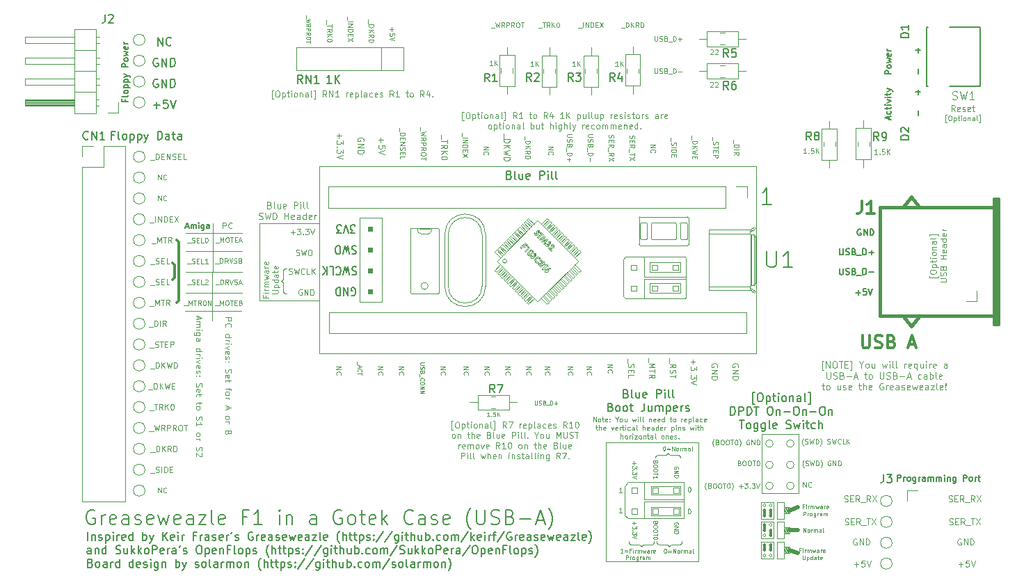
<source format=gbr>
G04 #@! TF.GenerationSoftware,KiCad,Pcbnew,(5.1.2)-2*
G04 #@! TF.CreationDate,2020-12-20T10:50:59+00:00*
G04 #@! TF.ProjectId,Greaseweazle F1 Gotek (USB-A),47726561-7365-4776-9561-7a6c65204631,1*
G04 #@! TF.SameCoordinates,PX6312cb0PY6bcb370*
G04 #@! TF.FileFunction,Legend,Top*
G04 #@! TF.FilePolarity,Positive*
%FSLAX46Y46*%
G04 Gerber Fmt 4.6, Leading zero omitted, Abs format (unit mm)*
G04 Created by KiCad (PCBNEW (5.1.2)-2) date 2020-12-20 10:50:59*
%MOMM*%
%LPD*%
G04 APERTURE LIST*
%ADD10C,0.125000*%
%ADD11C,0.300000*%
%ADD12C,0.120000*%
%ADD13C,0.187500*%
%ADD14C,0.100000*%
%ADD15C,0.050000*%
%ADD16C,0.500000*%
%ADD17C,0.150000*%
%ADD18C,0.075000*%
%ADD19C,0.381000*%
%ADD20C,0.127000*%
%ADD21C,0.304800*%
G04 APERTURE END LIST*
D10*
X82779523Y14666429D02*
X82589047Y14666429D01*
X82589047Y15809286D01*
X82779523Y15809286D01*
X83084285Y14933096D02*
X83084285Y15733096D01*
X83541428Y14933096D01*
X83541428Y15733096D01*
X84074761Y15733096D02*
X84227142Y15733096D01*
X84303333Y15695000D01*
X84379523Y15618810D01*
X84417619Y15466429D01*
X84417619Y15199762D01*
X84379523Y15047381D01*
X84303333Y14971191D01*
X84227142Y14933096D01*
X84074761Y14933096D01*
X83998571Y14971191D01*
X83922380Y15047381D01*
X83884285Y15199762D01*
X83884285Y15466429D01*
X83922380Y15618810D01*
X83998571Y15695000D01*
X84074761Y15733096D01*
X84646190Y15733096D02*
X85103333Y15733096D01*
X84874761Y14933096D02*
X84874761Y15733096D01*
X85370000Y15352143D02*
X85636666Y15352143D01*
X85750952Y14933096D02*
X85370000Y14933096D01*
X85370000Y15733096D01*
X85750952Y15733096D01*
X86017619Y14666429D02*
X86208095Y14666429D01*
X86208095Y15809286D01*
X86017619Y15809286D01*
X87389047Y15314048D02*
X87389047Y14933096D01*
X87122380Y15733096D02*
X87389047Y15314048D01*
X87655714Y15733096D01*
X88036666Y14933096D02*
X87960476Y14971191D01*
X87922380Y15009286D01*
X87884285Y15085477D01*
X87884285Y15314048D01*
X87922380Y15390239D01*
X87960476Y15428334D01*
X88036666Y15466429D01*
X88150952Y15466429D01*
X88227142Y15428334D01*
X88265238Y15390239D01*
X88303333Y15314048D01*
X88303333Y15085477D01*
X88265238Y15009286D01*
X88227142Y14971191D01*
X88150952Y14933096D01*
X88036666Y14933096D01*
X88989047Y15466429D02*
X88989047Y14933096D01*
X88646190Y15466429D02*
X88646190Y15047381D01*
X88684285Y14971191D01*
X88760476Y14933096D01*
X88874761Y14933096D01*
X88950952Y14971191D01*
X88989047Y15009286D01*
X89903333Y15466429D02*
X90055714Y14933096D01*
X90208095Y15314048D01*
X90360476Y14933096D01*
X90512857Y15466429D01*
X90817619Y14933096D02*
X90817619Y15466429D01*
X90817619Y15733096D02*
X90779523Y15695000D01*
X90817619Y15656905D01*
X90855714Y15695000D01*
X90817619Y15733096D01*
X90817619Y15656905D01*
X91312857Y14933096D02*
X91236666Y14971191D01*
X91198571Y15047381D01*
X91198571Y15733096D01*
X91731904Y14933096D02*
X91655714Y14971191D01*
X91617619Y15047381D01*
X91617619Y15733096D01*
X92646190Y14933096D02*
X92646190Y15466429D01*
X92646190Y15314048D02*
X92684285Y15390239D01*
X92722380Y15428334D01*
X92798571Y15466429D01*
X92874761Y15466429D01*
X93446190Y14971191D02*
X93370000Y14933096D01*
X93217619Y14933096D01*
X93141428Y14971191D01*
X93103333Y15047381D01*
X93103333Y15352143D01*
X93141428Y15428334D01*
X93217619Y15466429D01*
X93370000Y15466429D01*
X93446190Y15428334D01*
X93484285Y15352143D01*
X93484285Y15275953D01*
X93103333Y15199762D01*
X94170000Y15466429D02*
X94170000Y14666429D01*
X94170000Y14971191D02*
X94093809Y14933096D01*
X93941428Y14933096D01*
X93865238Y14971191D01*
X93827142Y15009286D01*
X93789047Y15085477D01*
X93789047Y15314048D01*
X93827142Y15390239D01*
X93865238Y15428334D01*
X93941428Y15466429D01*
X94093809Y15466429D01*
X94170000Y15428334D01*
X94893809Y15466429D02*
X94893809Y14933096D01*
X94550952Y15466429D02*
X94550952Y15047381D01*
X94589047Y14971191D01*
X94665238Y14933096D01*
X94779523Y14933096D01*
X94855714Y14971191D01*
X94893809Y15009286D01*
X95274761Y14933096D02*
X95274761Y15466429D01*
X95274761Y15733096D02*
X95236666Y15695000D01*
X95274761Y15656905D01*
X95312857Y15695000D01*
X95274761Y15733096D01*
X95274761Y15656905D01*
X95655714Y14933096D02*
X95655714Y15466429D01*
X95655714Y15314048D02*
X95693809Y15390239D01*
X95731904Y15428334D01*
X95808095Y15466429D01*
X95884285Y15466429D01*
X96455714Y14971191D02*
X96379523Y14933096D01*
X96227142Y14933096D01*
X96150952Y14971191D01*
X96112857Y15047381D01*
X96112857Y15352143D01*
X96150952Y15428334D01*
X96227142Y15466429D01*
X96379523Y15466429D01*
X96455714Y15428334D01*
X96493809Y15352143D01*
X96493809Y15275953D01*
X96112857Y15199762D01*
X97789047Y14933096D02*
X97789047Y15352143D01*
X97750952Y15428334D01*
X97674761Y15466429D01*
X97522380Y15466429D01*
X97446190Y15428334D01*
X97789047Y14971191D02*
X97712857Y14933096D01*
X97522380Y14933096D01*
X97446190Y14971191D01*
X97408095Y15047381D01*
X97408095Y15123572D01*
X97446190Y15199762D01*
X97522380Y15237858D01*
X97712857Y15237858D01*
X97789047Y15275953D01*
X83160476Y14408096D02*
X83160476Y13760477D01*
X83198571Y13684286D01*
X83236666Y13646191D01*
X83312857Y13608096D01*
X83465238Y13608096D01*
X83541428Y13646191D01*
X83579523Y13684286D01*
X83617619Y13760477D01*
X83617619Y14408096D01*
X83960476Y13646191D02*
X84074761Y13608096D01*
X84265238Y13608096D01*
X84341428Y13646191D01*
X84379523Y13684286D01*
X84417619Y13760477D01*
X84417619Y13836667D01*
X84379523Y13912858D01*
X84341428Y13950953D01*
X84265238Y13989048D01*
X84112857Y14027143D01*
X84036666Y14065239D01*
X83998571Y14103334D01*
X83960476Y14179524D01*
X83960476Y14255715D01*
X83998571Y14331905D01*
X84036666Y14370000D01*
X84112857Y14408096D01*
X84303333Y14408096D01*
X84417619Y14370000D01*
X85027142Y14027143D02*
X85141428Y13989048D01*
X85179523Y13950953D01*
X85217619Y13874762D01*
X85217619Y13760477D01*
X85179523Y13684286D01*
X85141428Y13646191D01*
X85065238Y13608096D01*
X84760476Y13608096D01*
X84760476Y14408096D01*
X85027142Y14408096D01*
X85103333Y14370000D01*
X85141428Y14331905D01*
X85179523Y14255715D01*
X85179523Y14179524D01*
X85141428Y14103334D01*
X85103333Y14065239D01*
X85027142Y14027143D01*
X84760476Y14027143D01*
X85560476Y13912858D02*
X86170000Y13912858D01*
X86512857Y13836667D02*
X86893809Y13836667D01*
X86436666Y13608096D02*
X86703333Y14408096D01*
X86970000Y13608096D01*
X87731904Y14141429D02*
X88036666Y14141429D01*
X87846190Y14408096D02*
X87846190Y13722381D01*
X87884285Y13646191D01*
X87960476Y13608096D01*
X88036666Y13608096D01*
X88417619Y13608096D02*
X88341428Y13646191D01*
X88303333Y13684286D01*
X88265238Y13760477D01*
X88265238Y13989048D01*
X88303333Y14065239D01*
X88341428Y14103334D01*
X88417619Y14141429D01*
X88531904Y14141429D01*
X88608095Y14103334D01*
X88646190Y14065239D01*
X88684285Y13989048D01*
X88684285Y13760477D01*
X88646190Y13684286D01*
X88608095Y13646191D01*
X88531904Y13608096D01*
X88417619Y13608096D01*
X89636666Y14408096D02*
X89636666Y13760477D01*
X89674761Y13684286D01*
X89712857Y13646191D01*
X89789047Y13608096D01*
X89941428Y13608096D01*
X90017619Y13646191D01*
X90055714Y13684286D01*
X90093809Y13760477D01*
X90093809Y14408096D01*
X90436666Y13646191D02*
X90550952Y13608096D01*
X90741428Y13608096D01*
X90817619Y13646191D01*
X90855714Y13684286D01*
X90893809Y13760477D01*
X90893809Y13836667D01*
X90855714Y13912858D01*
X90817619Y13950953D01*
X90741428Y13989048D01*
X90589047Y14027143D01*
X90512857Y14065239D01*
X90474761Y14103334D01*
X90436666Y14179524D01*
X90436666Y14255715D01*
X90474761Y14331905D01*
X90512857Y14370000D01*
X90589047Y14408096D01*
X90779523Y14408096D01*
X90893809Y14370000D01*
X91503333Y14027143D02*
X91617619Y13989048D01*
X91655714Y13950953D01*
X91693809Y13874762D01*
X91693809Y13760477D01*
X91655714Y13684286D01*
X91617619Y13646191D01*
X91541428Y13608096D01*
X91236666Y13608096D01*
X91236666Y14408096D01*
X91503333Y14408096D01*
X91579523Y14370000D01*
X91617619Y14331905D01*
X91655714Y14255715D01*
X91655714Y14179524D01*
X91617619Y14103334D01*
X91579523Y14065239D01*
X91503333Y14027143D01*
X91236666Y14027143D01*
X92036666Y13912858D02*
X92646190Y13912858D01*
X92989047Y13836667D02*
X93370000Y13836667D01*
X92912857Y13608096D02*
X93179523Y14408096D01*
X93446190Y13608096D01*
X94665238Y13646191D02*
X94589047Y13608096D01*
X94436666Y13608096D01*
X94360476Y13646191D01*
X94322380Y13684286D01*
X94284285Y13760477D01*
X94284285Y13989048D01*
X94322380Y14065239D01*
X94360476Y14103334D01*
X94436666Y14141429D01*
X94589047Y14141429D01*
X94665238Y14103334D01*
X95350952Y13608096D02*
X95350952Y14027143D01*
X95312857Y14103334D01*
X95236666Y14141429D01*
X95084285Y14141429D01*
X95008095Y14103334D01*
X95350952Y13646191D02*
X95274761Y13608096D01*
X95084285Y13608096D01*
X95008095Y13646191D01*
X94970000Y13722381D01*
X94970000Y13798572D01*
X95008095Y13874762D01*
X95084285Y13912858D01*
X95274761Y13912858D01*
X95350952Y13950953D01*
X95731904Y13608096D02*
X95731904Y14408096D01*
X95731904Y14103334D02*
X95808095Y14141429D01*
X95960476Y14141429D01*
X96036666Y14103334D01*
X96074761Y14065239D01*
X96112857Y13989048D01*
X96112857Y13760477D01*
X96074761Y13684286D01*
X96036666Y13646191D01*
X95960476Y13608096D01*
X95808095Y13608096D01*
X95731904Y13646191D01*
X96570000Y13608096D02*
X96493809Y13646191D01*
X96455714Y13722381D01*
X96455714Y14408096D01*
X97179523Y13646191D02*
X97103333Y13608096D01*
X96950952Y13608096D01*
X96874761Y13646191D01*
X96836666Y13722381D01*
X96836666Y14027143D01*
X96874761Y14103334D01*
X96950952Y14141429D01*
X97103333Y14141429D01*
X97179523Y14103334D01*
X97217619Y14027143D01*
X97217619Y13950953D01*
X96836666Y13874762D01*
X82570000Y12816429D02*
X82874761Y12816429D01*
X82684285Y13083096D02*
X82684285Y12397381D01*
X82722380Y12321191D01*
X82798571Y12283096D01*
X82874761Y12283096D01*
X83255714Y12283096D02*
X83179523Y12321191D01*
X83141428Y12359286D01*
X83103333Y12435477D01*
X83103333Y12664048D01*
X83141428Y12740239D01*
X83179523Y12778334D01*
X83255714Y12816429D01*
X83370000Y12816429D01*
X83446190Y12778334D01*
X83484285Y12740239D01*
X83522380Y12664048D01*
X83522380Y12435477D01*
X83484285Y12359286D01*
X83446190Y12321191D01*
X83370000Y12283096D01*
X83255714Y12283096D01*
X84817619Y12816429D02*
X84817619Y12283096D01*
X84474761Y12816429D02*
X84474761Y12397381D01*
X84512857Y12321191D01*
X84589047Y12283096D01*
X84703333Y12283096D01*
X84779523Y12321191D01*
X84817619Y12359286D01*
X85160476Y12321191D02*
X85236666Y12283096D01*
X85389047Y12283096D01*
X85465238Y12321191D01*
X85503333Y12397381D01*
X85503333Y12435477D01*
X85465238Y12511667D01*
X85389047Y12549762D01*
X85274761Y12549762D01*
X85198571Y12587858D01*
X85160476Y12664048D01*
X85160476Y12702143D01*
X85198571Y12778334D01*
X85274761Y12816429D01*
X85389047Y12816429D01*
X85465238Y12778334D01*
X86150952Y12321191D02*
X86074761Y12283096D01*
X85922380Y12283096D01*
X85846190Y12321191D01*
X85808095Y12397381D01*
X85808095Y12702143D01*
X85846190Y12778334D01*
X85922380Y12816429D01*
X86074761Y12816429D01*
X86150952Y12778334D01*
X86189047Y12702143D01*
X86189047Y12625953D01*
X85808095Y12549762D01*
X87027142Y12816429D02*
X87331904Y12816429D01*
X87141428Y13083096D02*
X87141428Y12397381D01*
X87179523Y12321191D01*
X87255714Y12283096D01*
X87331904Y12283096D01*
X87598571Y12283096D02*
X87598571Y13083096D01*
X87941428Y12283096D02*
X87941428Y12702143D01*
X87903333Y12778334D01*
X87827142Y12816429D01*
X87712857Y12816429D01*
X87636666Y12778334D01*
X87598571Y12740239D01*
X88627142Y12321191D02*
X88550952Y12283096D01*
X88398571Y12283096D01*
X88322380Y12321191D01*
X88284285Y12397381D01*
X88284285Y12702143D01*
X88322380Y12778334D01*
X88398571Y12816429D01*
X88550952Y12816429D01*
X88627142Y12778334D01*
X88665238Y12702143D01*
X88665238Y12625953D01*
X88284285Y12549762D01*
X90036666Y13045000D02*
X89960476Y13083096D01*
X89846190Y13083096D01*
X89731904Y13045000D01*
X89655714Y12968810D01*
X89617619Y12892620D01*
X89579523Y12740239D01*
X89579523Y12625953D01*
X89617619Y12473572D01*
X89655714Y12397381D01*
X89731904Y12321191D01*
X89846190Y12283096D01*
X89922380Y12283096D01*
X90036666Y12321191D01*
X90074761Y12359286D01*
X90074761Y12625953D01*
X89922380Y12625953D01*
X90417619Y12283096D02*
X90417619Y12816429D01*
X90417619Y12664048D02*
X90455714Y12740239D01*
X90493809Y12778334D01*
X90570000Y12816429D01*
X90646190Y12816429D01*
X91217619Y12321191D02*
X91141428Y12283096D01*
X90989047Y12283096D01*
X90912857Y12321191D01*
X90874761Y12397381D01*
X90874761Y12702143D01*
X90912857Y12778334D01*
X90989047Y12816429D01*
X91141428Y12816429D01*
X91217619Y12778334D01*
X91255714Y12702143D01*
X91255714Y12625953D01*
X90874761Y12549762D01*
X91941428Y12283096D02*
X91941428Y12702143D01*
X91903333Y12778334D01*
X91827142Y12816429D01*
X91674761Y12816429D01*
X91598571Y12778334D01*
X91941428Y12321191D02*
X91865238Y12283096D01*
X91674761Y12283096D01*
X91598571Y12321191D01*
X91560476Y12397381D01*
X91560476Y12473572D01*
X91598571Y12549762D01*
X91674761Y12587858D01*
X91865238Y12587858D01*
X91941428Y12625953D01*
X92284285Y12321191D02*
X92360476Y12283096D01*
X92512857Y12283096D01*
X92589047Y12321191D01*
X92627142Y12397381D01*
X92627142Y12435477D01*
X92589047Y12511667D01*
X92512857Y12549762D01*
X92398571Y12549762D01*
X92322380Y12587858D01*
X92284285Y12664048D01*
X92284285Y12702143D01*
X92322380Y12778334D01*
X92398571Y12816429D01*
X92512857Y12816429D01*
X92589047Y12778334D01*
X93274761Y12321191D02*
X93198571Y12283096D01*
X93046190Y12283096D01*
X92970000Y12321191D01*
X92931904Y12397381D01*
X92931904Y12702143D01*
X92970000Y12778334D01*
X93046190Y12816429D01*
X93198571Y12816429D01*
X93274761Y12778334D01*
X93312857Y12702143D01*
X93312857Y12625953D01*
X92931904Y12549762D01*
X93579523Y12816429D02*
X93731904Y12283096D01*
X93884285Y12664048D01*
X94036666Y12283096D01*
X94189047Y12816429D01*
X94798571Y12321191D02*
X94722380Y12283096D01*
X94570000Y12283096D01*
X94493809Y12321191D01*
X94455714Y12397381D01*
X94455714Y12702143D01*
X94493809Y12778334D01*
X94570000Y12816429D01*
X94722380Y12816429D01*
X94798571Y12778334D01*
X94836666Y12702143D01*
X94836666Y12625953D01*
X94455714Y12549762D01*
X95522380Y12283096D02*
X95522380Y12702143D01*
X95484285Y12778334D01*
X95408095Y12816429D01*
X95255714Y12816429D01*
X95179523Y12778334D01*
X95522380Y12321191D02*
X95446190Y12283096D01*
X95255714Y12283096D01*
X95179523Y12321191D01*
X95141428Y12397381D01*
X95141428Y12473572D01*
X95179523Y12549762D01*
X95255714Y12587858D01*
X95446190Y12587858D01*
X95522380Y12625953D01*
X95827142Y12816429D02*
X96246190Y12816429D01*
X95827142Y12283096D01*
X96246190Y12283096D01*
X96665238Y12283096D02*
X96589047Y12321191D01*
X96550952Y12397381D01*
X96550952Y13083096D01*
X97274761Y12321191D02*
X97198571Y12283096D01*
X97046190Y12283096D01*
X96970000Y12321191D01*
X96931904Y12397381D01*
X96931904Y12702143D01*
X96970000Y12778334D01*
X97046190Y12816429D01*
X97198571Y12816429D01*
X97274761Y12778334D01*
X97312857Y12702143D01*
X97312857Y12625953D01*
X96931904Y12549762D01*
X97655714Y12359286D02*
X97693809Y12321191D01*
X97655714Y12283096D01*
X97617619Y12321191D01*
X97655714Y12359286D01*
X97655714Y12283096D01*
X97655714Y12587858D02*
X97617619Y13045000D01*
X97655714Y13083096D01*
X97693809Y13045000D01*
X97655714Y12587858D01*
X97655714Y13083096D01*
D11*
X3810000Y25908000D02*
X3556000Y25654000D01*
X3556000Y27686000D02*
X3810000Y27432000D01*
D10*
X1814571Y35288572D02*
X1814571Y35888572D01*
X2157428Y35288572D01*
X2157428Y35888572D01*
X2786000Y35345715D02*
X2757428Y35317143D01*
X2671714Y35288572D01*
X2614571Y35288572D01*
X2528857Y35317143D01*
X2471714Y35374286D01*
X2443142Y35431429D01*
X2414571Y35545715D01*
X2414571Y35631429D01*
X2443142Y35745715D01*
X2471714Y35802858D01*
X2528857Y35860000D01*
X2614571Y35888572D01*
X2671714Y35888572D01*
X2757428Y35860000D01*
X2786000Y35831429D01*
X61704571Y42127429D02*
X62304571Y42127429D01*
X61704571Y41784572D01*
X62304571Y41784572D01*
X61761714Y41156000D02*
X61733142Y41184572D01*
X61704571Y41270286D01*
X61704571Y41327429D01*
X61733142Y41413143D01*
X61790285Y41470286D01*
X61847428Y41498858D01*
X61961714Y41527429D01*
X62047428Y41527429D01*
X62161714Y41498858D01*
X62218857Y41470286D01*
X62276000Y41413143D01*
X62304571Y41327429D01*
X62304571Y41270286D01*
X62276000Y41184572D01*
X62247428Y41156000D01*
X49258571Y41873429D02*
X49858571Y41873429D01*
X49258571Y41530572D01*
X49858571Y41530572D01*
X49315714Y40902000D02*
X49287142Y40930572D01*
X49258571Y41016286D01*
X49258571Y41073429D01*
X49287142Y41159143D01*
X49344285Y41216286D01*
X49401428Y41244858D01*
X49515714Y41273429D01*
X49601428Y41273429D01*
X49715714Y41244858D01*
X49772857Y41216286D01*
X49830000Y41159143D01*
X49858571Y41073429D01*
X49858571Y41016286D01*
X49830000Y40930572D01*
X49801428Y40902000D01*
X23477571Y15076429D02*
X24077571Y15076429D01*
X23477571Y14733572D01*
X24077571Y14733572D01*
X23534714Y14105000D02*
X23506142Y14133572D01*
X23477571Y14219286D01*
X23477571Y14276429D01*
X23506142Y14362143D01*
X23563285Y14419286D01*
X23620428Y14447858D01*
X23734714Y14476429D01*
X23820428Y14476429D01*
X23934714Y14447858D01*
X23991857Y14419286D01*
X24049000Y14362143D01*
X24077571Y14276429D01*
X24077571Y14219286D01*
X24049000Y14133572D01*
X24020428Y14105000D01*
X28557571Y15076429D02*
X29157571Y15076429D01*
X28557571Y14733572D01*
X29157571Y14733572D01*
X28614714Y14105000D02*
X28586142Y14133572D01*
X28557571Y14219286D01*
X28557571Y14276429D01*
X28586142Y14362143D01*
X28643285Y14419286D01*
X28700428Y14447858D01*
X28814714Y14476429D01*
X28900428Y14476429D01*
X29014714Y14447858D01*
X29071857Y14419286D01*
X29129000Y14362143D01*
X29157571Y14276429D01*
X29157571Y14219286D01*
X29129000Y14133572D01*
X29100428Y14105000D01*
X31097571Y15076429D02*
X31697571Y15076429D01*
X31097571Y14733572D01*
X31697571Y14733572D01*
X31154714Y14105000D02*
X31126142Y14133572D01*
X31097571Y14219286D01*
X31097571Y14276429D01*
X31126142Y14362143D01*
X31183285Y14419286D01*
X31240428Y14447858D01*
X31354714Y14476429D01*
X31440428Y14476429D01*
X31554714Y14447858D01*
X31611857Y14419286D01*
X31669000Y14362143D01*
X31697571Y14276429D01*
X31697571Y14219286D01*
X31669000Y14133572D01*
X31640428Y14105000D01*
X36177571Y15076429D02*
X36777571Y15076429D01*
X36177571Y14733572D01*
X36777571Y14733572D01*
X36234714Y14105000D02*
X36206142Y14133572D01*
X36177571Y14219286D01*
X36177571Y14276429D01*
X36206142Y14362143D01*
X36263285Y14419286D01*
X36320428Y14447858D01*
X36434714Y14476429D01*
X36520428Y14476429D01*
X36634714Y14447858D01*
X36691857Y14419286D01*
X36749000Y14362143D01*
X36777571Y14276429D01*
X36777571Y14219286D01*
X36749000Y14133572D01*
X36720428Y14105000D01*
X38971571Y15076429D02*
X39571571Y15076429D01*
X38971571Y14733572D01*
X39571571Y14733572D01*
X39028714Y14105000D02*
X39000142Y14133572D01*
X38971571Y14219286D01*
X38971571Y14276429D01*
X39000142Y14362143D01*
X39057285Y14419286D01*
X39114428Y14447858D01*
X39228714Y14476429D01*
X39314428Y14476429D01*
X39428714Y14447858D01*
X39485857Y14419286D01*
X39543000Y14362143D01*
X39571571Y14276429D01*
X39571571Y14219286D01*
X39543000Y14133572D01*
X39514428Y14105000D01*
X41511571Y15076429D02*
X42111571Y15076429D01*
X41511571Y14733572D01*
X42111571Y14733572D01*
X41568714Y14105000D02*
X41540142Y14133572D01*
X41511571Y14219286D01*
X41511571Y14276429D01*
X41540142Y14362143D01*
X41597285Y14419286D01*
X41654428Y14447858D01*
X41768714Y14476429D01*
X41854428Y14476429D01*
X41968714Y14447858D01*
X42025857Y14419286D01*
X42083000Y14362143D01*
X42111571Y14276429D01*
X42111571Y14219286D01*
X42083000Y14133572D01*
X42054428Y14105000D01*
X44051571Y15076429D02*
X44651571Y15076429D01*
X44051571Y14733572D01*
X44651571Y14733572D01*
X44108714Y14105000D02*
X44080142Y14133572D01*
X44051571Y14219286D01*
X44051571Y14276429D01*
X44080142Y14362143D01*
X44137285Y14419286D01*
X44194428Y14447858D01*
X44308714Y14476429D01*
X44394428Y14476429D01*
X44508714Y14447858D01*
X44565857Y14419286D01*
X44623000Y14362143D01*
X44651571Y14276429D01*
X44651571Y14219286D01*
X44623000Y14133572D01*
X44594428Y14105000D01*
X46591571Y15076429D02*
X47191571Y15076429D01*
X46591571Y14733572D01*
X47191571Y14733572D01*
X46648714Y14105000D02*
X46620142Y14133572D01*
X46591571Y14219286D01*
X46591571Y14276429D01*
X46620142Y14362143D01*
X46677285Y14419286D01*
X46734428Y14447858D01*
X46848714Y14476429D01*
X46934428Y14476429D01*
X47048714Y14447858D01*
X47105857Y14419286D01*
X47163000Y14362143D01*
X47191571Y14276429D01*
X47191571Y14219286D01*
X47163000Y14133572D01*
X47134428Y14105000D01*
X48877571Y15076429D02*
X49477571Y15076429D01*
X48877571Y14733572D01*
X49477571Y14733572D01*
X48934714Y14105000D02*
X48906142Y14133572D01*
X48877571Y14219286D01*
X48877571Y14276429D01*
X48906142Y14362143D01*
X48963285Y14419286D01*
X49020428Y14447858D01*
X49134714Y14476429D01*
X49220428Y14476429D01*
X49334714Y14447858D01*
X49391857Y14419286D01*
X49449000Y14362143D01*
X49477571Y14276429D01*
X49477571Y14219286D01*
X49449000Y14133572D01*
X49420428Y14105000D01*
X51671571Y15076429D02*
X52271571Y15076429D01*
X51671571Y14733572D01*
X52271571Y14733572D01*
X51728714Y14105000D02*
X51700142Y14133572D01*
X51671571Y14219286D01*
X51671571Y14276429D01*
X51700142Y14362143D01*
X51757285Y14419286D01*
X51814428Y14447858D01*
X51928714Y14476429D01*
X52014428Y14476429D01*
X52128714Y14447858D01*
X52185857Y14419286D01*
X52243000Y14362143D01*
X52271571Y14276429D01*
X52271571Y14219286D01*
X52243000Y14133572D01*
X52214428Y14105000D01*
X53957571Y15076429D02*
X54557571Y15076429D01*
X53957571Y14733572D01*
X54557571Y14733572D01*
X54014714Y14105000D02*
X53986142Y14133572D01*
X53957571Y14219286D01*
X53957571Y14276429D01*
X53986142Y14362143D01*
X54043285Y14419286D01*
X54100428Y14447858D01*
X54214714Y14476429D01*
X54300428Y14476429D01*
X54414714Y14447858D01*
X54471857Y14419286D01*
X54529000Y14362143D01*
X54557571Y14276429D01*
X54557571Y14219286D01*
X54529000Y14133572D01*
X54500428Y14105000D01*
D12*
X5080000Y21844000D02*
X11938000Y21844000D01*
D13*
X94287571Y45688286D02*
X94287571Y46259715D01*
X94287571Y48228286D02*
X94287571Y48799715D01*
X94573285Y48514000D02*
X94001857Y48514000D01*
X94287571Y53308286D02*
X94287571Y53879715D01*
X94573285Y53594000D02*
X94001857Y53594000D01*
X94287571Y50768286D02*
X94287571Y51339715D01*
D10*
X85391857Y-4113571D02*
X85499000Y-4149285D01*
X85677571Y-4149285D01*
X85749000Y-4113571D01*
X85784714Y-4077857D01*
X85820428Y-4006428D01*
X85820428Y-3935000D01*
X85784714Y-3863571D01*
X85749000Y-3827857D01*
X85677571Y-3792142D01*
X85534714Y-3756428D01*
X85463285Y-3720714D01*
X85427571Y-3685000D01*
X85391857Y-3613571D01*
X85391857Y-3542142D01*
X85427571Y-3470714D01*
X85463285Y-3435000D01*
X85534714Y-3399285D01*
X85713285Y-3399285D01*
X85820428Y-3435000D01*
X86141857Y-3756428D02*
X86391857Y-3756428D01*
X86499000Y-4149285D02*
X86141857Y-4149285D01*
X86141857Y-3399285D01*
X86499000Y-3399285D01*
X87249000Y-4149285D02*
X86999000Y-3792142D01*
X86820428Y-4149285D02*
X86820428Y-3399285D01*
X87106142Y-3399285D01*
X87177571Y-3435000D01*
X87213285Y-3470714D01*
X87249000Y-3542142D01*
X87249000Y-3649285D01*
X87213285Y-3720714D01*
X87177571Y-3756428D01*
X87106142Y-3792142D01*
X86820428Y-3792142D01*
X87391857Y-4220714D02*
X87963285Y-4220714D01*
X88034714Y-3399285D02*
X88463285Y-3399285D01*
X88249000Y-4149285D02*
X88249000Y-3399285D01*
X88641857Y-3399285D02*
X89141857Y-4149285D01*
X89141857Y-3399285D02*
X88641857Y-4149285D01*
X86804571Y-5898800D02*
X86733142Y-5863085D01*
X86626000Y-5863085D01*
X86518857Y-5898800D01*
X86447428Y-5970228D01*
X86411714Y-6041657D01*
X86376000Y-6184514D01*
X86376000Y-6291657D01*
X86411714Y-6434514D01*
X86447428Y-6505942D01*
X86518857Y-6577371D01*
X86626000Y-6613085D01*
X86697428Y-6613085D01*
X86804571Y-6577371D01*
X86840285Y-6541657D01*
X86840285Y-6291657D01*
X86697428Y-6291657D01*
X87161714Y-6613085D02*
X87161714Y-5863085D01*
X87590285Y-6613085D01*
X87590285Y-5863085D01*
X87947428Y-6613085D02*
X87947428Y-5863085D01*
X88126000Y-5863085D01*
X88233142Y-5898800D01*
X88304571Y-5970228D01*
X88340285Y-6041657D01*
X88376000Y-6184514D01*
X88376000Y-6291657D01*
X88340285Y-6434514D01*
X88304571Y-6505942D01*
X88233142Y-6577371D01*
X88126000Y-6613085D01*
X87947428Y-6613085D01*
X85302571Y-1319571D02*
X85409714Y-1355285D01*
X85588285Y-1355285D01*
X85659714Y-1319571D01*
X85695428Y-1283857D01*
X85731142Y-1212428D01*
X85731142Y-1141000D01*
X85695428Y-1069571D01*
X85659714Y-1033857D01*
X85588285Y-998142D01*
X85445428Y-962428D01*
X85374000Y-926714D01*
X85338285Y-891000D01*
X85302571Y-819571D01*
X85302571Y-748142D01*
X85338285Y-676714D01*
X85374000Y-641000D01*
X85445428Y-605285D01*
X85624000Y-605285D01*
X85731142Y-641000D01*
X86052571Y-962428D02*
X86302571Y-962428D01*
X86409714Y-1355285D02*
X86052571Y-1355285D01*
X86052571Y-605285D01*
X86409714Y-605285D01*
X87159714Y-1355285D02*
X86909714Y-998142D01*
X86731142Y-1355285D02*
X86731142Y-605285D01*
X87016857Y-605285D01*
X87088285Y-641000D01*
X87124000Y-676714D01*
X87159714Y-748142D01*
X87159714Y-855285D01*
X87124000Y-926714D01*
X87088285Y-962428D01*
X87016857Y-998142D01*
X86731142Y-998142D01*
X87302571Y-1426714D02*
X87874000Y-1426714D01*
X88481142Y-1355285D02*
X88231142Y-998142D01*
X88052571Y-1355285D02*
X88052571Y-605285D01*
X88338285Y-605285D01*
X88409714Y-641000D01*
X88445428Y-676714D01*
X88481142Y-748142D01*
X88481142Y-855285D01*
X88445428Y-926714D01*
X88409714Y-962428D01*
X88338285Y-998142D01*
X88052571Y-998142D01*
X88731142Y-605285D02*
X89231142Y-1355285D01*
X89231142Y-605285D02*
X88731142Y-1355285D01*
X86487914Y-8968971D02*
X87059342Y-8968971D01*
X86773628Y-9254685D02*
X86773628Y-8683257D01*
X87773628Y-8504685D02*
X87416485Y-8504685D01*
X87380771Y-8861828D01*
X87416485Y-8826114D01*
X87487914Y-8790400D01*
X87666485Y-8790400D01*
X87737914Y-8826114D01*
X87773628Y-8861828D01*
X87809342Y-8933257D01*
X87809342Y-9111828D01*
X87773628Y-9183257D01*
X87737914Y-9218971D01*
X87666485Y-9254685D01*
X87487914Y-9254685D01*
X87416485Y-9218971D01*
X87380771Y-9183257D01*
X88023628Y-8504685D02*
X88273628Y-9254685D01*
X88523628Y-8504685D01*
X98091857Y-4113571D02*
X98199000Y-4149285D01*
X98377571Y-4149285D01*
X98449000Y-4113571D01*
X98484714Y-4077857D01*
X98520428Y-4006428D01*
X98520428Y-3935000D01*
X98484714Y-3863571D01*
X98449000Y-3827857D01*
X98377571Y-3792142D01*
X98234714Y-3756428D01*
X98163285Y-3720714D01*
X98127571Y-3685000D01*
X98091857Y-3613571D01*
X98091857Y-3542142D01*
X98127571Y-3470714D01*
X98163285Y-3435000D01*
X98234714Y-3399285D01*
X98413285Y-3399285D01*
X98520428Y-3435000D01*
X98841857Y-3756428D02*
X99091857Y-3756428D01*
X99199000Y-4149285D02*
X98841857Y-4149285D01*
X98841857Y-3399285D01*
X99199000Y-3399285D01*
X99949000Y-4149285D02*
X99699000Y-3792142D01*
X99520428Y-4149285D02*
X99520428Y-3399285D01*
X99806142Y-3399285D01*
X99877571Y-3435000D01*
X99913285Y-3470714D01*
X99949000Y-3542142D01*
X99949000Y-3649285D01*
X99913285Y-3720714D01*
X99877571Y-3756428D01*
X99806142Y-3792142D01*
X99520428Y-3792142D01*
X100091857Y-4220714D02*
X100663285Y-4220714D01*
X100734714Y-3399285D02*
X101163285Y-3399285D01*
X100949000Y-4149285D02*
X100949000Y-3399285D01*
X101341857Y-3399285D02*
X101841857Y-4149285D01*
X101841857Y-3399285D02*
X101341857Y-4149285D01*
X99504571Y-5898800D02*
X99433142Y-5863085D01*
X99326000Y-5863085D01*
X99218857Y-5898800D01*
X99147428Y-5970228D01*
X99111714Y-6041657D01*
X99076000Y-6184514D01*
X99076000Y-6291657D01*
X99111714Y-6434514D01*
X99147428Y-6505942D01*
X99218857Y-6577371D01*
X99326000Y-6613085D01*
X99397428Y-6613085D01*
X99504571Y-6577371D01*
X99540285Y-6541657D01*
X99540285Y-6291657D01*
X99397428Y-6291657D01*
X99861714Y-6613085D02*
X99861714Y-5863085D01*
X100290285Y-6613085D01*
X100290285Y-5863085D01*
X100647428Y-6613085D02*
X100647428Y-5863085D01*
X100826000Y-5863085D01*
X100933142Y-5898800D01*
X101004571Y-5970228D01*
X101040285Y-6041657D01*
X101076000Y-6184514D01*
X101076000Y-6291657D01*
X101040285Y-6434514D01*
X101004571Y-6505942D01*
X100933142Y-6577371D01*
X100826000Y-6613085D01*
X100647428Y-6613085D01*
X98002571Y-1319571D02*
X98109714Y-1355285D01*
X98288285Y-1355285D01*
X98359714Y-1319571D01*
X98395428Y-1283857D01*
X98431142Y-1212428D01*
X98431142Y-1141000D01*
X98395428Y-1069571D01*
X98359714Y-1033857D01*
X98288285Y-998142D01*
X98145428Y-962428D01*
X98074000Y-926714D01*
X98038285Y-891000D01*
X98002571Y-819571D01*
X98002571Y-748142D01*
X98038285Y-676714D01*
X98074000Y-641000D01*
X98145428Y-605285D01*
X98324000Y-605285D01*
X98431142Y-641000D01*
X98752571Y-962428D02*
X99002571Y-962428D01*
X99109714Y-1355285D02*
X98752571Y-1355285D01*
X98752571Y-605285D01*
X99109714Y-605285D01*
X99859714Y-1355285D02*
X99609714Y-998142D01*
X99431142Y-1355285D02*
X99431142Y-605285D01*
X99716857Y-605285D01*
X99788285Y-641000D01*
X99824000Y-676714D01*
X99859714Y-748142D01*
X99859714Y-855285D01*
X99824000Y-926714D01*
X99788285Y-962428D01*
X99716857Y-998142D01*
X99431142Y-998142D01*
X100002571Y-1426714D02*
X100574000Y-1426714D01*
X101181142Y-1355285D02*
X100931142Y-998142D01*
X100752571Y-1355285D02*
X100752571Y-605285D01*
X101038285Y-605285D01*
X101109714Y-641000D01*
X101145428Y-676714D01*
X101181142Y-748142D01*
X101181142Y-855285D01*
X101145428Y-926714D01*
X101109714Y-962428D01*
X101038285Y-998142D01*
X100752571Y-998142D01*
X101431142Y-605285D02*
X101931142Y-1355285D01*
X101931142Y-605285D02*
X101431142Y-1355285D01*
X99187914Y-8968971D02*
X99759342Y-8968971D01*
X99473628Y-9254685D02*
X99473628Y-8683257D01*
X100473628Y-8504685D02*
X100116485Y-8504685D01*
X100080771Y-8861828D01*
X100116485Y-8826114D01*
X100187914Y-8790400D01*
X100366485Y-8790400D01*
X100437914Y-8826114D01*
X100473628Y-8861828D01*
X100509342Y-8933257D01*
X100509342Y-9111828D01*
X100473628Y-9183257D01*
X100437914Y-9218971D01*
X100366485Y-9254685D01*
X100187914Y-9254685D01*
X100116485Y-9218971D01*
X100080771Y-9183257D01*
X100723628Y-8504685D02*
X100973628Y-9254685D01*
X101223628Y-8504685D01*
D14*
X58210428Y-2684428D02*
X57867571Y-2684428D01*
X58039000Y-2684428D02*
X58039000Y-2084428D01*
X57981857Y-2170142D01*
X57924714Y-2227285D01*
X57867571Y-2255857D01*
X58210428Y-271428D02*
X57867571Y-271428D01*
X58039000Y-271428D02*
X58039000Y328572D01*
X57981857Y242858D01*
X57924714Y185715D01*
X57867571Y157143D01*
X66392428Y-2211428D02*
X66449571Y-2211428D01*
X66506714Y-2240000D01*
X66535285Y-2268571D01*
X66563857Y-2325714D01*
X66592428Y-2440000D01*
X66592428Y-2582857D01*
X66563857Y-2697142D01*
X66535285Y-2754285D01*
X66506714Y-2782857D01*
X66449571Y-2811428D01*
X66392428Y-2811428D01*
X66335285Y-2782857D01*
X66306714Y-2754285D01*
X66278142Y-2697142D01*
X66249571Y-2582857D01*
X66249571Y-2440000D01*
X66278142Y-2325714D01*
X66306714Y-2268571D01*
X66335285Y-2240000D01*
X66392428Y-2211428D01*
X66392428Y455572D02*
X66449571Y455572D01*
X66506714Y427000D01*
X66535285Y398429D01*
X66563857Y341286D01*
X66592428Y227000D01*
X66592428Y84143D01*
X66563857Y-30142D01*
X66535285Y-87285D01*
X66506714Y-115857D01*
X66449571Y-144428D01*
X66392428Y-144428D01*
X66335285Y-115857D01*
X66306714Y-87285D01*
X66278142Y-30142D01*
X66249571Y84143D01*
X66249571Y227000D01*
X66278142Y341286D01*
X66306714Y398429D01*
X66335285Y427000D01*
X66392428Y455572D01*
D12*
X79197905Y584905D02*
G75*
G03X79197905Y584905I-457905J0D01*
G01*
X76657905Y584905D02*
G75*
G03X76657905Y584905I-457905J0D01*
G01*
X76657905Y3124905D02*
G75*
G03X76657905Y3124905I-457905J0D01*
G01*
X79197905Y3124905D02*
G75*
G03X79197905Y3124905I-457905J0D01*
G01*
X79197905Y5715000D02*
G75*
G03X79197905Y5715000I-457905J0D01*
G01*
X76657905Y5715000D02*
G75*
G03X76657905Y5715000I-457905J0D01*
G01*
D14*
X80014142Y-7286285D02*
X79847476Y-7286285D01*
X79847476Y-7548190D02*
X79847476Y-7048190D01*
X80085571Y-7048190D01*
X80276047Y-7548190D02*
X80276047Y-7214857D01*
X80276047Y-7048190D02*
X80252238Y-7072000D01*
X80276047Y-7095809D01*
X80299857Y-7072000D01*
X80276047Y-7048190D01*
X80276047Y-7095809D01*
X80514142Y-7548190D02*
X80514142Y-7214857D01*
X80514142Y-7310095D02*
X80537952Y-7262476D01*
X80561761Y-7238666D01*
X80609380Y-7214857D01*
X80657000Y-7214857D01*
X80823666Y-7548190D02*
X80823666Y-7214857D01*
X80823666Y-7262476D02*
X80847476Y-7238666D01*
X80895095Y-7214857D01*
X80966523Y-7214857D01*
X81014142Y-7238666D01*
X81037952Y-7286285D01*
X81037952Y-7548190D01*
X81037952Y-7286285D02*
X81061761Y-7238666D01*
X81109380Y-7214857D01*
X81180809Y-7214857D01*
X81228428Y-7238666D01*
X81252238Y-7286285D01*
X81252238Y-7548190D01*
X81442714Y-7214857D02*
X81537952Y-7548190D01*
X81633190Y-7310095D01*
X81728428Y-7548190D01*
X81823666Y-7214857D01*
X82228428Y-7548190D02*
X82228428Y-7286285D01*
X82204619Y-7238666D01*
X82157000Y-7214857D01*
X82061761Y-7214857D01*
X82014142Y-7238666D01*
X82228428Y-7524380D02*
X82180809Y-7548190D01*
X82061761Y-7548190D01*
X82014142Y-7524380D01*
X81990333Y-7476761D01*
X81990333Y-7429142D01*
X82014142Y-7381523D01*
X82061761Y-7357714D01*
X82180809Y-7357714D01*
X82228428Y-7333904D01*
X82466523Y-7548190D02*
X82466523Y-7214857D01*
X82466523Y-7310095D02*
X82490333Y-7262476D01*
X82514142Y-7238666D01*
X82561761Y-7214857D01*
X82609380Y-7214857D01*
X82966523Y-7524380D02*
X82918904Y-7548190D01*
X82823666Y-7548190D01*
X82776047Y-7524380D01*
X82752238Y-7476761D01*
X82752238Y-7286285D01*
X82776047Y-7238666D01*
X82823666Y-7214857D01*
X82918904Y-7214857D01*
X82966523Y-7238666D01*
X82990333Y-7286285D01*
X82990333Y-7333904D01*
X82752238Y-7381523D01*
X80228428Y-7898190D02*
X80228428Y-8302952D01*
X80252238Y-8350571D01*
X80276047Y-8374380D01*
X80323666Y-8398190D01*
X80418904Y-8398190D01*
X80466523Y-8374380D01*
X80490333Y-8350571D01*
X80514142Y-8302952D01*
X80514142Y-7898190D01*
X80752238Y-8064857D02*
X80752238Y-8564857D01*
X80752238Y-8088666D02*
X80799857Y-8064857D01*
X80895095Y-8064857D01*
X80942714Y-8088666D01*
X80966523Y-8112476D01*
X80990333Y-8160095D01*
X80990333Y-8302952D01*
X80966523Y-8350571D01*
X80942714Y-8374380D01*
X80895095Y-8398190D01*
X80799857Y-8398190D01*
X80752238Y-8374380D01*
X81418904Y-8398190D02*
X81418904Y-7898190D01*
X81418904Y-8374380D02*
X81371285Y-8398190D01*
X81276047Y-8398190D01*
X81228428Y-8374380D01*
X81204619Y-8350571D01*
X81180809Y-8302952D01*
X81180809Y-8160095D01*
X81204619Y-8112476D01*
X81228428Y-8088666D01*
X81276047Y-8064857D01*
X81371285Y-8064857D01*
X81418904Y-8088666D01*
X81871285Y-8398190D02*
X81871285Y-8136285D01*
X81847476Y-8088666D01*
X81799857Y-8064857D01*
X81704619Y-8064857D01*
X81657000Y-8088666D01*
X81871285Y-8374380D02*
X81823666Y-8398190D01*
X81704619Y-8398190D01*
X81657000Y-8374380D01*
X81633190Y-8326761D01*
X81633190Y-8279142D01*
X81657000Y-8231523D01*
X81704619Y-8207714D01*
X81823666Y-8207714D01*
X81871285Y-8183904D01*
X82037952Y-8064857D02*
X82228428Y-8064857D01*
X82109380Y-7898190D02*
X82109380Y-8326761D01*
X82133190Y-8374380D01*
X82180809Y-8398190D01*
X82228428Y-8398190D01*
X82585571Y-8374380D02*
X82537952Y-8398190D01*
X82442714Y-8398190D01*
X82395095Y-8374380D01*
X82371285Y-8326761D01*
X82371285Y-8136285D01*
X82395095Y-8088666D01*
X82442714Y-8064857D01*
X82537952Y-8064857D01*
X82585571Y-8088666D01*
X82609380Y-8136285D01*
X82609380Y-8183904D01*
X82371285Y-8231523D01*
X80395142Y-1952285D02*
X80228476Y-1952285D01*
X80228476Y-2214190D02*
X80228476Y-1714190D01*
X80466571Y-1714190D01*
X80657047Y-2214190D02*
X80657047Y-1880857D01*
X80657047Y-1714190D02*
X80633238Y-1738000D01*
X80657047Y-1761809D01*
X80680857Y-1738000D01*
X80657047Y-1714190D01*
X80657047Y-1761809D01*
X80895142Y-2214190D02*
X80895142Y-1880857D01*
X80895142Y-1976095D02*
X80918952Y-1928476D01*
X80942761Y-1904666D01*
X80990380Y-1880857D01*
X81038000Y-1880857D01*
X81204666Y-2214190D02*
X81204666Y-1880857D01*
X81204666Y-1928476D02*
X81228476Y-1904666D01*
X81276095Y-1880857D01*
X81347523Y-1880857D01*
X81395142Y-1904666D01*
X81418952Y-1952285D01*
X81418952Y-2214190D01*
X81418952Y-1952285D02*
X81442761Y-1904666D01*
X81490380Y-1880857D01*
X81561809Y-1880857D01*
X81609428Y-1904666D01*
X81633238Y-1952285D01*
X81633238Y-2214190D01*
X81823714Y-1880857D02*
X81918952Y-2214190D01*
X82014190Y-1976095D01*
X82109428Y-2214190D01*
X82204666Y-1880857D01*
X82609428Y-2214190D02*
X82609428Y-1952285D01*
X82585619Y-1904666D01*
X82538000Y-1880857D01*
X82442761Y-1880857D01*
X82395142Y-1904666D01*
X82609428Y-2190380D02*
X82561809Y-2214190D01*
X82442761Y-2214190D01*
X82395142Y-2190380D01*
X82371333Y-2142761D01*
X82371333Y-2095142D01*
X82395142Y-2047523D01*
X82442761Y-2023714D01*
X82561809Y-2023714D01*
X82609428Y-1999904D01*
X82847523Y-2214190D02*
X82847523Y-1880857D01*
X82847523Y-1976095D02*
X82871333Y-1928476D01*
X82895142Y-1904666D01*
X82942761Y-1880857D01*
X82990380Y-1880857D01*
X83347523Y-2190380D02*
X83299904Y-2214190D01*
X83204666Y-2214190D01*
X83157047Y-2190380D01*
X83133238Y-2142761D01*
X83133238Y-1952285D01*
X83157047Y-1904666D01*
X83204666Y-1880857D01*
X83299904Y-1880857D01*
X83347523Y-1904666D01*
X83371333Y-1952285D01*
X83371333Y-1999904D01*
X83133238Y-2047523D01*
X80335619Y-3064190D02*
X80335619Y-2564190D01*
X80526095Y-2564190D01*
X80573714Y-2588000D01*
X80597523Y-2611809D01*
X80621333Y-2659428D01*
X80621333Y-2730857D01*
X80597523Y-2778476D01*
X80573714Y-2802285D01*
X80526095Y-2826095D01*
X80335619Y-2826095D01*
X80835619Y-3064190D02*
X80835619Y-2730857D01*
X80835619Y-2826095D02*
X80859428Y-2778476D01*
X80883238Y-2754666D01*
X80930857Y-2730857D01*
X80978476Y-2730857D01*
X81216571Y-3064190D02*
X81168952Y-3040380D01*
X81145142Y-3016571D01*
X81121333Y-2968952D01*
X81121333Y-2826095D01*
X81145142Y-2778476D01*
X81168952Y-2754666D01*
X81216571Y-2730857D01*
X81288000Y-2730857D01*
X81335619Y-2754666D01*
X81359428Y-2778476D01*
X81383238Y-2826095D01*
X81383238Y-2968952D01*
X81359428Y-3016571D01*
X81335619Y-3040380D01*
X81288000Y-3064190D01*
X81216571Y-3064190D01*
X81811809Y-2730857D02*
X81811809Y-3135619D01*
X81788000Y-3183238D01*
X81764190Y-3207047D01*
X81716571Y-3230857D01*
X81645142Y-3230857D01*
X81597523Y-3207047D01*
X81811809Y-3040380D02*
X81764190Y-3064190D01*
X81668952Y-3064190D01*
X81621333Y-3040380D01*
X81597523Y-3016571D01*
X81573714Y-2968952D01*
X81573714Y-2826095D01*
X81597523Y-2778476D01*
X81621333Y-2754666D01*
X81668952Y-2730857D01*
X81764190Y-2730857D01*
X81811809Y-2754666D01*
X82049904Y-3064190D02*
X82049904Y-2730857D01*
X82049904Y-2826095D02*
X82073714Y-2778476D01*
X82097523Y-2754666D01*
X82145142Y-2730857D01*
X82192761Y-2730857D01*
X82573714Y-3064190D02*
X82573714Y-2802285D01*
X82549904Y-2754666D01*
X82502285Y-2730857D01*
X82407047Y-2730857D01*
X82359428Y-2754666D01*
X82573714Y-3040380D02*
X82526095Y-3064190D01*
X82407047Y-3064190D01*
X82359428Y-3040380D01*
X82335619Y-2992761D01*
X82335619Y-2945142D01*
X82359428Y-2897523D01*
X82407047Y-2873714D01*
X82526095Y-2873714D01*
X82573714Y-2849904D01*
X82811809Y-3064190D02*
X82811809Y-2730857D01*
X82811809Y-2778476D02*
X82835619Y-2754666D01*
X82883238Y-2730857D01*
X82954666Y-2730857D01*
X83002285Y-2754666D01*
X83026095Y-2802285D01*
X83026095Y-3064190D01*
X83026095Y-2802285D02*
X83049904Y-2754666D01*
X83097523Y-2730857D01*
X83168952Y-2730857D01*
X83216571Y-2754666D01*
X83240380Y-2802285D01*
X83240380Y-3064190D01*
X80319714Y-5052190D02*
X80319714Y-4552190D01*
X80605428Y-5052190D01*
X80605428Y-4552190D01*
X80914952Y-5052190D02*
X80867333Y-5028380D01*
X80843523Y-5004571D01*
X80819714Y-4956952D01*
X80819714Y-4814095D01*
X80843523Y-4766476D01*
X80867333Y-4742666D01*
X80914952Y-4718857D01*
X80986380Y-4718857D01*
X81034000Y-4742666D01*
X81057809Y-4766476D01*
X81081619Y-4814095D01*
X81081619Y-4956952D01*
X81057809Y-5004571D01*
X81034000Y-5028380D01*
X80986380Y-5052190D01*
X80914952Y-5052190D01*
X81295904Y-5052190D02*
X81295904Y-4718857D01*
X81295904Y-4814095D02*
X81319714Y-4766476D01*
X81343523Y-4742666D01*
X81391142Y-4718857D01*
X81438761Y-4718857D01*
X81605428Y-5052190D02*
X81605428Y-4718857D01*
X81605428Y-4766476D02*
X81629238Y-4742666D01*
X81676857Y-4718857D01*
X81748285Y-4718857D01*
X81795904Y-4742666D01*
X81819714Y-4790285D01*
X81819714Y-5052190D01*
X81819714Y-4790285D02*
X81843523Y-4742666D01*
X81891142Y-4718857D01*
X81962571Y-4718857D01*
X82010190Y-4742666D01*
X82034000Y-4790285D01*
X82034000Y-5052190D01*
X82486380Y-5052190D02*
X82486380Y-4790285D01*
X82462571Y-4742666D01*
X82414952Y-4718857D01*
X82319714Y-4718857D01*
X82272095Y-4742666D01*
X82486380Y-5028380D02*
X82438761Y-5052190D01*
X82319714Y-5052190D01*
X82272095Y-5028380D01*
X82248285Y-4980761D01*
X82248285Y-4933142D01*
X82272095Y-4885523D01*
X82319714Y-4861714D01*
X82438761Y-4861714D01*
X82486380Y-4837904D01*
X82795904Y-5052190D02*
X82748285Y-5028380D01*
X82724476Y-4980761D01*
X82724476Y-4552190D01*
D12*
X77978000Y-6223000D02*
X77978000Y-8255000D01*
X78613000Y-7620000D02*
X77978000Y-7620000D01*
X77978000Y-7493000D02*
X77978000Y-7620000D01*
X77089000Y-6223000D02*
X77978000Y-6223000D01*
X77978000Y-8255000D02*
X77089000Y-8255000D01*
D15*
X78105000Y-6858000D02*
X77978000Y-7620000D01*
D12*
X77089000Y-8255000D02*
X77089000Y-6223000D01*
D15*
X78232000Y-6858000D02*
X78105000Y-7620000D01*
D12*
X77978000Y-6858000D02*
X78613000Y-6858000D01*
D15*
X78486000Y-6858000D02*
X78359000Y-7620000D01*
X78359000Y-6858000D02*
X78232000Y-7620000D01*
X78613000Y-6858000D02*
X78486000Y-7620000D01*
D12*
X78613000Y-6858000D02*
X78613000Y-7620000D01*
D16*
X78613000Y-7239000D02*
X79629000Y-7620000D01*
D12*
X77978000Y-1397000D02*
X77978000Y-3429000D01*
X78613000Y-2794000D02*
X77978000Y-2794000D01*
X77978000Y-2032000D02*
X78613000Y-2032000D01*
D15*
X78486000Y-2032000D02*
X78359000Y-2794000D01*
X78359000Y-2032000D02*
X78232000Y-2794000D01*
D12*
X77978000Y-2667000D02*
X77978000Y-2794000D01*
X77978000Y-3429000D02*
X77089000Y-3429000D01*
D15*
X78613000Y-2032000D02*
X78486000Y-2794000D01*
X78105000Y-2032000D02*
X77978000Y-2794000D01*
D12*
X77089000Y-3429000D02*
X77089000Y-1397000D01*
D16*
X78613000Y-2413000D02*
X79629000Y-2032000D01*
D15*
X78232000Y-2032000D02*
X78105000Y-2794000D01*
D12*
X77089000Y-1397000D02*
X77978000Y-1397000D01*
X78613000Y-2032000D02*
X78613000Y-2794000D01*
D15*
X78613000Y-4445000D02*
X78486000Y-5207000D01*
X78486000Y-4445000D02*
X78359000Y-5207000D01*
X78359000Y-4445000D02*
X78232000Y-5207000D01*
X78232000Y-4445000D02*
X78105000Y-5207000D01*
D12*
X77978000Y-5080000D02*
X77978000Y-5207000D01*
D15*
X78105000Y-4445000D02*
X77978000Y-5207000D01*
D16*
X78613000Y-4826000D02*
X79629000Y-4826000D01*
D12*
X78613000Y-5207000D02*
X77978000Y-5207000D01*
X78613000Y-4445000D02*
X78613000Y-5207000D01*
X77978000Y-4445000D02*
X78613000Y-4445000D01*
X77089000Y-5842000D02*
X77089000Y-3810000D01*
X77978000Y-5842000D02*
X77089000Y-5842000D01*
X77978000Y-3810000D02*
X77978000Y-5842000D01*
X77089000Y-3810000D02*
X77978000Y-3810000D01*
X76708000Y-8255000D02*
X75184000Y-8255000D01*
X75744605Y-7874000D02*
G75*
G03X75744605Y-7874000I-179605J0D01*
G01*
X76506605Y-7874000D02*
G75*
G03X76506605Y-7874000I-179605J0D01*
G01*
X75184000Y-8255000D02*
X75184000Y-6223000D01*
X76506605Y-6604000D02*
G75*
G03X76506605Y-6604000I-179605J0D01*
G01*
X76708000Y-6223000D02*
X76708000Y-8255000D01*
X76506605Y-7239000D02*
G75*
G03X76506605Y-7239000I-179605J0D01*
G01*
X75184000Y-6223000D02*
X76708000Y-6223000D01*
X75744605Y-6604000D02*
G75*
G03X75744605Y-6604000I-179605J0D01*
G01*
X75744605Y-7239000D02*
G75*
G03X75744605Y-7239000I-179605J0D01*
G01*
D11*
X76327000Y-6604000D02*
X76327000Y-7239000D01*
X75565000Y-6604000D02*
X75565000Y-7239000D01*
D12*
X75184000Y-5842000D02*
X75184000Y-3810000D01*
X76708000Y-5842000D02*
X75184000Y-5842000D01*
X76708000Y-3810000D02*
X76708000Y-5842000D01*
X76506605Y-5461000D02*
G75*
G03X76506605Y-5461000I-179605J0D01*
G01*
X75744605Y-4826000D02*
G75*
G03X75744605Y-4826000I-179605J0D01*
G01*
X75744605Y-5461000D02*
G75*
G03X75744605Y-5461000I-179605J0D01*
G01*
X75184000Y-3810000D02*
X76708000Y-3810000D01*
X76506605Y-4826000D02*
G75*
G03X76506605Y-4826000I-179605J0D01*
G01*
D11*
X75565000Y-4191000D02*
X75565000Y-4826000D01*
X76327000Y-4826000D02*
X76327000Y-5461000D01*
D12*
X76506605Y-4191000D02*
G75*
G03X76506605Y-4191000I-179605J0D01*
G01*
X75744605Y-4191000D02*
G75*
G03X75744605Y-4191000I-179605J0D01*
G01*
X75184000Y-3429000D02*
X75184000Y-1397000D01*
X76708000Y-3429000D02*
X75184000Y-3429000D01*
X76708000Y-1397000D02*
X76708000Y-3429000D01*
X75184000Y-1397000D02*
X76708000Y-1397000D01*
D11*
X76327000Y-2413000D02*
X76327000Y-3048000D01*
X75565000Y-2413000D02*
X75565000Y-3048000D01*
D12*
X76506605Y-3048000D02*
G75*
G03X76506605Y-3048000I-179605J0D01*
G01*
X76506605Y-2413000D02*
G75*
G03X76506605Y-2413000I-179605J0D01*
G01*
X76506605Y-1778000D02*
G75*
G03X76506605Y-1778000I-179605J0D01*
G01*
X75744605Y-3048000D02*
G75*
G03X75744605Y-3048000I-179605J0D01*
G01*
X75744605Y-2413000D02*
G75*
G03X75744605Y-2413000I-179605J0D01*
G01*
X75744605Y-1778000D02*
G75*
G03X75744605Y-1778000I-179605J0D01*
G01*
D14*
X80343714Y5469000D02*
X80315142Y5497572D01*
X80258000Y5583286D01*
X80229428Y5640429D01*
X80200857Y5726143D01*
X80172285Y5869000D01*
X80172285Y5983286D01*
X80200857Y6126143D01*
X80229428Y6211858D01*
X80258000Y6269000D01*
X80315142Y6354715D01*
X80343714Y6383286D01*
X80543714Y5726143D02*
X80629428Y5697572D01*
X80772285Y5697572D01*
X80829428Y5726143D01*
X80858000Y5754715D01*
X80886571Y5811858D01*
X80886571Y5869000D01*
X80858000Y5926143D01*
X80829428Y5954715D01*
X80772285Y5983286D01*
X80658000Y6011858D01*
X80600857Y6040429D01*
X80572285Y6069000D01*
X80543714Y6126143D01*
X80543714Y6183286D01*
X80572285Y6240429D01*
X80600857Y6269000D01*
X80658000Y6297572D01*
X80800857Y6297572D01*
X80886571Y6269000D01*
X81086571Y6297572D02*
X81229428Y5697572D01*
X81343714Y6126143D01*
X81458000Y5697572D01*
X81600857Y6297572D01*
X81829428Y5697572D02*
X81829428Y6297572D01*
X81972285Y6297572D01*
X82058000Y6269000D01*
X82115142Y6211858D01*
X82143714Y6154715D01*
X82172285Y6040429D01*
X82172285Y5954715D01*
X82143714Y5840429D01*
X82115142Y5783286D01*
X82058000Y5726143D01*
X81972285Y5697572D01*
X81829428Y5697572D01*
X82372285Y5469000D02*
X82400857Y5497572D01*
X82458000Y5583286D01*
X82486571Y5640429D01*
X82515142Y5726143D01*
X82543714Y5869000D01*
X82543714Y5983286D01*
X82515142Y6126143D01*
X82486571Y6211858D01*
X82458000Y6269000D01*
X82400857Y6354715D01*
X82372285Y6383286D01*
X83258000Y5726143D02*
X83343714Y5697572D01*
X83486571Y5697572D01*
X83543714Y5726143D01*
X83572285Y5754715D01*
X83600857Y5811858D01*
X83600857Y5869000D01*
X83572285Y5926143D01*
X83543714Y5954715D01*
X83486571Y5983286D01*
X83372285Y6011858D01*
X83315142Y6040429D01*
X83286571Y6069000D01*
X83258000Y6126143D01*
X83258000Y6183286D01*
X83286571Y6240429D01*
X83315142Y6269000D01*
X83372285Y6297572D01*
X83515142Y6297572D01*
X83600857Y6269000D01*
X83800857Y6297572D02*
X83943714Y5697572D01*
X84058000Y6126143D01*
X84172285Y5697572D01*
X84315142Y6297572D01*
X84886571Y5754715D02*
X84858000Y5726143D01*
X84772285Y5697572D01*
X84715142Y5697572D01*
X84629428Y5726143D01*
X84572285Y5783286D01*
X84543714Y5840429D01*
X84515142Y5954715D01*
X84515142Y6040429D01*
X84543714Y6154715D01*
X84572285Y6211858D01*
X84629428Y6269000D01*
X84715142Y6297572D01*
X84772285Y6297572D01*
X84858000Y6269000D01*
X84886571Y6240429D01*
X85429428Y5697572D02*
X85143714Y5697572D01*
X85143714Y6297572D01*
X85629428Y5697572D02*
X85629428Y6297572D01*
X85972285Y5697572D02*
X85715142Y6040429D01*
X85972285Y6297572D02*
X85629428Y5954715D01*
X80300571Y427072D02*
X80300571Y1027072D01*
X80643428Y427072D01*
X80643428Y1027072D01*
X81272000Y484215D02*
X81243428Y455643D01*
X81157714Y427072D01*
X81100571Y427072D01*
X81014857Y455643D01*
X80957714Y512786D01*
X80929142Y569929D01*
X80900571Y684215D01*
X80900571Y769929D01*
X80929142Y884215D01*
X80957714Y941358D01*
X81014857Y998500D01*
X81100571Y1027072D01*
X81157714Y1027072D01*
X81243428Y998500D01*
X81272000Y969929D01*
X80392857Y2802000D02*
X80364285Y2830572D01*
X80307142Y2916286D01*
X80278571Y2973429D01*
X80250000Y3059143D01*
X80221428Y3202000D01*
X80221428Y3316286D01*
X80250000Y3459143D01*
X80278571Y3544858D01*
X80307142Y3602000D01*
X80364285Y3687715D01*
X80392857Y3716286D01*
X80592857Y3059143D02*
X80678571Y3030572D01*
X80821428Y3030572D01*
X80878571Y3059143D01*
X80907142Y3087715D01*
X80935714Y3144858D01*
X80935714Y3202000D01*
X80907142Y3259143D01*
X80878571Y3287715D01*
X80821428Y3316286D01*
X80707142Y3344858D01*
X80650000Y3373429D01*
X80621428Y3402000D01*
X80592857Y3459143D01*
X80592857Y3516286D01*
X80621428Y3573429D01*
X80650000Y3602000D01*
X80707142Y3630572D01*
X80850000Y3630572D01*
X80935714Y3602000D01*
X81135714Y3630572D02*
X81278571Y3030572D01*
X81392857Y3459143D01*
X81507142Y3030572D01*
X81650000Y3630572D01*
X81878571Y3030572D02*
X81878571Y3630572D01*
X82021428Y3630572D01*
X82107142Y3602000D01*
X82164285Y3544858D01*
X82192857Y3487715D01*
X82221428Y3373429D01*
X82221428Y3287715D01*
X82192857Y3173429D01*
X82164285Y3116286D01*
X82107142Y3059143D01*
X82021428Y3030572D01*
X81878571Y3030572D01*
X82421428Y2802000D02*
X82450000Y2830572D01*
X82507142Y2916286D01*
X82535714Y2973429D01*
X82564285Y3059143D01*
X82592857Y3202000D01*
X82592857Y3316286D01*
X82564285Y3459143D01*
X82535714Y3544858D01*
X82507142Y3602000D01*
X82450000Y3687715D01*
X82421428Y3716286D01*
X83650000Y3602000D02*
X83592857Y3630572D01*
X83507142Y3630572D01*
X83421428Y3602000D01*
X83364285Y3544858D01*
X83335714Y3487715D01*
X83307142Y3373429D01*
X83307142Y3287715D01*
X83335714Y3173429D01*
X83364285Y3116286D01*
X83421428Y3059143D01*
X83507142Y3030572D01*
X83564285Y3030572D01*
X83650000Y3059143D01*
X83678571Y3087715D01*
X83678571Y3287715D01*
X83564285Y3287715D01*
X83935714Y3030572D02*
X83935714Y3630572D01*
X84278571Y3030572D01*
X84278571Y3630572D01*
X84564285Y3030572D02*
X84564285Y3630572D01*
X84707142Y3630572D01*
X84792857Y3602000D01*
X84850000Y3544858D01*
X84878571Y3487715D01*
X84907142Y3373429D01*
X84907142Y3287715D01*
X84878571Y3173429D01*
X84850000Y3116286D01*
X84792857Y3059143D01*
X84707142Y3030572D01*
X84564285Y3030572D01*
X68528000Y71500D02*
X68499428Y100072D01*
X68442285Y185786D01*
X68413714Y242929D01*
X68385142Y328643D01*
X68356571Y471500D01*
X68356571Y585786D01*
X68385142Y728643D01*
X68413714Y814358D01*
X68442285Y871500D01*
X68499428Y957215D01*
X68528000Y985786D01*
X68956571Y614358D02*
X69042285Y585786D01*
X69070857Y557215D01*
X69099428Y500072D01*
X69099428Y414358D01*
X69070857Y357215D01*
X69042285Y328643D01*
X68985142Y300072D01*
X68756571Y300072D01*
X68756571Y900072D01*
X68956571Y900072D01*
X69013714Y871500D01*
X69042285Y842929D01*
X69070857Y785786D01*
X69070857Y728643D01*
X69042285Y671500D01*
X69013714Y642929D01*
X68956571Y614358D01*
X68756571Y614358D01*
X69470857Y900072D02*
X69585142Y900072D01*
X69642285Y871500D01*
X69699428Y814358D01*
X69728000Y700072D01*
X69728000Y500072D01*
X69699428Y385786D01*
X69642285Y328643D01*
X69585142Y300072D01*
X69470857Y300072D01*
X69413714Y328643D01*
X69356571Y385786D01*
X69328000Y500072D01*
X69328000Y700072D01*
X69356571Y814358D01*
X69413714Y871500D01*
X69470857Y900072D01*
X70099428Y900072D02*
X70213714Y900072D01*
X70270857Y871500D01*
X70328000Y814358D01*
X70356571Y700072D01*
X70356571Y500072D01*
X70328000Y385786D01*
X70270857Y328643D01*
X70213714Y300072D01*
X70099428Y300072D01*
X70042285Y328643D01*
X69985142Y385786D01*
X69956571Y500072D01*
X69956571Y700072D01*
X69985142Y814358D01*
X70042285Y871500D01*
X70099428Y900072D01*
X70528000Y900072D02*
X70870857Y900072D01*
X70699428Y300072D02*
X70699428Y900072D01*
X71185142Y900072D02*
X71242285Y900072D01*
X71299428Y871500D01*
X71328000Y842929D01*
X71356571Y785786D01*
X71385142Y671500D01*
X71385142Y528643D01*
X71356571Y414358D01*
X71328000Y357215D01*
X71299428Y328643D01*
X71242285Y300072D01*
X71185142Y300072D01*
X71128000Y328643D01*
X71099428Y357215D01*
X71070857Y414358D01*
X71042285Y528643D01*
X71042285Y671500D01*
X71070857Y785786D01*
X71099428Y842929D01*
X71128000Y871500D01*
X71185142Y900072D01*
X71585142Y71500D02*
X71613714Y100072D01*
X71670857Y185786D01*
X71699428Y242929D01*
X71728000Y328643D01*
X71756571Y471500D01*
X71756571Y585786D01*
X71728000Y728643D01*
X71699428Y814358D01*
X71670857Y871500D01*
X71613714Y957215D01*
X71585142Y985786D01*
X72499428Y528643D02*
X72956571Y528643D01*
X72728000Y300072D02*
X72728000Y757215D01*
X73185142Y900072D02*
X73556571Y900072D01*
X73356571Y671500D01*
X73442285Y671500D01*
X73499428Y642929D01*
X73528000Y614358D01*
X73556571Y557215D01*
X73556571Y414358D01*
X73528000Y357215D01*
X73499428Y328643D01*
X73442285Y300072D01*
X73270857Y300072D01*
X73213714Y328643D01*
X73185142Y357215D01*
X73813714Y357215D02*
X73842285Y328643D01*
X73813714Y300072D01*
X73785142Y328643D01*
X73813714Y357215D01*
X73813714Y300072D01*
X74042285Y900072D02*
X74413714Y900072D01*
X74213714Y671500D01*
X74299428Y671500D01*
X74356571Y642929D01*
X74385142Y614358D01*
X74413714Y557215D01*
X74413714Y414358D01*
X74385142Y357215D01*
X74356571Y328643D01*
X74299428Y300072D01*
X74128000Y300072D01*
X74070857Y328643D01*
X74042285Y357215D01*
X74585142Y900072D02*
X74785142Y300072D01*
X74985142Y900072D01*
X72560000Y3344858D02*
X72645714Y3316286D01*
X72674285Y3287715D01*
X72702857Y3230572D01*
X72702857Y3144858D01*
X72674285Y3087715D01*
X72645714Y3059143D01*
X72588571Y3030572D01*
X72360000Y3030572D01*
X72360000Y3630572D01*
X72560000Y3630572D01*
X72617142Y3602000D01*
X72645714Y3573429D01*
X72674285Y3516286D01*
X72674285Y3459143D01*
X72645714Y3402000D01*
X72617142Y3373429D01*
X72560000Y3344858D01*
X72360000Y3344858D01*
X73074285Y3630572D02*
X73188571Y3630572D01*
X73245714Y3602000D01*
X73302857Y3544858D01*
X73331428Y3430572D01*
X73331428Y3230572D01*
X73302857Y3116286D01*
X73245714Y3059143D01*
X73188571Y3030572D01*
X73074285Y3030572D01*
X73017142Y3059143D01*
X72960000Y3116286D01*
X72931428Y3230572D01*
X72931428Y3430572D01*
X72960000Y3544858D01*
X73017142Y3602000D01*
X73074285Y3630572D01*
X73702857Y3630572D02*
X73817142Y3630572D01*
X73874285Y3602000D01*
X73931428Y3544858D01*
X73960000Y3430572D01*
X73960000Y3230572D01*
X73931428Y3116286D01*
X73874285Y3059143D01*
X73817142Y3030572D01*
X73702857Y3030572D01*
X73645714Y3059143D01*
X73588571Y3116286D01*
X73560000Y3230572D01*
X73560000Y3430572D01*
X73588571Y3544858D01*
X73645714Y3602000D01*
X73702857Y3630572D01*
X74131428Y3630572D02*
X74474285Y3630572D01*
X74302857Y3030572D02*
X74302857Y3630572D01*
X74788571Y3630572D02*
X74845714Y3630572D01*
X74902857Y3602000D01*
X74931428Y3573429D01*
X74960000Y3516286D01*
X74988571Y3402000D01*
X74988571Y3259143D01*
X74960000Y3144858D01*
X74931428Y3087715D01*
X74902857Y3059143D01*
X74845714Y3030572D01*
X74788571Y3030572D01*
X74731428Y3059143D01*
X74702857Y3087715D01*
X74674285Y3144858D01*
X74645714Y3259143D01*
X74645714Y3402000D01*
X74674285Y3516286D01*
X74702857Y3573429D01*
X74731428Y3602000D01*
X74788571Y3630572D01*
D17*
X74398595Y10516286D02*
X74160500Y10516286D01*
X74160500Y11944858D01*
X74398595Y11944858D01*
X74970023Y11849620D02*
X75160500Y11849620D01*
X75255738Y11802000D01*
X75350976Y11706762D01*
X75398595Y11516286D01*
X75398595Y11182953D01*
X75350976Y10992477D01*
X75255738Y10897239D01*
X75160500Y10849620D01*
X74970023Y10849620D01*
X74874785Y10897239D01*
X74779547Y10992477D01*
X74731928Y11182953D01*
X74731928Y11516286D01*
X74779547Y11706762D01*
X74874785Y11802000D01*
X74970023Y11849620D01*
X75827166Y11516286D02*
X75827166Y10516286D01*
X75827166Y11468667D02*
X75922404Y11516286D01*
X76112880Y11516286D01*
X76208119Y11468667D01*
X76255738Y11421048D01*
X76303357Y11325810D01*
X76303357Y11040096D01*
X76255738Y10944858D01*
X76208119Y10897239D01*
X76112880Y10849620D01*
X75922404Y10849620D01*
X75827166Y10897239D01*
X76589071Y11516286D02*
X76970023Y11516286D01*
X76731928Y11849620D02*
X76731928Y10992477D01*
X76779547Y10897239D01*
X76874785Y10849620D01*
X76970023Y10849620D01*
X77303357Y10849620D02*
X77303357Y11516286D01*
X77303357Y11849620D02*
X77255738Y11802000D01*
X77303357Y11754381D01*
X77350976Y11802000D01*
X77303357Y11849620D01*
X77303357Y11754381D01*
X77922404Y10849620D02*
X77827166Y10897239D01*
X77779547Y10944858D01*
X77731928Y11040096D01*
X77731928Y11325810D01*
X77779547Y11421048D01*
X77827166Y11468667D01*
X77922404Y11516286D01*
X78065261Y11516286D01*
X78160500Y11468667D01*
X78208119Y11421048D01*
X78255738Y11325810D01*
X78255738Y11040096D01*
X78208119Y10944858D01*
X78160500Y10897239D01*
X78065261Y10849620D01*
X77922404Y10849620D01*
X78684309Y11516286D02*
X78684309Y10849620D01*
X78684309Y11421048D02*
X78731928Y11468667D01*
X78827166Y11516286D01*
X78970023Y11516286D01*
X79065261Y11468667D01*
X79112880Y11373429D01*
X79112880Y10849620D01*
X80017642Y10849620D02*
X80017642Y11373429D01*
X79970023Y11468667D01*
X79874785Y11516286D01*
X79684309Y11516286D01*
X79589071Y11468667D01*
X80017642Y10897239D02*
X79922404Y10849620D01*
X79684309Y10849620D01*
X79589071Y10897239D01*
X79541452Y10992477D01*
X79541452Y11087715D01*
X79589071Y11182953D01*
X79684309Y11230572D01*
X79922404Y11230572D01*
X80017642Y11278191D01*
X80636690Y10849620D02*
X80541452Y10897239D01*
X80493833Y10992477D01*
X80493833Y11849620D01*
X80922404Y10516286D02*
X81160500Y10516286D01*
X81160500Y11944858D01*
X80922404Y11944858D01*
X71470023Y9199620D02*
X71470023Y10199620D01*
X71708119Y10199620D01*
X71850976Y10152000D01*
X71946214Y10056762D01*
X71993833Y9961524D01*
X72041452Y9771048D01*
X72041452Y9628191D01*
X71993833Y9437715D01*
X71946214Y9342477D01*
X71850976Y9247239D01*
X71708119Y9199620D01*
X71470023Y9199620D01*
X72470023Y9199620D02*
X72470023Y10199620D01*
X72850976Y10199620D01*
X72946214Y10152000D01*
X72993833Y10104381D01*
X73041452Y10009143D01*
X73041452Y9866286D01*
X72993833Y9771048D01*
X72946214Y9723429D01*
X72850976Y9675810D01*
X72470023Y9675810D01*
X73470023Y9199620D02*
X73470023Y10199620D01*
X73708119Y10199620D01*
X73850976Y10152000D01*
X73946214Y10056762D01*
X73993833Y9961524D01*
X74041452Y9771048D01*
X74041452Y9628191D01*
X73993833Y9437715D01*
X73946214Y9342477D01*
X73850976Y9247239D01*
X73708119Y9199620D01*
X73470023Y9199620D01*
X74327166Y10199620D02*
X74898595Y10199620D01*
X74612880Y9199620D02*
X74612880Y10199620D01*
X76184309Y10199620D02*
X76374785Y10199620D01*
X76470023Y10152000D01*
X76565261Y10056762D01*
X76612880Y9866286D01*
X76612880Y9532953D01*
X76565261Y9342477D01*
X76470023Y9247239D01*
X76374785Y9199620D01*
X76184309Y9199620D01*
X76089071Y9247239D01*
X75993833Y9342477D01*
X75946214Y9532953D01*
X75946214Y9866286D01*
X75993833Y10056762D01*
X76089071Y10152000D01*
X76184309Y10199620D01*
X77041452Y9866286D02*
X77041452Y9199620D01*
X77041452Y9771048D02*
X77089071Y9818667D01*
X77184309Y9866286D01*
X77327166Y9866286D01*
X77422404Y9818667D01*
X77470023Y9723429D01*
X77470023Y9199620D01*
X77946214Y9580572D02*
X78708119Y9580572D01*
X79374785Y10199620D02*
X79565261Y10199620D01*
X79660500Y10152000D01*
X79755738Y10056762D01*
X79803357Y9866286D01*
X79803357Y9532953D01*
X79755738Y9342477D01*
X79660500Y9247239D01*
X79565261Y9199620D01*
X79374785Y9199620D01*
X79279547Y9247239D01*
X79184309Y9342477D01*
X79136690Y9532953D01*
X79136690Y9866286D01*
X79184309Y10056762D01*
X79279547Y10152000D01*
X79374785Y10199620D01*
X80231928Y9866286D02*
X80231928Y9199620D01*
X80231928Y9771048D02*
X80279547Y9818667D01*
X80374785Y9866286D01*
X80517642Y9866286D01*
X80612880Y9818667D01*
X80660500Y9723429D01*
X80660500Y9199620D01*
X81136690Y9580572D02*
X81898595Y9580572D01*
X82565261Y10199620D02*
X82755738Y10199620D01*
X82850976Y10152000D01*
X82946214Y10056762D01*
X82993833Y9866286D01*
X82993833Y9532953D01*
X82946214Y9342477D01*
X82850976Y9247239D01*
X82755738Y9199620D01*
X82565261Y9199620D01*
X82470023Y9247239D01*
X82374785Y9342477D01*
X82327166Y9532953D01*
X82327166Y9866286D01*
X82374785Y10056762D01*
X82470023Y10152000D01*
X82565261Y10199620D01*
X83422404Y9866286D02*
X83422404Y9199620D01*
X83422404Y9771048D02*
X83470023Y9818667D01*
X83565261Y9866286D01*
X83708119Y9866286D01*
X83803357Y9818667D01*
X83850976Y9723429D01*
X83850976Y9199620D01*
X72541452Y8549620D02*
X73112880Y8549620D01*
X72827166Y7549620D02*
X72827166Y8549620D01*
X73589071Y7549620D02*
X73493833Y7597239D01*
X73446214Y7644858D01*
X73398595Y7740096D01*
X73398595Y8025810D01*
X73446214Y8121048D01*
X73493833Y8168667D01*
X73589071Y8216286D01*
X73731928Y8216286D01*
X73827166Y8168667D01*
X73874785Y8121048D01*
X73922404Y8025810D01*
X73922404Y7740096D01*
X73874785Y7644858D01*
X73827166Y7597239D01*
X73731928Y7549620D01*
X73589071Y7549620D01*
X74779547Y8216286D02*
X74779547Y7406762D01*
X74731928Y7311524D01*
X74684309Y7263905D01*
X74589071Y7216286D01*
X74446214Y7216286D01*
X74350976Y7263905D01*
X74779547Y7597239D02*
X74684309Y7549620D01*
X74493833Y7549620D01*
X74398595Y7597239D01*
X74350976Y7644858D01*
X74303357Y7740096D01*
X74303357Y8025810D01*
X74350976Y8121048D01*
X74398595Y8168667D01*
X74493833Y8216286D01*
X74684309Y8216286D01*
X74779547Y8168667D01*
X75684309Y8216286D02*
X75684309Y7406762D01*
X75636690Y7311524D01*
X75589071Y7263905D01*
X75493833Y7216286D01*
X75350976Y7216286D01*
X75255738Y7263905D01*
X75684309Y7597239D02*
X75589071Y7549620D01*
X75398595Y7549620D01*
X75303357Y7597239D01*
X75255738Y7644858D01*
X75208119Y7740096D01*
X75208119Y8025810D01*
X75255738Y8121048D01*
X75303357Y8168667D01*
X75398595Y8216286D01*
X75589071Y8216286D01*
X75684309Y8168667D01*
X76303357Y7549620D02*
X76208119Y7597239D01*
X76160500Y7692477D01*
X76160500Y8549620D01*
X77065261Y7597239D02*
X76970023Y7549620D01*
X76779547Y7549620D01*
X76684309Y7597239D01*
X76636690Y7692477D01*
X76636690Y8073429D01*
X76684309Y8168667D01*
X76779547Y8216286D01*
X76970023Y8216286D01*
X77065261Y8168667D01*
X77112880Y8073429D01*
X77112880Y7978191D01*
X76636690Y7882953D01*
X78255738Y7597239D02*
X78398595Y7549620D01*
X78636690Y7549620D01*
X78731928Y7597239D01*
X78779547Y7644858D01*
X78827166Y7740096D01*
X78827166Y7835334D01*
X78779547Y7930572D01*
X78731928Y7978191D01*
X78636690Y8025810D01*
X78446214Y8073429D01*
X78350976Y8121048D01*
X78303357Y8168667D01*
X78255738Y8263905D01*
X78255738Y8359143D01*
X78303357Y8454381D01*
X78350976Y8502000D01*
X78446214Y8549620D01*
X78684309Y8549620D01*
X78827166Y8502000D01*
X79160500Y8216286D02*
X79350976Y7549620D01*
X79541452Y8025810D01*
X79731928Y7549620D01*
X79922404Y8216286D01*
X80303357Y7549620D02*
X80303357Y8216286D01*
X80303357Y8549620D02*
X80255738Y8502000D01*
X80303357Y8454381D01*
X80350976Y8502000D01*
X80303357Y8549620D01*
X80303357Y8454381D01*
X80636690Y8216286D02*
X81017642Y8216286D01*
X80779547Y8549620D02*
X80779547Y7692477D01*
X80827166Y7597239D01*
X80922404Y7549620D01*
X81017642Y7549620D01*
X81779547Y7597239D02*
X81684309Y7549620D01*
X81493833Y7549620D01*
X81398595Y7597239D01*
X81350976Y7644858D01*
X81303357Y7740096D01*
X81303357Y8025810D01*
X81350976Y8121048D01*
X81398595Y8168667D01*
X81493833Y8216286D01*
X81684309Y8216286D01*
X81779547Y8168667D01*
X82208119Y7549620D02*
X82208119Y8549620D01*
X82636690Y7549620D02*
X82636690Y8073429D01*
X82589071Y8168667D01*
X82493833Y8216286D01*
X82350976Y8216286D01*
X82255738Y8168667D01*
X82208119Y8121048D01*
D14*
X69464571Y5342000D02*
X69436000Y5370572D01*
X69378857Y5456286D01*
X69350285Y5513429D01*
X69321714Y5599143D01*
X69293142Y5742000D01*
X69293142Y5856286D01*
X69321714Y5999143D01*
X69350285Y6084858D01*
X69378857Y6142000D01*
X69436000Y6227715D01*
X69464571Y6256286D01*
X69893142Y5884858D02*
X69978857Y5856286D01*
X70007428Y5827715D01*
X70036000Y5770572D01*
X70036000Y5684858D01*
X70007428Y5627715D01*
X69978857Y5599143D01*
X69921714Y5570572D01*
X69693142Y5570572D01*
X69693142Y6170572D01*
X69893142Y6170572D01*
X69950285Y6142000D01*
X69978857Y6113429D01*
X70007428Y6056286D01*
X70007428Y5999143D01*
X69978857Y5942000D01*
X69950285Y5913429D01*
X69893142Y5884858D01*
X69693142Y5884858D01*
X70407428Y6170572D02*
X70521714Y6170572D01*
X70578857Y6142000D01*
X70636000Y6084858D01*
X70664571Y5970572D01*
X70664571Y5770572D01*
X70636000Y5656286D01*
X70578857Y5599143D01*
X70521714Y5570572D01*
X70407428Y5570572D01*
X70350285Y5599143D01*
X70293142Y5656286D01*
X70264571Y5770572D01*
X70264571Y5970572D01*
X70293142Y6084858D01*
X70350285Y6142000D01*
X70407428Y6170572D01*
X71036000Y6170572D02*
X71150285Y6170572D01*
X71207428Y6142000D01*
X71264571Y6084858D01*
X71293142Y5970572D01*
X71293142Y5770572D01*
X71264571Y5656286D01*
X71207428Y5599143D01*
X71150285Y5570572D01*
X71036000Y5570572D01*
X70978857Y5599143D01*
X70921714Y5656286D01*
X70893142Y5770572D01*
X70893142Y5970572D01*
X70921714Y6084858D01*
X70978857Y6142000D01*
X71036000Y6170572D01*
X71464571Y6170572D02*
X71807428Y6170572D01*
X71636000Y5570572D02*
X71636000Y6170572D01*
X72121714Y6170572D02*
X72178857Y6170572D01*
X72236000Y6142000D01*
X72264571Y6113429D01*
X72293142Y6056286D01*
X72321714Y5942000D01*
X72321714Y5799143D01*
X72293142Y5684858D01*
X72264571Y5627715D01*
X72236000Y5599143D01*
X72178857Y5570572D01*
X72121714Y5570572D01*
X72064571Y5599143D01*
X72036000Y5627715D01*
X72007428Y5684858D01*
X71978857Y5799143D01*
X71978857Y5942000D01*
X72007428Y6056286D01*
X72036000Y6113429D01*
X72064571Y6142000D01*
X72121714Y6170572D01*
X72521714Y5342000D02*
X72550285Y5370572D01*
X72607428Y5456286D01*
X72636000Y5513429D01*
X72664571Y5599143D01*
X72693142Y5742000D01*
X72693142Y5856286D01*
X72664571Y5999143D01*
X72636000Y6084858D01*
X72607428Y6142000D01*
X72550285Y6227715D01*
X72521714Y6256286D01*
X73750285Y6142000D02*
X73693142Y6170572D01*
X73607428Y6170572D01*
X73521714Y6142000D01*
X73464571Y6084858D01*
X73436000Y6027715D01*
X73407428Y5913429D01*
X73407428Y5827715D01*
X73436000Y5713429D01*
X73464571Y5656286D01*
X73521714Y5599143D01*
X73607428Y5570572D01*
X73664571Y5570572D01*
X73750285Y5599143D01*
X73778857Y5627715D01*
X73778857Y5827715D01*
X73664571Y5827715D01*
X74036000Y5570572D02*
X74036000Y6170572D01*
X74378857Y5570572D01*
X74378857Y6170572D01*
X74664571Y5570572D02*
X74664571Y6170572D01*
X74807428Y6170572D01*
X74893142Y6142000D01*
X74950285Y6084858D01*
X74978857Y6027715D01*
X75007428Y5913429D01*
X75007428Y5827715D01*
X74978857Y5713429D01*
X74950285Y5656286D01*
X74893142Y5599143D01*
X74807428Y5570572D01*
X74664571Y5570572D01*
D12*
X75272900Y-304800D02*
X79717900Y-304800D01*
X75272900Y6858000D02*
X75272900Y-304800D01*
X79717900Y6858000D02*
X79717900Y-304800D01*
X79692500Y6858000D02*
X75272900Y6858000D01*
D10*
X96738285Y26128572D02*
X96738285Y25950000D01*
X95666857Y25950000D01*
X95666857Y26128572D01*
X95738285Y26557143D02*
X95738285Y26700000D01*
X95774000Y26771429D01*
X95845428Y26842858D01*
X95988285Y26878572D01*
X96238285Y26878572D01*
X96381142Y26842858D01*
X96452571Y26771429D01*
X96488285Y26700000D01*
X96488285Y26557143D01*
X96452571Y26485715D01*
X96381142Y26414286D01*
X96238285Y26378572D01*
X95988285Y26378572D01*
X95845428Y26414286D01*
X95774000Y26485715D01*
X95738285Y26557143D01*
X95988285Y27200000D02*
X96738285Y27200000D01*
X96024000Y27200000D02*
X95988285Y27271429D01*
X95988285Y27414286D01*
X96024000Y27485715D01*
X96059714Y27521429D01*
X96131142Y27557143D01*
X96345428Y27557143D01*
X96416857Y27521429D01*
X96452571Y27485715D01*
X96488285Y27414286D01*
X96488285Y27271429D01*
X96452571Y27200000D01*
X95988285Y27771429D02*
X95988285Y28057143D01*
X95738285Y27878572D02*
X96381142Y27878572D01*
X96452571Y27914286D01*
X96488285Y27985715D01*
X96488285Y28057143D01*
X96488285Y28307143D02*
X95988285Y28307143D01*
X95738285Y28307143D02*
X95774000Y28271429D01*
X95809714Y28307143D01*
X95774000Y28342858D01*
X95738285Y28307143D01*
X95809714Y28307143D01*
X96488285Y28771429D02*
X96452571Y28700000D01*
X96416857Y28664286D01*
X96345428Y28628572D01*
X96131142Y28628572D01*
X96059714Y28664286D01*
X96024000Y28700000D01*
X95988285Y28771429D01*
X95988285Y28878572D01*
X96024000Y28950000D01*
X96059714Y28985715D01*
X96131142Y29021429D01*
X96345428Y29021429D01*
X96416857Y28985715D01*
X96452571Y28950000D01*
X96488285Y28878572D01*
X96488285Y28771429D01*
X95988285Y29342858D02*
X96488285Y29342858D01*
X96059714Y29342858D02*
X96024000Y29378572D01*
X95988285Y29450000D01*
X95988285Y29557143D01*
X96024000Y29628572D01*
X96095428Y29664286D01*
X96488285Y29664286D01*
X96488285Y30342858D02*
X96095428Y30342858D01*
X96024000Y30307143D01*
X95988285Y30235715D01*
X95988285Y30092858D01*
X96024000Y30021429D01*
X96452571Y30342858D02*
X96488285Y30271429D01*
X96488285Y30092858D01*
X96452571Y30021429D01*
X96381142Y29985715D01*
X96309714Y29985715D01*
X96238285Y30021429D01*
X96202571Y30092858D01*
X96202571Y30271429D01*
X96166857Y30342858D01*
X96488285Y30807143D02*
X96452571Y30735715D01*
X96381142Y30700000D01*
X95738285Y30700000D01*
X96738285Y31021429D02*
X96738285Y31200000D01*
X95666857Y31200000D01*
X95666857Y31021429D01*
X96988285Y25396429D02*
X97595428Y25396429D01*
X97666857Y25432143D01*
X97702571Y25467858D01*
X97738285Y25539286D01*
X97738285Y25682143D01*
X97702571Y25753572D01*
X97666857Y25789286D01*
X97595428Y25825000D01*
X96988285Y25825000D01*
X97702571Y26146429D02*
X97738285Y26253572D01*
X97738285Y26432143D01*
X97702571Y26503572D01*
X97666857Y26539286D01*
X97595428Y26575000D01*
X97524000Y26575000D01*
X97452571Y26539286D01*
X97416857Y26503572D01*
X97381142Y26432143D01*
X97345428Y26289286D01*
X97309714Y26217858D01*
X97274000Y26182143D01*
X97202571Y26146429D01*
X97131142Y26146429D01*
X97059714Y26182143D01*
X97024000Y26217858D01*
X96988285Y26289286D01*
X96988285Y26467858D01*
X97024000Y26575000D01*
X97345428Y27146429D02*
X97381142Y27253572D01*
X97416857Y27289286D01*
X97488285Y27325000D01*
X97595428Y27325000D01*
X97666857Y27289286D01*
X97702571Y27253572D01*
X97738285Y27182143D01*
X97738285Y26896429D01*
X96988285Y26896429D01*
X96988285Y27146429D01*
X97024000Y27217858D01*
X97059714Y27253572D01*
X97131142Y27289286D01*
X97202571Y27289286D01*
X97274000Y27253572D01*
X97309714Y27217858D01*
X97345428Y27146429D01*
X97345428Y26896429D01*
X97738285Y28217858D02*
X96988285Y28217858D01*
X97345428Y28217858D02*
X97345428Y28646429D01*
X97738285Y28646429D02*
X96988285Y28646429D01*
X97702571Y29289286D02*
X97738285Y29217858D01*
X97738285Y29075000D01*
X97702571Y29003572D01*
X97631142Y28967858D01*
X97345428Y28967858D01*
X97274000Y29003572D01*
X97238285Y29075000D01*
X97238285Y29217858D01*
X97274000Y29289286D01*
X97345428Y29325000D01*
X97416857Y29325000D01*
X97488285Y28967858D01*
X97738285Y29967858D02*
X97345428Y29967858D01*
X97274000Y29932143D01*
X97238285Y29860715D01*
X97238285Y29717858D01*
X97274000Y29646429D01*
X97702571Y29967858D02*
X97738285Y29896429D01*
X97738285Y29717858D01*
X97702571Y29646429D01*
X97631142Y29610715D01*
X97559714Y29610715D01*
X97488285Y29646429D01*
X97452571Y29717858D01*
X97452571Y29896429D01*
X97416857Y29967858D01*
X97738285Y30646429D02*
X96988285Y30646429D01*
X97702571Y30646429D02*
X97738285Y30575000D01*
X97738285Y30432143D01*
X97702571Y30360715D01*
X97666857Y30325000D01*
X97595428Y30289286D01*
X97381142Y30289286D01*
X97309714Y30325000D01*
X97274000Y30360715D01*
X97238285Y30432143D01*
X97238285Y30575000D01*
X97274000Y30646429D01*
X97702571Y31289286D02*
X97738285Y31217858D01*
X97738285Y31075000D01*
X97702571Y31003572D01*
X97631142Y30967858D01*
X97345428Y30967858D01*
X97274000Y31003572D01*
X97238285Y31075000D01*
X97238285Y31217858D01*
X97274000Y31289286D01*
X97345428Y31325000D01*
X97416857Y31325000D01*
X97488285Y30967858D01*
X97738285Y31646429D02*
X97238285Y31646429D01*
X97381142Y31646429D02*
X97309714Y31682143D01*
X97274000Y31717858D01*
X97238285Y31789286D01*
X97238285Y31860715D01*
X97788657Y44842172D02*
X97645800Y44842172D01*
X97645800Y45699315D01*
X97788657Y45699315D01*
X98131514Y45642172D02*
X98245800Y45642172D01*
X98302942Y45613600D01*
X98360085Y45556458D01*
X98388657Y45442172D01*
X98388657Y45242172D01*
X98360085Y45127886D01*
X98302942Y45070743D01*
X98245800Y45042172D01*
X98131514Y45042172D01*
X98074371Y45070743D01*
X98017228Y45127886D01*
X97988657Y45242172D01*
X97988657Y45442172D01*
X98017228Y45556458D01*
X98074371Y45613600D01*
X98131514Y45642172D01*
X98645800Y45442172D02*
X98645800Y44842172D01*
X98645800Y45413600D02*
X98702942Y45442172D01*
X98817228Y45442172D01*
X98874371Y45413600D01*
X98902942Y45385029D01*
X98931514Y45327886D01*
X98931514Y45156458D01*
X98902942Y45099315D01*
X98874371Y45070743D01*
X98817228Y45042172D01*
X98702942Y45042172D01*
X98645800Y45070743D01*
X99102942Y45442172D02*
X99331514Y45442172D01*
X99188657Y45642172D02*
X99188657Y45127886D01*
X99217228Y45070743D01*
X99274371Y45042172D01*
X99331514Y45042172D01*
X99531514Y45042172D02*
X99531514Y45442172D01*
X99531514Y45642172D02*
X99502942Y45613600D01*
X99531514Y45585029D01*
X99560085Y45613600D01*
X99531514Y45642172D01*
X99531514Y45585029D01*
X99902942Y45042172D02*
X99845800Y45070743D01*
X99817228Y45099315D01*
X99788657Y45156458D01*
X99788657Y45327886D01*
X99817228Y45385029D01*
X99845800Y45413600D01*
X99902942Y45442172D01*
X99988657Y45442172D01*
X100045800Y45413600D01*
X100074371Y45385029D01*
X100102942Y45327886D01*
X100102942Y45156458D01*
X100074371Y45099315D01*
X100045800Y45070743D01*
X99988657Y45042172D01*
X99902942Y45042172D01*
X100360085Y45442172D02*
X100360085Y45042172D01*
X100360085Y45385029D02*
X100388657Y45413600D01*
X100445800Y45442172D01*
X100531514Y45442172D01*
X100588657Y45413600D01*
X100617228Y45356458D01*
X100617228Y45042172D01*
X101160085Y45042172D02*
X101160085Y45356458D01*
X101131514Y45413600D01*
X101074371Y45442172D01*
X100960085Y45442172D01*
X100902942Y45413600D01*
X101160085Y45070743D02*
X101102942Y45042172D01*
X100960085Y45042172D01*
X100902942Y45070743D01*
X100874371Y45127886D01*
X100874371Y45185029D01*
X100902942Y45242172D01*
X100960085Y45270743D01*
X101102942Y45270743D01*
X101160085Y45299315D01*
X101531514Y45042172D02*
X101474371Y45070743D01*
X101445800Y45127886D01*
X101445800Y45642172D01*
X101702942Y44842172D02*
X101845800Y44842172D01*
X101845800Y45699315D01*
X101702942Y45699315D01*
X54734685Y8373572D02*
X54734685Y8973572D01*
X55077542Y8373572D01*
X55077542Y8973572D01*
X55448971Y8373572D02*
X55391828Y8402143D01*
X55363257Y8430715D01*
X55334685Y8487858D01*
X55334685Y8659286D01*
X55363257Y8716429D01*
X55391828Y8745000D01*
X55448971Y8773572D01*
X55534685Y8773572D01*
X55591828Y8745000D01*
X55620400Y8716429D01*
X55648971Y8659286D01*
X55648971Y8487858D01*
X55620400Y8430715D01*
X55591828Y8402143D01*
X55534685Y8373572D01*
X55448971Y8373572D01*
X55820400Y8773572D02*
X56048971Y8773572D01*
X55906114Y8973572D02*
X55906114Y8459286D01*
X55934685Y8402143D01*
X55991828Y8373572D01*
X56048971Y8373572D01*
X56477542Y8402143D02*
X56420400Y8373572D01*
X56306114Y8373572D01*
X56248971Y8402143D01*
X56220400Y8459286D01*
X56220400Y8687858D01*
X56248971Y8745000D01*
X56306114Y8773572D01*
X56420400Y8773572D01*
X56477542Y8745000D01*
X56506114Y8687858D01*
X56506114Y8630715D01*
X56220400Y8573572D01*
X56763257Y8430715D02*
X56791828Y8402143D01*
X56763257Y8373572D01*
X56734685Y8402143D01*
X56763257Y8430715D01*
X56763257Y8373572D01*
X56763257Y8745000D02*
X56791828Y8716429D01*
X56763257Y8687858D01*
X56734685Y8716429D01*
X56763257Y8745000D01*
X56763257Y8687858D01*
X57620400Y8659286D02*
X57620400Y8373572D01*
X57420400Y8973572D02*
X57620400Y8659286D01*
X57820400Y8973572D01*
X58106114Y8373572D02*
X58048971Y8402143D01*
X58020400Y8430715D01*
X57991828Y8487858D01*
X57991828Y8659286D01*
X58020400Y8716429D01*
X58048971Y8745000D01*
X58106114Y8773572D01*
X58191828Y8773572D01*
X58248971Y8745000D01*
X58277542Y8716429D01*
X58306114Y8659286D01*
X58306114Y8487858D01*
X58277542Y8430715D01*
X58248971Y8402143D01*
X58191828Y8373572D01*
X58106114Y8373572D01*
X58820400Y8773572D02*
X58820400Y8373572D01*
X58563257Y8773572D02*
X58563257Y8459286D01*
X58591828Y8402143D01*
X58648971Y8373572D01*
X58734685Y8373572D01*
X58791828Y8402143D01*
X58820400Y8430715D01*
X59506114Y8773572D02*
X59620400Y8373572D01*
X59734685Y8659286D01*
X59848971Y8373572D01*
X59963257Y8773572D01*
X60191828Y8373572D02*
X60191828Y8773572D01*
X60191828Y8973572D02*
X60163257Y8945000D01*
X60191828Y8916429D01*
X60220400Y8945000D01*
X60191828Y8973572D01*
X60191828Y8916429D01*
X60563257Y8373572D02*
X60506114Y8402143D01*
X60477542Y8459286D01*
X60477542Y8973572D01*
X60877542Y8373572D02*
X60820400Y8402143D01*
X60791828Y8459286D01*
X60791828Y8973572D01*
X61563257Y8773572D02*
X61563257Y8373572D01*
X61563257Y8716429D02*
X61591828Y8745000D01*
X61648971Y8773572D01*
X61734685Y8773572D01*
X61791828Y8745000D01*
X61820400Y8687858D01*
X61820400Y8373572D01*
X62334685Y8402143D02*
X62277542Y8373572D01*
X62163257Y8373572D01*
X62106114Y8402143D01*
X62077542Y8459286D01*
X62077542Y8687858D01*
X62106114Y8745000D01*
X62163257Y8773572D01*
X62277542Y8773572D01*
X62334685Y8745000D01*
X62363257Y8687858D01*
X62363257Y8630715D01*
X62077542Y8573572D01*
X62848971Y8402143D02*
X62791828Y8373572D01*
X62677542Y8373572D01*
X62620400Y8402143D01*
X62591828Y8459286D01*
X62591828Y8687858D01*
X62620400Y8745000D01*
X62677542Y8773572D01*
X62791828Y8773572D01*
X62848971Y8745000D01*
X62877542Y8687858D01*
X62877542Y8630715D01*
X62591828Y8573572D01*
X63391828Y8373572D02*
X63391828Y8973572D01*
X63391828Y8402143D02*
X63334685Y8373572D01*
X63220400Y8373572D01*
X63163257Y8402143D01*
X63134685Y8430715D01*
X63106114Y8487858D01*
X63106114Y8659286D01*
X63134685Y8716429D01*
X63163257Y8745000D01*
X63220400Y8773572D01*
X63334685Y8773572D01*
X63391828Y8745000D01*
X64048971Y8773572D02*
X64277542Y8773572D01*
X64134685Y8973572D02*
X64134685Y8459286D01*
X64163257Y8402143D01*
X64220400Y8373572D01*
X64277542Y8373572D01*
X64563257Y8373572D02*
X64506114Y8402143D01*
X64477542Y8430715D01*
X64448971Y8487858D01*
X64448971Y8659286D01*
X64477542Y8716429D01*
X64506114Y8745000D01*
X64563257Y8773572D01*
X64648971Y8773572D01*
X64706114Y8745000D01*
X64734685Y8716429D01*
X64763257Y8659286D01*
X64763257Y8487858D01*
X64734685Y8430715D01*
X64706114Y8402143D01*
X64648971Y8373572D01*
X64563257Y8373572D01*
X65477542Y8373572D02*
X65477542Y8773572D01*
X65477542Y8659286D02*
X65506114Y8716429D01*
X65534685Y8745000D01*
X65591828Y8773572D01*
X65648971Y8773572D01*
X66077542Y8402143D02*
X66020400Y8373572D01*
X65906114Y8373572D01*
X65848971Y8402143D01*
X65820400Y8459286D01*
X65820400Y8687858D01*
X65848971Y8745000D01*
X65906114Y8773572D01*
X66020400Y8773572D01*
X66077542Y8745000D01*
X66106114Y8687858D01*
X66106114Y8630715D01*
X65820400Y8573572D01*
X66363257Y8773572D02*
X66363257Y8173572D01*
X66363257Y8745000D02*
X66420400Y8773572D01*
X66534685Y8773572D01*
X66591828Y8745000D01*
X66620400Y8716429D01*
X66648971Y8659286D01*
X66648971Y8487858D01*
X66620400Y8430715D01*
X66591828Y8402143D01*
X66534685Y8373572D01*
X66420400Y8373572D01*
X66363257Y8402143D01*
X66991828Y8373572D02*
X66934685Y8402143D01*
X66906114Y8459286D01*
X66906114Y8973572D01*
X67477542Y8373572D02*
X67477542Y8687858D01*
X67448971Y8745000D01*
X67391828Y8773572D01*
X67277542Y8773572D01*
X67220400Y8745000D01*
X67477542Y8402143D02*
X67420400Y8373572D01*
X67277542Y8373572D01*
X67220400Y8402143D01*
X67191828Y8459286D01*
X67191828Y8516429D01*
X67220400Y8573572D01*
X67277542Y8602143D01*
X67420400Y8602143D01*
X67477542Y8630715D01*
X68020400Y8402143D02*
X67963257Y8373572D01*
X67848971Y8373572D01*
X67791828Y8402143D01*
X67763257Y8430715D01*
X67734685Y8487858D01*
X67734685Y8659286D01*
X67763257Y8716429D01*
X67791828Y8745000D01*
X67848971Y8773572D01*
X67963257Y8773572D01*
X68020400Y8745000D01*
X68506114Y8402143D02*
X68448971Y8373572D01*
X68334685Y8373572D01*
X68277542Y8402143D01*
X68248971Y8459286D01*
X68248971Y8687858D01*
X68277542Y8745000D01*
X68334685Y8773572D01*
X68448971Y8773572D01*
X68506114Y8745000D01*
X68534685Y8687858D01*
X68534685Y8630715D01*
X68248971Y8573572D01*
X55048971Y7748572D02*
X55277542Y7748572D01*
X55134685Y7948572D02*
X55134685Y7434286D01*
X55163257Y7377143D01*
X55220400Y7348572D01*
X55277542Y7348572D01*
X55477542Y7348572D02*
X55477542Y7948572D01*
X55734685Y7348572D02*
X55734685Y7662858D01*
X55706114Y7720000D01*
X55648971Y7748572D01*
X55563257Y7748572D01*
X55506114Y7720000D01*
X55477542Y7691429D01*
X56248971Y7377143D02*
X56191828Y7348572D01*
X56077542Y7348572D01*
X56020400Y7377143D01*
X55991828Y7434286D01*
X55991828Y7662858D01*
X56020400Y7720000D01*
X56077542Y7748572D01*
X56191828Y7748572D01*
X56248971Y7720000D01*
X56277542Y7662858D01*
X56277542Y7605715D01*
X55991828Y7548572D01*
X56934685Y7748572D02*
X57077542Y7348572D01*
X57220400Y7748572D01*
X57677542Y7377143D02*
X57620400Y7348572D01*
X57506114Y7348572D01*
X57448971Y7377143D01*
X57420400Y7434286D01*
X57420400Y7662858D01*
X57448971Y7720000D01*
X57506114Y7748572D01*
X57620400Y7748572D01*
X57677542Y7720000D01*
X57706114Y7662858D01*
X57706114Y7605715D01*
X57420400Y7548572D01*
X57963257Y7348572D02*
X57963257Y7748572D01*
X57963257Y7634286D02*
X57991828Y7691429D01*
X58020400Y7720000D01*
X58077542Y7748572D01*
X58134685Y7748572D01*
X58248971Y7748572D02*
X58477542Y7748572D01*
X58334685Y7948572D02*
X58334685Y7434286D01*
X58363257Y7377143D01*
X58420400Y7348572D01*
X58477542Y7348572D01*
X58677542Y7348572D02*
X58677542Y7748572D01*
X58677542Y7948572D02*
X58648971Y7920000D01*
X58677542Y7891429D01*
X58706114Y7920000D01*
X58677542Y7948572D01*
X58677542Y7891429D01*
X59220400Y7377143D02*
X59163257Y7348572D01*
X59048971Y7348572D01*
X58991828Y7377143D01*
X58963257Y7405715D01*
X58934685Y7462858D01*
X58934685Y7634286D01*
X58963257Y7691429D01*
X58991828Y7720000D01*
X59048971Y7748572D01*
X59163257Y7748572D01*
X59220400Y7720000D01*
X59734685Y7348572D02*
X59734685Y7662858D01*
X59706114Y7720000D01*
X59648971Y7748572D01*
X59534685Y7748572D01*
X59477542Y7720000D01*
X59734685Y7377143D02*
X59677542Y7348572D01*
X59534685Y7348572D01*
X59477542Y7377143D01*
X59448971Y7434286D01*
X59448971Y7491429D01*
X59477542Y7548572D01*
X59534685Y7577143D01*
X59677542Y7577143D01*
X59734685Y7605715D01*
X60106114Y7348572D02*
X60048971Y7377143D01*
X60020400Y7434286D01*
X60020400Y7948572D01*
X60791828Y7348572D02*
X60791828Y7948572D01*
X61048971Y7348572D02*
X61048971Y7662858D01*
X61020400Y7720000D01*
X60963257Y7748572D01*
X60877542Y7748572D01*
X60820400Y7720000D01*
X60791828Y7691429D01*
X61563257Y7377143D02*
X61506114Y7348572D01*
X61391828Y7348572D01*
X61334685Y7377143D01*
X61306114Y7434286D01*
X61306114Y7662858D01*
X61334685Y7720000D01*
X61391828Y7748572D01*
X61506114Y7748572D01*
X61563257Y7720000D01*
X61591828Y7662858D01*
X61591828Y7605715D01*
X61306114Y7548572D01*
X62106114Y7348572D02*
X62106114Y7662858D01*
X62077542Y7720000D01*
X62020400Y7748572D01*
X61906114Y7748572D01*
X61848971Y7720000D01*
X62106114Y7377143D02*
X62048971Y7348572D01*
X61906114Y7348572D01*
X61848971Y7377143D01*
X61820400Y7434286D01*
X61820400Y7491429D01*
X61848971Y7548572D01*
X61906114Y7577143D01*
X62048971Y7577143D01*
X62106114Y7605715D01*
X62648971Y7348572D02*
X62648971Y7948572D01*
X62648971Y7377143D02*
X62591828Y7348572D01*
X62477542Y7348572D01*
X62420400Y7377143D01*
X62391828Y7405715D01*
X62363257Y7462858D01*
X62363257Y7634286D01*
X62391828Y7691429D01*
X62420400Y7720000D01*
X62477542Y7748572D01*
X62591828Y7748572D01*
X62648971Y7720000D01*
X63163257Y7377143D02*
X63106114Y7348572D01*
X62991828Y7348572D01*
X62934685Y7377143D01*
X62906114Y7434286D01*
X62906114Y7662858D01*
X62934685Y7720000D01*
X62991828Y7748572D01*
X63106114Y7748572D01*
X63163257Y7720000D01*
X63191828Y7662858D01*
X63191828Y7605715D01*
X62906114Y7548572D01*
X63448971Y7348572D02*
X63448971Y7748572D01*
X63448971Y7634286D02*
X63477542Y7691429D01*
X63506114Y7720000D01*
X63563257Y7748572D01*
X63620400Y7748572D01*
X64277542Y7748572D02*
X64277542Y7148572D01*
X64277542Y7720000D02*
X64334685Y7748572D01*
X64448971Y7748572D01*
X64506114Y7720000D01*
X64534685Y7691429D01*
X64563257Y7634286D01*
X64563257Y7462858D01*
X64534685Y7405715D01*
X64506114Y7377143D01*
X64448971Y7348572D01*
X64334685Y7348572D01*
X64277542Y7377143D01*
X64820400Y7348572D02*
X64820400Y7748572D01*
X64820400Y7948572D02*
X64791828Y7920000D01*
X64820400Y7891429D01*
X64848971Y7920000D01*
X64820400Y7948572D01*
X64820400Y7891429D01*
X65106114Y7748572D02*
X65106114Y7348572D01*
X65106114Y7691429D02*
X65134685Y7720000D01*
X65191828Y7748572D01*
X65277542Y7748572D01*
X65334685Y7720000D01*
X65363257Y7662858D01*
X65363257Y7348572D01*
X65620400Y7377143D02*
X65677542Y7348572D01*
X65791828Y7348572D01*
X65848971Y7377143D01*
X65877542Y7434286D01*
X65877542Y7462858D01*
X65848971Y7520000D01*
X65791828Y7548572D01*
X65706114Y7548572D01*
X65648971Y7577143D01*
X65620400Y7634286D01*
X65620400Y7662858D01*
X65648971Y7720000D01*
X65706114Y7748572D01*
X65791828Y7748572D01*
X65848971Y7720000D01*
X66534685Y7748572D02*
X66648971Y7348572D01*
X66763257Y7634286D01*
X66877542Y7348572D01*
X66991828Y7748572D01*
X67220400Y7348572D02*
X67220400Y7748572D01*
X67220400Y7948572D02*
X67191828Y7920000D01*
X67220400Y7891429D01*
X67248971Y7920000D01*
X67220400Y7948572D01*
X67220400Y7891429D01*
X67420400Y7748572D02*
X67648971Y7748572D01*
X67506114Y7948572D02*
X67506114Y7434286D01*
X67534685Y7377143D01*
X67591828Y7348572D01*
X67648971Y7348572D01*
X67848971Y7348572D02*
X67848971Y7948572D01*
X68106114Y7348572D02*
X68106114Y7662858D01*
X68077542Y7720000D01*
X68020400Y7748572D01*
X67934685Y7748572D01*
X67877542Y7720000D01*
X67848971Y7691429D01*
X58091828Y6323572D02*
X58091828Y6923572D01*
X58348971Y6323572D02*
X58348971Y6637858D01*
X58320400Y6695000D01*
X58263257Y6723572D01*
X58177542Y6723572D01*
X58120400Y6695000D01*
X58091828Y6666429D01*
X58720400Y6323572D02*
X58663257Y6352143D01*
X58634685Y6380715D01*
X58606114Y6437858D01*
X58606114Y6609286D01*
X58634685Y6666429D01*
X58663257Y6695000D01*
X58720400Y6723572D01*
X58806114Y6723572D01*
X58863257Y6695000D01*
X58891828Y6666429D01*
X58920400Y6609286D01*
X58920400Y6437858D01*
X58891828Y6380715D01*
X58863257Y6352143D01*
X58806114Y6323572D01*
X58720400Y6323572D01*
X59177542Y6323572D02*
X59177542Y6723572D01*
X59177542Y6609286D02*
X59206114Y6666429D01*
X59234685Y6695000D01*
X59291828Y6723572D01*
X59348971Y6723572D01*
X59548971Y6323572D02*
X59548971Y6723572D01*
X59548971Y6923572D02*
X59520400Y6895000D01*
X59548971Y6866429D01*
X59577542Y6895000D01*
X59548971Y6923572D01*
X59548971Y6866429D01*
X59777542Y6723572D02*
X60091828Y6723572D01*
X59777542Y6323572D01*
X60091828Y6323572D01*
X60406114Y6323572D02*
X60348971Y6352143D01*
X60320400Y6380715D01*
X60291828Y6437858D01*
X60291828Y6609286D01*
X60320400Y6666429D01*
X60348971Y6695000D01*
X60406114Y6723572D01*
X60491828Y6723572D01*
X60548971Y6695000D01*
X60577542Y6666429D01*
X60606114Y6609286D01*
X60606114Y6437858D01*
X60577542Y6380715D01*
X60548971Y6352143D01*
X60491828Y6323572D01*
X60406114Y6323572D01*
X60863257Y6723572D02*
X60863257Y6323572D01*
X60863257Y6666429D02*
X60891828Y6695000D01*
X60948971Y6723572D01*
X61034685Y6723572D01*
X61091828Y6695000D01*
X61120400Y6637858D01*
X61120400Y6323572D01*
X61320400Y6723572D02*
X61548971Y6723572D01*
X61406114Y6923572D02*
X61406114Y6409286D01*
X61434685Y6352143D01*
X61491828Y6323572D01*
X61548971Y6323572D01*
X62006114Y6323572D02*
X62006114Y6637858D01*
X61977542Y6695000D01*
X61920400Y6723572D01*
X61806114Y6723572D01*
X61748971Y6695000D01*
X62006114Y6352143D02*
X61948971Y6323572D01*
X61806114Y6323572D01*
X61748971Y6352143D01*
X61720400Y6409286D01*
X61720400Y6466429D01*
X61748971Y6523572D01*
X61806114Y6552143D01*
X61948971Y6552143D01*
X62006114Y6580715D01*
X62377542Y6323572D02*
X62320400Y6352143D01*
X62291828Y6409286D01*
X62291828Y6923572D01*
X63148971Y6323572D02*
X63091828Y6352143D01*
X63063257Y6380715D01*
X63034685Y6437858D01*
X63034685Y6609286D01*
X63063257Y6666429D01*
X63091828Y6695000D01*
X63148971Y6723572D01*
X63234685Y6723572D01*
X63291828Y6695000D01*
X63320400Y6666429D01*
X63348971Y6609286D01*
X63348971Y6437858D01*
X63320400Y6380715D01*
X63291828Y6352143D01*
X63234685Y6323572D01*
X63148971Y6323572D01*
X63606114Y6723572D02*
X63606114Y6323572D01*
X63606114Y6666429D02*
X63634685Y6695000D01*
X63691828Y6723572D01*
X63777542Y6723572D01*
X63834685Y6695000D01*
X63863257Y6637858D01*
X63863257Y6323572D01*
X64377542Y6352143D02*
X64320400Y6323572D01*
X64206114Y6323572D01*
X64148971Y6352143D01*
X64120400Y6409286D01*
X64120400Y6637858D01*
X64148971Y6695000D01*
X64206114Y6723572D01*
X64320400Y6723572D01*
X64377542Y6695000D01*
X64406114Y6637858D01*
X64406114Y6580715D01*
X64120400Y6523572D01*
X64634685Y6352143D02*
X64691828Y6323572D01*
X64806114Y6323572D01*
X64863257Y6352143D01*
X64891828Y6409286D01*
X64891828Y6437858D01*
X64863257Y6495000D01*
X64806114Y6523572D01*
X64720400Y6523572D01*
X64663257Y6552143D01*
X64634685Y6609286D01*
X64634685Y6637858D01*
X64663257Y6695000D01*
X64720400Y6723572D01*
X64806114Y6723572D01*
X64863257Y6695000D01*
X65148971Y6380715D02*
X65177542Y6352143D01*
X65148971Y6323572D01*
X65120400Y6352143D01*
X65148971Y6380715D01*
X65148971Y6323572D01*
X15828571Y47670715D02*
X15650000Y47670715D01*
X15650000Y48742143D01*
X15828571Y48742143D01*
X16257142Y48670715D02*
X16400000Y48670715D01*
X16471428Y48635000D01*
X16542857Y48563572D01*
X16578571Y48420715D01*
X16578571Y48170715D01*
X16542857Y48027858D01*
X16471428Y47956429D01*
X16400000Y47920715D01*
X16257142Y47920715D01*
X16185714Y47956429D01*
X16114285Y48027858D01*
X16078571Y48170715D01*
X16078571Y48420715D01*
X16114285Y48563572D01*
X16185714Y48635000D01*
X16257142Y48670715D01*
X16900000Y48420715D02*
X16900000Y47670715D01*
X16900000Y48385000D02*
X16971428Y48420715D01*
X17114285Y48420715D01*
X17185714Y48385000D01*
X17221428Y48349286D01*
X17257142Y48277858D01*
X17257142Y48063572D01*
X17221428Y47992143D01*
X17185714Y47956429D01*
X17114285Y47920715D01*
X16971428Y47920715D01*
X16900000Y47956429D01*
X17471428Y48420715D02*
X17757142Y48420715D01*
X17578571Y48670715D02*
X17578571Y48027858D01*
X17614285Y47956429D01*
X17685714Y47920715D01*
X17757142Y47920715D01*
X18007142Y47920715D02*
X18007142Y48420715D01*
X18007142Y48670715D02*
X17971428Y48635000D01*
X18007142Y48599286D01*
X18042857Y48635000D01*
X18007142Y48670715D01*
X18007142Y48599286D01*
X18471428Y47920715D02*
X18400000Y47956429D01*
X18364285Y47992143D01*
X18328571Y48063572D01*
X18328571Y48277858D01*
X18364285Y48349286D01*
X18400000Y48385000D01*
X18471428Y48420715D01*
X18578571Y48420715D01*
X18650000Y48385000D01*
X18685714Y48349286D01*
X18721428Y48277858D01*
X18721428Y48063572D01*
X18685714Y47992143D01*
X18650000Y47956429D01*
X18578571Y47920715D01*
X18471428Y47920715D01*
X19042857Y48420715D02*
X19042857Y47920715D01*
X19042857Y48349286D02*
X19078571Y48385000D01*
X19150000Y48420715D01*
X19257142Y48420715D01*
X19328571Y48385000D01*
X19364285Y48313572D01*
X19364285Y47920715D01*
X20042857Y47920715D02*
X20042857Y48313572D01*
X20007142Y48385000D01*
X19935714Y48420715D01*
X19792857Y48420715D01*
X19721428Y48385000D01*
X20042857Y47956429D02*
X19971428Y47920715D01*
X19792857Y47920715D01*
X19721428Y47956429D01*
X19685714Y48027858D01*
X19685714Y48099286D01*
X19721428Y48170715D01*
X19792857Y48206429D01*
X19971428Y48206429D01*
X20042857Y48242143D01*
X20507142Y47920715D02*
X20435714Y47956429D01*
X20400000Y48027858D01*
X20400000Y48670715D01*
X20721428Y47670715D02*
X20900000Y47670715D01*
X20900000Y48742143D01*
X20721428Y48742143D01*
X22292857Y47920715D02*
X22042857Y48277858D01*
X21864285Y47920715D02*
X21864285Y48670715D01*
X22150000Y48670715D01*
X22221428Y48635000D01*
X22257142Y48599286D01*
X22292857Y48527858D01*
X22292857Y48420715D01*
X22257142Y48349286D01*
X22221428Y48313572D01*
X22150000Y48277858D01*
X21864285Y48277858D01*
X22614285Y47920715D02*
X22614285Y48670715D01*
X23042857Y47920715D01*
X23042857Y48670715D01*
X23792857Y47920715D02*
X23364285Y47920715D01*
X23578571Y47920715D02*
X23578571Y48670715D01*
X23507142Y48563572D01*
X23435714Y48492143D01*
X23364285Y48456429D01*
X24685714Y47920715D02*
X24685714Y48420715D01*
X24685714Y48277858D02*
X24721428Y48349286D01*
X24757142Y48385000D01*
X24828571Y48420715D01*
X24900000Y48420715D01*
X25435714Y47956429D02*
X25364285Y47920715D01*
X25221428Y47920715D01*
X25150000Y47956429D01*
X25114285Y48027858D01*
X25114285Y48313572D01*
X25150000Y48385000D01*
X25221428Y48420715D01*
X25364285Y48420715D01*
X25435714Y48385000D01*
X25471428Y48313572D01*
X25471428Y48242143D01*
X25114285Y48170715D01*
X25792857Y48420715D02*
X25792857Y47670715D01*
X25792857Y48385000D02*
X25864285Y48420715D01*
X26007142Y48420715D01*
X26078571Y48385000D01*
X26114285Y48349286D01*
X26150000Y48277858D01*
X26150000Y48063572D01*
X26114285Y47992143D01*
X26078571Y47956429D01*
X26007142Y47920715D01*
X25864285Y47920715D01*
X25792857Y47956429D01*
X26578571Y47920715D02*
X26507142Y47956429D01*
X26471428Y48027858D01*
X26471428Y48670715D01*
X27185714Y47920715D02*
X27185714Y48313572D01*
X27150000Y48385000D01*
X27078571Y48420715D01*
X26935714Y48420715D01*
X26864285Y48385000D01*
X27185714Y47956429D02*
X27114285Y47920715D01*
X26935714Y47920715D01*
X26864285Y47956429D01*
X26828571Y48027858D01*
X26828571Y48099286D01*
X26864285Y48170715D01*
X26935714Y48206429D01*
X27114285Y48206429D01*
X27185714Y48242143D01*
X27864285Y47956429D02*
X27792857Y47920715D01*
X27650000Y47920715D01*
X27578571Y47956429D01*
X27542857Y47992143D01*
X27507142Y48063572D01*
X27507142Y48277858D01*
X27542857Y48349286D01*
X27578571Y48385000D01*
X27650000Y48420715D01*
X27792857Y48420715D01*
X27864285Y48385000D01*
X28471428Y47956429D02*
X28400000Y47920715D01*
X28257142Y47920715D01*
X28185714Y47956429D01*
X28150000Y48027858D01*
X28150000Y48313572D01*
X28185714Y48385000D01*
X28257142Y48420715D01*
X28400000Y48420715D01*
X28471428Y48385000D01*
X28507142Y48313572D01*
X28507142Y48242143D01*
X28150000Y48170715D01*
X28792857Y47956429D02*
X28864285Y47920715D01*
X29007142Y47920715D01*
X29078571Y47956429D01*
X29114285Y48027858D01*
X29114285Y48063572D01*
X29078571Y48135000D01*
X29007142Y48170715D01*
X28900000Y48170715D01*
X28828571Y48206429D01*
X28792857Y48277858D01*
X28792857Y48313572D01*
X28828571Y48385000D01*
X28900000Y48420715D01*
X29007142Y48420715D01*
X29078571Y48385000D01*
X30435714Y47920715D02*
X30185714Y48277858D01*
X30007142Y47920715D02*
X30007142Y48670715D01*
X30292857Y48670715D01*
X30364285Y48635000D01*
X30400000Y48599286D01*
X30435714Y48527858D01*
X30435714Y48420715D01*
X30400000Y48349286D01*
X30364285Y48313572D01*
X30292857Y48277858D01*
X30007142Y48277858D01*
X31150000Y47920715D02*
X30721428Y47920715D01*
X30935714Y47920715D02*
X30935714Y48670715D01*
X30864285Y48563572D01*
X30792857Y48492143D01*
X30721428Y48456429D01*
X31935714Y48420715D02*
X32221428Y48420715D01*
X32042857Y48670715D02*
X32042857Y48027858D01*
X32078571Y47956429D01*
X32150000Y47920715D01*
X32221428Y47920715D01*
X32578571Y47920715D02*
X32507142Y47956429D01*
X32471428Y47992143D01*
X32435714Y48063572D01*
X32435714Y48277858D01*
X32471428Y48349286D01*
X32507142Y48385000D01*
X32578571Y48420715D01*
X32685714Y48420715D01*
X32757142Y48385000D01*
X32792857Y48349286D01*
X32828571Y48277858D01*
X32828571Y48063572D01*
X32792857Y47992143D01*
X32757142Y47956429D01*
X32685714Y47920715D01*
X32578571Y47920715D01*
X34150000Y47920715D02*
X33900000Y48277858D01*
X33721428Y47920715D02*
X33721428Y48670715D01*
X34007142Y48670715D01*
X34078571Y48635000D01*
X34114285Y48599286D01*
X34150000Y48527858D01*
X34150000Y48420715D01*
X34114285Y48349286D01*
X34078571Y48313572D01*
X34007142Y48277858D01*
X33721428Y48277858D01*
X34792857Y48420715D02*
X34792857Y47920715D01*
X34614285Y48706429D02*
X34435714Y48170715D01*
X34900000Y48170715D01*
X35185714Y47992143D02*
X35221428Y47956429D01*
X35185714Y47920715D01*
X35150000Y47956429D01*
X35185714Y47992143D01*
X35185714Y47920715D01*
D14*
X30183142Y56397429D02*
X30183142Y55940286D01*
X29954571Y56168858D02*
X30411714Y56168858D01*
X30554571Y55368858D02*
X30554571Y55654572D01*
X30268857Y55683143D01*
X30297428Y55654572D01*
X30326000Y55597429D01*
X30326000Y55454572D01*
X30297428Y55397429D01*
X30268857Y55368858D01*
X30211714Y55340286D01*
X30068857Y55340286D01*
X30011714Y55368858D01*
X29983142Y55397429D01*
X29954571Y55454572D01*
X29954571Y55597429D01*
X29983142Y55654572D01*
X30011714Y55683143D01*
X30554571Y55168858D02*
X29954571Y54968858D01*
X30554571Y54768858D01*
X22277428Y57222858D02*
X22277428Y56765715D01*
X22934571Y56708572D02*
X22934571Y56365715D01*
X22334571Y56537143D02*
X22934571Y56537143D01*
X22334571Y55822858D02*
X22620285Y56022858D01*
X22334571Y56165715D02*
X22934571Y56165715D01*
X22934571Y55937143D01*
X22906000Y55880000D01*
X22877428Y55851429D01*
X22820285Y55822858D01*
X22734571Y55822858D01*
X22677428Y55851429D01*
X22648857Y55880000D01*
X22620285Y55937143D01*
X22620285Y56165715D01*
X22334571Y55565715D02*
X22934571Y55565715D01*
X22334571Y55222858D02*
X22677428Y55480000D01*
X22934571Y55222858D02*
X22591714Y55565715D01*
X22934571Y54851429D02*
X22934571Y54794286D01*
X22906000Y54737143D01*
X22877428Y54708572D01*
X22820285Y54680000D01*
X22706000Y54651429D01*
X22563142Y54651429D01*
X22448857Y54680000D01*
X22391714Y54708572D01*
X22363142Y54737143D01*
X22334571Y54794286D01*
X22334571Y54851429D01*
X22363142Y54908572D01*
X22391714Y54937143D01*
X22448857Y54965715D01*
X22563142Y54994286D01*
X22706000Y54994286D01*
X22820285Y54965715D01*
X22877428Y54937143D01*
X22906000Y54908572D01*
X22934571Y54851429D01*
D18*
X19792190Y57812572D02*
X19792190Y57431620D01*
X20339809Y57360191D02*
X19839809Y57241143D01*
X20196952Y57145905D01*
X19839809Y57050667D01*
X20339809Y56931620D01*
X19839809Y56455429D02*
X20077904Y56622096D01*
X19839809Y56741143D02*
X20339809Y56741143D01*
X20339809Y56550667D01*
X20316000Y56503048D01*
X20292190Y56479239D01*
X20244571Y56455429D01*
X20173142Y56455429D01*
X20125523Y56479239D01*
X20101714Y56503048D01*
X20077904Y56550667D01*
X20077904Y56741143D01*
X19839809Y56241143D02*
X20339809Y56241143D01*
X20339809Y56050667D01*
X20316000Y56003048D01*
X20292190Y55979239D01*
X20244571Y55955429D01*
X20173142Y55955429D01*
X20125523Y55979239D01*
X20101714Y56003048D01*
X20077904Y56050667D01*
X20077904Y56241143D01*
X19839809Y55455429D02*
X20077904Y55622096D01*
X19839809Y55741143D02*
X20339809Y55741143D01*
X20339809Y55550667D01*
X20316000Y55503048D01*
X20292190Y55479239D01*
X20244571Y55455429D01*
X20173142Y55455429D01*
X20125523Y55479239D01*
X20101714Y55503048D01*
X20077904Y55550667D01*
X20077904Y55741143D01*
X20339809Y55145905D02*
X20339809Y55050667D01*
X20316000Y55003048D01*
X20268380Y54955429D01*
X20173142Y54931620D01*
X20006476Y54931620D01*
X19911238Y54955429D01*
X19863619Y55003048D01*
X19839809Y55050667D01*
X19839809Y55145905D01*
X19863619Y55193524D01*
X19911238Y55241143D01*
X20006476Y55264953D01*
X20173142Y55264953D01*
X20268380Y55241143D01*
X20316000Y55193524D01*
X20339809Y55145905D01*
X20339809Y54788762D02*
X20339809Y54503048D01*
X19839809Y54645905D02*
X20339809Y54645905D01*
D14*
X24817428Y57676858D02*
X24817428Y57219715D01*
X24874571Y57076858D02*
X25474571Y57076858D01*
X24874571Y56791143D02*
X25474571Y56791143D01*
X24874571Y56448286D01*
X25474571Y56448286D01*
X24874571Y56162572D02*
X25474571Y56162572D01*
X25474571Y56019715D01*
X25446000Y55934000D01*
X25388857Y55876858D01*
X25331714Y55848286D01*
X25217428Y55819715D01*
X25131714Y55819715D01*
X25017428Y55848286D01*
X24960285Y55876858D01*
X24903142Y55934000D01*
X24874571Y56019715D01*
X24874571Y56162572D01*
X25188857Y55562572D02*
X25188857Y55362572D01*
X24874571Y55276858D02*
X24874571Y55562572D01*
X25474571Y55562572D01*
X25474571Y55276858D01*
X25474571Y55076858D02*
X24874571Y54676858D01*
X25474571Y54676858D02*
X24874571Y55076858D01*
X27357428Y57308572D02*
X27357428Y56851429D01*
X27414571Y56708572D02*
X28014571Y56708572D01*
X28014571Y56565715D01*
X27986000Y56480000D01*
X27928857Y56422858D01*
X27871714Y56394286D01*
X27757428Y56365715D01*
X27671714Y56365715D01*
X27557428Y56394286D01*
X27500285Y56422858D01*
X27443142Y56480000D01*
X27414571Y56565715D01*
X27414571Y56708572D01*
X27414571Y56108572D02*
X28014571Y56108572D01*
X27414571Y55765715D02*
X27757428Y56022858D01*
X28014571Y55765715D02*
X27671714Y56108572D01*
X27414571Y55165715D02*
X27700285Y55365715D01*
X27414571Y55508572D02*
X28014571Y55508572D01*
X28014571Y55280000D01*
X27986000Y55222858D01*
X27957428Y55194286D01*
X27900285Y55165715D01*
X27814571Y55165715D01*
X27757428Y55194286D01*
X27728857Y55222858D01*
X27700285Y55280000D01*
X27700285Y55508572D01*
X27414571Y54908572D02*
X28014571Y54908572D01*
X28014571Y54765715D01*
X27986000Y54680000D01*
X27928857Y54622858D01*
X27871714Y54594286D01*
X27757428Y54565715D01*
X27671714Y54565715D01*
X27557428Y54594286D01*
X27500285Y54622858D01*
X27443142Y54680000D01*
X27414571Y54765715D01*
X27414571Y54908572D01*
D12*
X65341500Y-2006600D02*
X61785500Y-2006600D01*
X61849000Y-3022600D02*
X65341500Y-3022600D01*
X61785500Y-2006600D02*
X61785500Y-3022600D01*
X65341500Y-3022600D02*
X65341500Y-2006600D01*
X61785500Y533400D02*
X61785500Y-482600D01*
X65341500Y533400D02*
X61785500Y533400D01*
X65341500Y-482600D02*
X65341500Y533400D01*
X61849000Y-482600D02*
X65341500Y-482600D01*
X60960000Y-1371600D02*
X60960000Y-3403600D01*
X61023500Y-1371600D02*
X65786000Y-1371600D01*
X61023500Y-1117600D02*
X65786000Y-1117600D01*
X65786000Y-3403600D02*
X65786000Y1041400D01*
X58991500Y-3403600D02*
X65786000Y-3403600D01*
X58610500Y-3022600D02*
X58991500Y-3403600D01*
X58610500Y533400D02*
X58610500Y-3022600D01*
X58991500Y1041400D02*
X58610500Y533400D01*
X58991500Y1041400D02*
X65786000Y1041400D01*
X60960000Y1041400D02*
X60960000Y-1117600D01*
X62597699Y-2843798D02*
X61976000Y-2843798D01*
X62611000Y-2197100D02*
X62611000Y-2832100D01*
X61976000Y-2197100D02*
X62611000Y-2197100D01*
X61976000Y-2832100D02*
X61976000Y-2197100D01*
X64516000Y-2197100D02*
X65151000Y-2197100D01*
X60071000Y-2197100D02*
X60071000Y-2832100D01*
X64516000Y-2832100D02*
X64516000Y-2197100D01*
X59436000Y-2197100D02*
X60071000Y-2197100D01*
X60057699Y-2843798D02*
X59436000Y-2843798D01*
X59436000Y-2832100D02*
X59436000Y-2197100D01*
X65137699Y-2843798D02*
X64516000Y-2843798D01*
X65151000Y-2197100D02*
X65151000Y-2832100D01*
X65137699Y-303798D02*
X64516000Y-303798D01*
X65151000Y342900D02*
X65151000Y-292100D01*
X64516000Y342900D02*
X65151000Y342900D01*
X64516000Y-292100D02*
X64516000Y342900D01*
X62611000Y342900D02*
X62611000Y-292100D01*
X61976000Y342900D02*
X62611000Y342900D01*
X62597699Y-303798D02*
X61976000Y-303798D01*
X61976000Y-292100D02*
X61976000Y342900D01*
X59436000Y-292100D02*
X59436000Y342900D01*
X60057699Y-303798D02*
X59436000Y-303798D01*
X60071000Y342900D02*
X60071000Y-292100D01*
X59436000Y342900D02*
X60071000Y342900D01*
D10*
X38989342Y45044515D02*
X38810771Y45044515D01*
X38810771Y46115943D01*
X38989342Y46115943D01*
X39417914Y46044515D02*
X39560771Y46044515D01*
X39632200Y46008800D01*
X39703628Y45937372D01*
X39739342Y45794515D01*
X39739342Y45544515D01*
X39703628Y45401658D01*
X39632200Y45330229D01*
X39560771Y45294515D01*
X39417914Y45294515D01*
X39346485Y45330229D01*
X39275057Y45401658D01*
X39239342Y45544515D01*
X39239342Y45794515D01*
X39275057Y45937372D01*
X39346485Y46008800D01*
X39417914Y46044515D01*
X40060771Y45794515D02*
X40060771Y45044515D01*
X40060771Y45758800D02*
X40132200Y45794515D01*
X40275057Y45794515D01*
X40346485Y45758800D01*
X40382200Y45723086D01*
X40417914Y45651658D01*
X40417914Y45437372D01*
X40382200Y45365943D01*
X40346485Y45330229D01*
X40275057Y45294515D01*
X40132200Y45294515D01*
X40060771Y45330229D01*
X40632200Y45794515D02*
X40917914Y45794515D01*
X40739342Y46044515D02*
X40739342Y45401658D01*
X40775057Y45330229D01*
X40846485Y45294515D01*
X40917914Y45294515D01*
X41167914Y45294515D02*
X41167914Y45794515D01*
X41167914Y46044515D02*
X41132200Y46008800D01*
X41167914Y45973086D01*
X41203628Y46008800D01*
X41167914Y46044515D01*
X41167914Y45973086D01*
X41632200Y45294515D02*
X41560771Y45330229D01*
X41525057Y45365943D01*
X41489342Y45437372D01*
X41489342Y45651658D01*
X41525057Y45723086D01*
X41560771Y45758800D01*
X41632200Y45794515D01*
X41739342Y45794515D01*
X41810771Y45758800D01*
X41846485Y45723086D01*
X41882200Y45651658D01*
X41882200Y45437372D01*
X41846485Y45365943D01*
X41810771Y45330229D01*
X41739342Y45294515D01*
X41632200Y45294515D01*
X42203628Y45794515D02*
X42203628Y45294515D01*
X42203628Y45723086D02*
X42239342Y45758800D01*
X42310771Y45794515D01*
X42417914Y45794515D01*
X42489342Y45758800D01*
X42525057Y45687372D01*
X42525057Y45294515D01*
X43203628Y45294515D02*
X43203628Y45687372D01*
X43167914Y45758800D01*
X43096485Y45794515D01*
X42953628Y45794515D01*
X42882200Y45758800D01*
X43203628Y45330229D02*
X43132200Y45294515D01*
X42953628Y45294515D01*
X42882200Y45330229D01*
X42846485Y45401658D01*
X42846485Y45473086D01*
X42882200Y45544515D01*
X42953628Y45580229D01*
X43132200Y45580229D01*
X43203628Y45615943D01*
X43667914Y45294515D02*
X43596485Y45330229D01*
X43560771Y45401658D01*
X43560771Y46044515D01*
X43882200Y45044515D02*
X44060771Y45044515D01*
X44060771Y46115943D01*
X43882200Y46115943D01*
X45453628Y45294515D02*
X45203628Y45651658D01*
X45025057Y45294515D02*
X45025057Y46044515D01*
X45310771Y46044515D01*
X45382200Y46008800D01*
X45417914Y45973086D01*
X45453628Y45901658D01*
X45453628Y45794515D01*
X45417914Y45723086D01*
X45382200Y45687372D01*
X45310771Y45651658D01*
X45025057Y45651658D01*
X46167914Y45294515D02*
X45739342Y45294515D01*
X45953628Y45294515D02*
X45953628Y46044515D01*
X45882200Y45937372D01*
X45810771Y45865943D01*
X45739342Y45830229D01*
X46953628Y45794515D02*
X47239342Y45794515D01*
X47060771Y46044515D02*
X47060771Y45401658D01*
X47096485Y45330229D01*
X47167914Y45294515D01*
X47239342Y45294515D01*
X47596485Y45294515D02*
X47525057Y45330229D01*
X47489342Y45365943D01*
X47453628Y45437372D01*
X47453628Y45651658D01*
X47489342Y45723086D01*
X47525057Y45758800D01*
X47596485Y45794515D01*
X47703628Y45794515D01*
X47775057Y45758800D01*
X47810771Y45723086D01*
X47846485Y45651658D01*
X47846485Y45437372D01*
X47810771Y45365943D01*
X47775057Y45330229D01*
X47703628Y45294515D01*
X47596485Y45294515D01*
X49167914Y45294515D02*
X48917914Y45651658D01*
X48739342Y45294515D02*
X48739342Y46044515D01*
X49025057Y46044515D01*
X49096485Y46008800D01*
X49132200Y45973086D01*
X49167914Y45901658D01*
X49167914Y45794515D01*
X49132200Y45723086D01*
X49096485Y45687372D01*
X49025057Y45651658D01*
X48739342Y45651658D01*
X49810771Y45794515D02*
X49810771Y45294515D01*
X49632200Y46080229D02*
X49453628Y45544515D01*
X49917914Y45544515D01*
X51167914Y45294515D02*
X50739342Y45294515D01*
X50953628Y45294515D02*
X50953628Y46044515D01*
X50882200Y45937372D01*
X50810771Y45865943D01*
X50739342Y45830229D01*
X51489342Y45294515D02*
X51489342Y46044515D01*
X51917914Y45294515D02*
X51596485Y45723086D01*
X51917914Y46044515D02*
X51489342Y45615943D01*
X52810771Y45794515D02*
X52810771Y45044515D01*
X52810771Y45758800D02*
X52882200Y45794515D01*
X53025057Y45794515D01*
X53096485Y45758800D01*
X53132200Y45723086D01*
X53167914Y45651658D01*
X53167914Y45437372D01*
X53132200Y45365943D01*
X53096485Y45330229D01*
X53025057Y45294515D01*
X52882200Y45294515D01*
X52810771Y45330229D01*
X53810771Y45794515D02*
X53810771Y45294515D01*
X53489342Y45794515D02*
X53489342Y45401658D01*
X53525057Y45330229D01*
X53596485Y45294515D01*
X53703628Y45294515D01*
X53775057Y45330229D01*
X53810771Y45365943D01*
X54275057Y45294515D02*
X54203628Y45330229D01*
X54167914Y45401658D01*
X54167914Y46044515D01*
X54667914Y45294515D02*
X54596485Y45330229D01*
X54560771Y45401658D01*
X54560771Y46044515D01*
X55275057Y45794515D02*
X55275057Y45294515D01*
X54953628Y45794515D02*
X54953628Y45401658D01*
X54989342Y45330229D01*
X55060771Y45294515D01*
X55167914Y45294515D01*
X55239342Y45330229D01*
X55275057Y45365943D01*
X55632200Y45794515D02*
X55632200Y45044515D01*
X55632200Y45758800D02*
X55703628Y45794515D01*
X55846485Y45794515D01*
X55917914Y45758800D01*
X55953628Y45723086D01*
X55989342Y45651658D01*
X55989342Y45437372D01*
X55953628Y45365943D01*
X55917914Y45330229D01*
X55846485Y45294515D01*
X55703628Y45294515D01*
X55632200Y45330229D01*
X56882200Y45294515D02*
X56882200Y45794515D01*
X56882200Y45651658D02*
X56917914Y45723086D01*
X56953628Y45758800D01*
X57025057Y45794515D01*
X57096485Y45794515D01*
X57632200Y45330229D02*
X57560771Y45294515D01*
X57417914Y45294515D01*
X57346485Y45330229D01*
X57310771Y45401658D01*
X57310771Y45687372D01*
X57346485Y45758800D01*
X57417914Y45794515D01*
X57560771Y45794515D01*
X57632200Y45758800D01*
X57667914Y45687372D01*
X57667914Y45615943D01*
X57310771Y45544515D01*
X57953628Y45330229D02*
X58025057Y45294515D01*
X58167914Y45294515D01*
X58239342Y45330229D01*
X58275057Y45401658D01*
X58275057Y45437372D01*
X58239342Y45508800D01*
X58167914Y45544515D01*
X58060771Y45544515D01*
X57989342Y45580229D01*
X57953628Y45651658D01*
X57953628Y45687372D01*
X57989342Y45758800D01*
X58060771Y45794515D01*
X58167914Y45794515D01*
X58239342Y45758800D01*
X58596485Y45294515D02*
X58596485Y45794515D01*
X58596485Y46044515D02*
X58560771Y46008800D01*
X58596485Y45973086D01*
X58632200Y46008800D01*
X58596485Y46044515D01*
X58596485Y45973086D01*
X58917914Y45330229D02*
X58989342Y45294515D01*
X59132200Y45294515D01*
X59203628Y45330229D01*
X59239342Y45401658D01*
X59239342Y45437372D01*
X59203628Y45508800D01*
X59132200Y45544515D01*
X59025057Y45544515D01*
X58953628Y45580229D01*
X58917914Y45651658D01*
X58917914Y45687372D01*
X58953628Y45758800D01*
X59025057Y45794515D01*
X59132200Y45794515D01*
X59203628Y45758800D01*
X59453628Y45794515D02*
X59739342Y45794515D01*
X59560771Y46044515D02*
X59560771Y45401658D01*
X59596485Y45330229D01*
X59667914Y45294515D01*
X59739342Y45294515D01*
X60096485Y45294515D02*
X60025057Y45330229D01*
X59989342Y45365943D01*
X59953628Y45437372D01*
X59953628Y45651658D01*
X59989342Y45723086D01*
X60025057Y45758800D01*
X60096485Y45794515D01*
X60203628Y45794515D01*
X60275057Y45758800D01*
X60310771Y45723086D01*
X60346485Y45651658D01*
X60346485Y45437372D01*
X60310771Y45365943D01*
X60275057Y45330229D01*
X60203628Y45294515D01*
X60096485Y45294515D01*
X60667914Y45294515D02*
X60667914Y45794515D01*
X60667914Y45651658D02*
X60703628Y45723086D01*
X60739342Y45758800D01*
X60810771Y45794515D01*
X60882200Y45794515D01*
X61096485Y45330229D02*
X61167914Y45294515D01*
X61310771Y45294515D01*
X61382200Y45330229D01*
X61417914Y45401658D01*
X61417914Y45437372D01*
X61382200Y45508800D01*
X61310771Y45544515D01*
X61203628Y45544515D01*
X61132200Y45580229D01*
X61096485Y45651658D01*
X61096485Y45687372D01*
X61132200Y45758800D01*
X61203628Y45794515D01*
X61310771Y45794515D01*
X61382200Y45758800D01*
X62632200Y45294515D02*
X62632200Y45687372D01*
X62596485Y45758800D01*
X62525057Y45794515D01*
X62382200Y45794515D01*
X62310771Y45758800D01*
X62632200Y45330229D02*
X62560771Y45294515D01*
X62382200Y45294515D01*
X62310771Y45330229D01*
X62275057Y45401658D01*
X62275057Y45473086D01*
X62310771Y45544515D01*
X62382200Y45580229D01*
X62560771Y45580229D01*
X62632200Y45615943D01*
X62989342Y45294515D02*
X62989342Y45794515D01*
X62989342Y45651658D02*
X63025057Y45723086D01*
X63060771Y45758800D01*
X63132200Y45794515D01*
X63203628Y45794515D01*
X63739342Y45330229D02*
X63667914Y45294515D01*
X63525057Y45294515D01*
X63453628Y45330229D01*
X63417914Y45401658D01*
X63417914Y45687372D01*
X63453628Y45758800D01*
X63525057Y45794515D01*
X63667914Y45794515D01*
X63739342Y45758800D01*
X63775057Y45687372D01*
X63775057Y45615943D01*
X63417914Y45544515D01*
X42114342Y44044515D02*
X42042914Y44080229D01*
X42007200Y44115943D01*
X41971485Y44187372D01*
X41971485Y44401658D01*
X42007200Y44473086D01*
X42042914Y44508800D01*
X42114342Y44544515D01*
X42221485Y44544515D01*
X42292914Y44508800D01*
X42328628Y44473086D01*
X42364342Y44401658D01*
X42364342Y44187372D01*
X42328628Y44115943D01*
X42292914Y44080229D01*
X42221485Y44044515D01*
X42114342Y44044515D01*
X42685771Y44544515D02*
X42685771Y43794515D01*
X42685771Y44508800D02*
X42757200Y44544515D01*
X42900057Y44544515D01*
X42971485Y44508800D01*
X43007200Y44473086D01*
X43042914Y44401658D01*
X43042914Y44187372D01*
X43007200Y44115943D01*
X42971485Y44080229D01*
X42900057Y44044515D01*
X42757200Y44044515D01*
X42685771Y44080229D01*
X43257200Y44544515D02*
X43542914Y44544515D01*
X43364342Y44794515D02*
X43364342Y44151658D01*
X43400057Y44080229D01*
X43471485Y44044515D01*
X43542914Y44044515D01*
X43792914Y44044515D02*
X43792914Y44544515D01*
X43792914Y44794515D02*
X43757200Y44758800D01*
X43792914Y44723086D01*
X43828628Y44758800D01*
X43792914Y44794515D01*
X43792914Y44723086D01*
X44257200Y44044515D02*
X44185771Y44080229D01*
X44150057Y44115943D01*
X44114342Y44187372D01*
X44114342Y44401658D01*
X44150057Y44473086D01*
X44185771Y44508800D01*
X44257200Y44544515D01*
X44364342Y44544515D01*
X44435771Y44508800D01*
X44471485Y44473086D01*
X44507200Y44401658D01*
X44507200Y44187372D01*
X44471485Y44115943D01*
X44435771Y44080229D01*
X44364342Y44044515D01*
X44257200Y44044515D01*
X44828628Y44544515D02*
X44828628Y44044515D01*
X44828628Y44473086D02*
X44864342Y44508800D01*
X44935771Y44544515D01*
X45042914Y44544515D01*
X45114342Y44508800D01*
X45150057Y44437372D01*
X45150057Y44044515D01*
X45828628Y44044515D02*
X45828628Y44437372D01*
X45792914Y44508800D01*
X45721485Y44544515D01*
X45578628Y44544515D01*
X45507200Y44508800D01*
X45828628Y44080229D02*
X45757200Y44044515D01*
X45578628Y44044515D01*
X45507200Y44080229D01*
X45471485Y44151658D01*
X45471485Y44223086D01*
X45507200Y44294515D01*
X45578628Y44330229D01*
X45757200Y44330229D01*
X45828628Y44365943D01*
X46292914Y44044515D02*
X46221485Y44080229D01*
X46185771Y44151658D01*
X46185771Y44794515D01*
X47150057Y44044515D02*
X47150057Y44794515D01*
X47150057Y44508800D02*
X47221485Y44544515D01*
X47364342Y44544515D01*
X47435771Y44508800D01*
X47471485Y44473086D01*
X47507200Y44401658D01*
X47507200Y44187372D01*
X47471485Y44115943D01*
X47435771Y44080229D01*
X47364342Y44044515D01*
X47221485Y44044515D01*
X47150057Y44080229D01*
X48150057Y44544515D02*
X48150057Y44044515D01*
X47828628Y44544515D02*
X47828628Y44151658D01*
X47864342Y44080229D01*
X47935771Y44044515D01*
X48042914Y44044515D01*
X48114342Y44080229D01*
X48150057Y44115943D01*
X48400057Y44544515D02*
X48685771Y44544515D01*
X48507200Y44794515D02*
X48507200Y44151658D01*
X48542914Y44080229D01*
X48614342Y44044515D01*
X48685771Y44044515D01*
X49507200Y44044515D02*
X49507200Y44794515D01*
X49828628Y44044515D02*
X49828628Y44437372D01*
X49792914Y44508800D01*
X49721485Y44544515D01*
X49614342Y44544515D01*
X49542914Y44508800D01*
X49507200Y44473086D01*
X50185771Y44044515D02*
X50185771Y44544515D01*
X50185771Y44794515D02*
X50150057Y44758800D01*
X50185771Y44723086D01*
X50221485Y44758800D01*
X50185771Y44794515D01*
X50185771Y44723086D01*
X50864342Y44544515D02*
X50864342Y43937372D01*
X50828628Y43865943D01*
X50792914Y43830229D01*
X50721485Y43794515D01*
X50614342Y43794515D01*
X50542914Y43830229D01*
X50864342Y44080229D02*
X50792914Y44044515D01*
X50650057Y44044515D01*
X50578628Y44080229D01*
X50542914Y44115943D01*
X50507200Y44187372D01*
X50507200Y44401658D01*
X50542914Y44473086D01*
X50578628Y44508800D01*
X50650057Y44544515D01*
X50792914Y44544515D01*
X50864342Y44508800D01*
X51221485Y44044515D02*
X51221485Y44794515D01*
X51542914Y44044515D02*
X51542914Y44437372D01*
X51507200Y44508800D01*
X51435771Y44544515D01*
X51328628Y44544515D01*
X51257200Y44508800D01*
X51221485Y44473086D01*
X52007200Y44044515D02*
X51935771Y44080229D01*
X51900057Y44151658D01*
X51900057Y44794515D01*
X52221485Y44544515D02*
X52400057Y44044515D01*
X52578628Y44544515D02*
X52400057Y44044515D01*
X52328628Y43865943D01*
X52292914Y43830229D01*
X52221485Y43794515D01*
X53435771Y44044515D02*
X53435771Y44544515D01*
X53435771Y44401658D02*
X53471485Y44473086D01*
X53507200Y44508800D01*
X53578628Y44544515D01*
X53650057Y44544515D01*
X54185771Y44080229D02*
X54114342Y44044515D01*
X53971485Y44044515D01*
X53900057Y44080229D01*
X53864342Y44151658D01*
X53864342Y44437372D01*
X53900057Y44508800D01*
X53971485Y44544515D01*
X54114342Y44544515D01*
X54185771Y44508800D01*
X54221485Y44437372D01*
X54221485Y44365943D01*
X53864342Y44294515D01*
X54864342Y44080229D02*
X54792914Y44044515D01*
X54650057Y44044515D01*
X54578628Y44080229D01*
X54542914Y44115943D01*
X54507200Y44187372D01*
X54507200Y44401658D01*
X54542914Y44473086D01*
X54578628Y44508800D01*
X54650057Y44544515D01*
X54792914Y44544515D01*
X54864342Y44508800D01*
X55292914Y44044515D02*
X55221485Y44080229D01*
X55185771Y44115943D01*
X55150057Y44187372D01*
X55150057Y44401658D01*
X55185771Y44473086D01*
X55221485Y44508800D01*
X55292914Y44544515D01*
X55400057Y44544515D01*
X55471485Y44508800D01*
X55507200Y44473086D01*
X55542914Y44401658D01*
X55542914Y44187372D01*
X55507200Y44115943D01*
X55471485Y44080229D01*
X55400057Y44044515D01*
X55292914Y44044515D01*
X55864342Y44044515D02*
X55864342Y44544515D01*
X55864342Y44473086D02*
X55900057Y44508800D01*
X55971485Y44544515D01*
X56078628Y44544515D01*
X56150057Y44508800D01*
X56185771Y44437372D01*
X56185771Y44044515D01*
X56185771Y44437372D02*
X56221485Y44508800D01*
X56292914Y44544515D01*
X56400057Y44544515D01*
X56471485Y44508800D01*
X56507200Y44437372D01*
X56507200Y44044515D01*
X56864342Y44044515D02*
X56864342Y44544515D01*
X56864342Y44473086D02*
X56900057Y44508800D01*
X56971485Y44544515D01*
X57078628Y44544515D01*
X57150057Y44508800D01*
X57185771Y44437372D01*
X57185771Y44044515D01*
X57185771Y44437372D02*
X57221485Y44508800D01*
X57292914Y44544515D01*
X57400057Y44544515D01*
X57471485Y44508800D01*
X57507200Y44437372D01*
X57507200Y44044515D01*
X58150057Y44080229D02*
X58078628Y44044515D01*
X57935771Y44044515D01*
X57864342Y44080229D01*
X57828628Y44151658D01*
X57828628Y44437372D01*
X57864342Y44508800D01*
X57935771Y44544515D01*
X58078628Y44544515D01*
X58150057Y44508800D01*
X58185771Y44437372D01*
X58185771Y44365943D01*
X57828628Y44294515D01*
X58507200Y44544515D02*
X58507200Y44044515D01*
X58507200Y44473086D02*
X58542914Y44508800D01*
X58614342Y44544515D01*
X58721485Y44544515D01*
X58792914Y44508800D01*
X58828628Y44437372D01*
X58828628Y44044515D01*
X59471485Y44080229D02*
X59400057Y44044515D01*
X59257200Y44044515D01*
X59185771Y44080229D01*
X59150057Y44151658D01*
X59150057Y44437372D01*
X59185771Y44508800D01*
X59257200Y44544515D01*
X59400057Y44544515D01*
X59471485Y44508800D01*
X59507200Y44437372D01*
X59507200Y44365943D01*
X59150057Y44294515D01*
X60150057Y44044515D02*
X60150057Y44794515D01*
X60150057Y44080229D02*
X60078628Y44044515D01*
X59935771Y44044515D01*
X59864342Y44080229D01*
X59828628Y44115943D01*
X59792914Y44187372D01*
X59792914Y44401658D01*
X59828628Y44473086D01*
X59864342Y44508800D01*
X59935771Y44544515D01*
X60078628Y44544515D01*
X60150057Y44508800D01*
X60507200Y44115943D02*
X60542914Y44080229D01*
X60507200Y44044515D01*
X60471485Y44080229D01*
X60507200Y44115943D01*
X60507200Y44044515D01*
D13*
X90777600Y45183658D02*
X90777600Y45540800D01*
X90991885Y45112229D02*
X90241885Y45362229D01*
X90991885Y45612229D01*
X90956171Y46183658D02*
X90991885Y46112229D01*
X90991885Y45969372D01*
X90956171Y45897943D01*
X90920457Y45862229D01*
X90849028Y45826515D01*
X90634742Y45826515D01*
X90563314Y45862229D01*
X90527600Y45897943D01*
X90491885Y45969372D01*
X90491885Y46112229D01*
X90527600Y46183658D01*
X90491885Y46397943D02*
X90491885Y46683658D01*
X90241885Y46505086D02*
X90884742Y46505086D01*
X90956171Y46540800D01*
X90991885Y46612229D01*
X90991885Y46683658D01*
X90991885Y46933658D02*
X90491885Y46933658D01*
X90241885Y46933658D02*
X90277600Y46897943D01*
X90313314Y46933658D01*
X90277600Y46969372D01*
X90241885Y46933658D01*
X90313314Y46933658D01*
X90491885Y47219372D02*
X90991885Y47397943D01*
X90491885Y47576515D01*
X90991885Y47862229D02*
X90491885Y47862229D01*
X90241885Y47862229D02*
X90277600Y47826515D01*
X90313314Y47862229D01*
X90277600Y47897943D01*
X90241885Y47862229D01*
X90313314Y47862229D01*
X90491885Y48112229D02*
X90491885Y48397943D01*
X90241885Y48219372D02*
X90884742Y48219372D01*
X90956171Y48255086D01*
X90991885Y48326515D01*
X90991885Y48397943D01*
X90491885Y48576515D02*
X90991885Y48755086D01*
X90491885Y48933658D02*
X90991885Y48755086D01*
X91170457Y48683658D01*
X91206171Y48647943D01*
X91241885Y48576515D01*
D10*
X62118666Y-6197647D02*
X62118666Y-6292885D01*
X62023428Y-6483361D01*
X61832952Y-6578600D01*
X60880571Y-6578600D01*
X60690095Y-6673838D01*
X60594857Y-6864314D01*
X60499619Y-6673838D01*
X60309142Y-6578600D01*
X59356761Y-6578600D01*
X59166285Y-6483361D01*
X59071047Y-6292885D01*
X59071047Y-6197647D01*
D14*
X59717785Y3540000D02*
X59717785Y3159048D01*
X59527309Y3349524D02*
X59908261Y3349524D01*
X60027309Y2968572D02*
X60027309Y2659048D01*
X59836833Y2825715D01*
X59836833Y2754286D01*
X59813023Y2706667D01*
X59789214Y2682858D01*
X59741595Y2659048D01*
X59622547Y2659048D01*
X59574928Y2682858D01*
X59551119Y2706667D01*
X59527309Y2754286D01*
X59527309Y2897143D01*
X59551119Y2944762D01*
X59574928Y2968572D01*
X59574928Y2444762D02*
X59551119Y2420953D01*
X59527309Y2444762D01*
X59551119Y2468572D01*
X59574928Y2444762D01*
X59527309Y2444762D01*
X60027309Y2254286D02*
X60027309Y1944762D01*
X59836833Y2111429D01*
X59836833Y2040000D01*
X59813023Y1992381D01*
X59789214Y1968572D01*
X59741595Y1944762D01*
X59622547Y1944762D01*
X59574928Y1968572D01*
X59551119Y1992381D01*
X59527309Y2040000D01*
X59527309Y2182858D01*
X59551119Y2230477D01*
X59574928Y2254286D01*
X60027309Y1801905D02*
X59527309Y1635239D01*
X60027309Y1468572D01*
X62329214Y-3909333D02*
X62305404Y-3980761D01*
X62281595Y-4004571D01*
X62233976Y-4028380D01*
X62162547Y-4028380D01*
X62114928Y-4004571D01*
X62091119Y-3980761D01*
X62067309Y-3933142D01*
X62067309Y-3742666D01*
X62567309Y-3742666D01*
X62567309Y-3909333D01*
X62543500Y-3956952D01*
X62519690Y-3980761D01*
X62472071Y-4004571D01*
X62424452Y-4004571D01*
X62376833Y-3980761D01*
X62353023Y-3956952D01*
X62329214Y-3909333D01*
X62329214Y-3742666D01*
X62567309Y-4337904D02*
X62567309Y-4433142D01*
X62543500Y-4480761D01*
X62495880Y-4528380D01*
X62400642Y-4552190D01*
X62233976Y-4552190D01*
X62138738Y-4528380D01*
X62091119Y-4480761D01*
X62067309Y-4433142D01*
X62067309Y-4337904D01*
X62091119Y-4290285D01*
X62138738Y-4242666D01*
X62233976Y-4218857D01*
X62400642Y-4218857D01*
X62495880Y-4242666D01*
X62543500Y-4290285D01*
X62567309Y-4337904D01*
X62567309Y-4861714D02*
X62567309Y-4956952D01*
X62543500Y-5004571D01*
X62495880Y-5052190D01*
X62400642Y-5076000D01*
X62233976Y-5076000D01*
X62138738Y-5052190D01*
X62091119Y-5004571D01*
X62067309Y-4956952D01*
X62067309Y-4861714D01*
X62091119Y-4814095D01*
X62138738Y-4766476D01*
X62233976Y-4742666D01*
X62400642Y-4742666D01*
X62495880Y-4766476D01*
X62543500Y-4814095D01*
X62567309Y-4861714D01*
X62567309Y-5218857D02*
X62567309Y-5504571D01*
X62067309Y-5361714D02*
X62567309Y-5361714D01*
X62567309Y-5766476D02*
X62567309Y-5814095D01*
X62543500Y-5861714D01*
X62519690Y-5885523D01*
X62472071Y-5909333D01*
X62376833Y-5933142D01*
X62257785Y-5933142D01*
X62162547Y-5909333D01*
X62114928Y-5885523D01*
X62091119Y-5861714D01*
X62067309Y-5814095D01*
X62067309Y-5766476D01*
X62091119Y-5718857D01*
X62114928Y-5695047D01*
X62162547Y-5671238D01*
X62257785Y-5647428D01*
X62376833Y-5647428D01*
X62472071Y-5671238D01*
X62519690Y-5695047D01*
X62543500Y-5718857D01*
X62567309Y-5766476D01*
D10*
X62341333Y3962448D02*
X62341333Y4057686D01*
X62436571Y4248162D01*
X62627047Y4343400D01*
X63579428Y4343400D01*
X63769904Y4438639D01*
X63865142Y4629115D01*
X63960380Y4438639D01*
X64150857Y4343400D01*
X65103238Y4343400D01*
X65293714Y4248162D01*
X65388952Y4057686D01*
X65388952Y3962448D01*
D18*
X63484333Y-7092190D02*
X63531952Y-7092190D01*
X63579571Y-7116000D01*
X63603380Y-7139809D01*
X63627190Y-7187428D01*
X63651000Y-7282666D01*
X63651000Y-7401714D01*
X63627190Y-7496952D01*
X63603380Y-7544571D01*
X63579571Y-7568380D01*
X63531952Y-7592190D01*
X63484333Y-7592190D01*
X63436714Y-7568380D01*
X63412904Y-7544571D01*
X63389095Y-7496952D01*
X63365285Y-7401714D01*
X63365285Y-7282666D01*
X63389095Y-7187428D01*
X63412904Y-7139809D01*
X63436714Y-7116000D01*
X63484333Y-7092190D01*
X63865285Y-7330285D02*
X64246238Y-7330285D01*
X64246238Y-7473142D02*
X63865285Y-7473142D01*
X64484333Y-7592190D02*
X64484333Y-7092190D01*
X64770047Y-7592190D01*
X64770047Y-7092190D01*
X65079571Y-7592190D02*
X65031952Y-7568380D01*
X65008142Y-7544571D01*
X64984333Y-7496952D01*
X64984333Y-7354095D01*
X65008142Y-7306476D01*
X65031952Y-7282666D01*
X65079571Y-7258857D01*
X65151000Y-7258857D01*
X65198619Y-7282666D01*
X65222428Y-7306476D01*
X65246238Y-7354095D01*
X65246238Y-7496952D01*
X65222428Y-7544571D01*
X65198619Y-7568380D01*
X65151000Y-7592190D01*
X65079571Y-7592190D01*
X65460523Y-7592190D02*
X65460523Y-7258857D01*
X65460523Y-7354095D02*
X65484333Y-7306476D01*
X65508142Y-7282666D01*
X65555761Y-7258857D01*
X65603380Y-7258857D01*
X65770047Y-7592190D02*
X65770047Y-7258857D01*
X65770047Y-7306476D02*
X65793857Y-7282666D01*
X65841476Y-7258857D01*
X65912904Y-7258857D01*
X65960523Y-7282666D01*
X65984333Y-7330285D01*
X65984333Y-7592190D01*
X65984333Y-7330285D02*
X66008142Y-7282666D01*
X66055761Y-7258857D01*
X66127190Y-7258857D01*
X66174809Y-7282666D01*
X66198619Y-7330285D01*
X66198619Y-7592190D01*
X66651000Y-7592190D02*
X66651000Y-7330285D01*
X66627190Y-7282666D01*
X66579571Y-7258857D01*
X66484333Y-7258857D01*
X66436714Y-7282666D01*
X66651000Y-7568380D02*
X66603380Y-7592190D01*
X66484333Y-7592190D01*
X66436714Y-7568380D01*
X66412904Y-7520761D01*
X66412904Y-7473142D01*
X66436714Y-7425523D01*
X66484333Y-7401714D01*
X66603380Y-7401714D01*
X66651000Y-7377904D01*
X66960523Y-7592190D02*
X66912904Y-7568380D01*
X66889095Y-7520761D01*
X66889095Y-7092190D01*
X58352761Y-7560690D02*
X58067047Y-7560690D01*
X58209904Y-7560690D02*
X58209904Y-7060690D01*
X58162285Y-7132119D01*
X58114666Y-7179738D01*
X58067047Y-7203547D01*
X58567047Y-7298785D02*
X58948000Y-7298785D01*
X58948000Y-7441642D02*
X58567047Y-7441642D01*
X59352761Y-7298785D02*
X59186095Y-7298785D01*
X59186095Y-7560690D02*
X59186095Y-7060690D01*
X59424190Y-7060690D01*
X59614666Y-7560690D02*
X59614666Y-7227357D01*
X59614666Y-7060690D02*
X59590857Y-7084500D01*
X59614666Y-7108309D01*
X59638476Y-7084500D01*
X59614666Y-7060690D01*
X59614666Y-7108309D01*
X59852761Y-7560690D02*
X59852761Y-7227357D01*
X59852761Y-7322595D02*
X59876571Y-7274976D01*
X59900380Y-7251166D01*
X59948000Y-7227357D01*
X59995619Y-7227357D01*
X60162285Y-7560690D02*
X60162285Y-7227357D01*
X60162285Y-7274976D02*
X60186095Y-7251166D01*
X60233714Y-7227357D01*
X60305142Y-7227357D01*
X60352761Y-7251166D01*
X60376571Y-7298785D01*
X60376571Y-7560690D01*
X60376571Y-7298785D02*
X60400380Y-7251166D01*
X60448000Y-7227357D01*
X60519428Y-7227357D01*
X60567047Y-7251166D01*
X60590857Y-7298785D01*
X60590857Y-7560690D01*
X60781333Y-7227357D02*
X60876571Y-7560690D01*
X60971809Y-7322595D01*
X61067047Y-7560690D01*
X61162285Y-7227357D01*
X61567047Y-7560690D02*
X61567047Y-7298785D01*
X61543238Y-7251166D01*
X61495619Y-7227357D01*
X61400380Y-7227357D01*
X61352761Y-7251166D01*
X61567047Y-7536880D02*
X61519428Y-7560690D01*
X61400380Y-7560690D01*
X61352761Y-7536880D01*
X61328952Y-7489261D01*
X61328952Y-7441642D01*
X61352761Y-7394023D01*
X61400380Y-7370214D01*
X61519428Y-7370214D01*
X61567047Y-7346404D01*
X61805142Y-7560690D02*
X61805142Y-7227357D01*
X61805142Y-7322595D02*
X61828952Y-7274976D01*
X61852761Y-7251166D01*
X61900380Y-7227357D01*
X61948000Y-7227357D01*
X62305142Y-7536880D02*
X62257523Y-7560690D01*
X62162285Y-7560690D01*
X62114666Y-7536880D01*
X62090857Y-7489261D01*
X62090857Y-7298785D01*
X62114666Y-7251166D01*
X62162285Y-7227357D01*
X62257523Y-7227357D01*
X62305142Y-7251166D01*
X62328952Y-7298785D01*
X62328952Y-7346404D01*
X62090857Y-7394023D01*
X58745619Y-8385690D02*
X58745619Y-7885690D01*
X58936095Y-7885690D01*
X58983714Y-7909500D01*
X59007523Y-7933309D01*
X59031333Y-7980928D01*
X59031333Y-8052357D01*
X59007523Y-8099976D01*
X58983714Y-8123785D01*
X58936095Y-8147595D01*
X58745619Y-8147595D01*
X59245619Y-8385690D02*
X59245619Y-8052357D01*
X59245619Y-8147595D02*
X59269428Y-8099976D01*
X59293238Y-8076166D01*
X59340857Y-8052357D01*
X59388476Y-8052357D01*
X59626571Y-8385690D02*
X59578952Y-8361880D01*
X59555142Y-8338071D01*
X59531333Y-8290452D01*
X59531333Y-8147595D01*
X59555142Y-8099976D01*
X59578952Y-8076166D01*
X59626571Y-8052357D01*
X59698000Y-8052357D01*
X59745619Y-8076166D01*
X59769428Y-8099976D01*
X59793238Y-8147595D01*
X59793238Y-8290452D01*
X59769428Y-8338071D01*
X59745619Y-8361880D01*
X59698000Y-8385690D01*
X59626571Y-8385690D01*
X60221809Y-8052357D02*
X60221809Y-8457119D01*
X60198000Y-8504738D01*
X60174190Y-8528547D01*
X60126571Y-8552357D01*
X60055142Y-8552357D01*
X60007523Y-8528547D01*
X60221809Y-8361880D02*
X60174190Y-8385690D01*
X60078952Y-8385690D01*
X60031333Y-8361880D01*
X60007523Y-8338071D01*
X59983714Y-8290452D01*
X59983714Y-8147595D01*
X60007523Y-8099976D01*
X60031333Y-8076166D01*
X60078952Y-8052357D01*
X60174190Y-8052357D01*
X60221809Y-8076166D01*
X60459904Y-8385690D02*
X60459904Y-8052357D01*
X60459904Y-8147595D02*
X60483714Y-8099976D01*
X60507523Y-8076166D01*
X60555142Y-8052357D01*
X60602761Y-8052357D01*
X60983714Y-8385690D02*
X60983714Y-8123785D01*
X60959904Y-8076166D01*
X60912285Y-8052357D01*
X60817047Y-8052357D01*
X60769428Y-8076166D01*
X60983714Y-8361880D02*
X60936095Y-8385690D01*
X60817047Y-8385690D01*
X60769428Y-8361880D01*
X60745619Y-8314261D01*
X60745619Y-8266642D01*
X60769428Y-8219023D01*
X60817047Y-8195214D01*
X60936095Y-8195214D01*
X60983714Y-8171404D01*
X61221809Y-8385690D02*
X61221809Y-8052357D01*
X61221809Y-8099976D02*
X61245619Y-8076166D01*
X61293238Y-8052357D01*
X61364666Y-8052357D01*
X61412285Y-8076166D01*
X61436095Y-8123785D01*
X61436095Y-8385690D01*
X61436095Y-8123785D02*
X61459904Y-8076166D01*
X61507523Y-8052357D01*
X61578952Y-8052357D01*
X61626571Y-8076166D01*
X61650380Y-8123785D01*
X61650380Y-8385690D01*
D10*
X65547666Y-6197647D02*
X65547666Y-6292885D01*
X65452428Y-6483361D01*
X65261952Y-6578600D01*
X64309571Y-6578600D01*
X64119095Y-6673838D01*
X64023857Y-6864314D01*
X63928619Y-6673838D01*
X63738142Y-6578600D01*
X62785761Y-6578600D01*
X62595285Y-6483361D01*
X62500047Y-6292885D01*
X62500047Y-6197647D01*
D18*
X63357333Y5379210D02*
X63404952Y5379210D01*
X63452571Y5355400D01*
X63476380Y5331591D01*
X63500190Y5283972D01*
X63524000Y5188734D01*
X63524000Y5069686D01*
X63500190Y4974448D01*
X63476380Y4926829D01*
X63452571Y4903020D01*
X63404952Y4879210D01*
X63357333Y4879210D01*
X63309714Y4903020D01*
X63285904Y4926829D01*
X63262095Y4974448D01*
X63238285Y5069686D01*
X63238285Y5188734D01*
X63262095Y5283972D01*
X63285904Y5331591D01*
X63309714Y5355400D01*
X63357333Y5379210D01*
X63738285Y5141115D02*
X64119238Y5141115D01*
X64119238Y4998258D02*
X63738285Y4998258D01*
X64357333Y4879210D02*
X64357333Y5379210D01*
X64643047Y4879210D01*
X64643047Y5379210D01*
X64952571Y4879210D02*
X64904952Y4903020D01*
X64881142Y4926829D01*
X64857333Y4974448D01*
X64857333Y5117305D01*
X64881142Y5164924D01*
X64904952Y5188734D01*
X64952571Y5212543D01*
X65024000Y5212543D01*
X65071619Y5188734D01*
X65095428Y5164924D01*
X65119238Y5117305D01*
X65119238Y4974448D01*
X65095428Y4926829D01*
X65071619Y4903020D01*
X65024000Y4879210D01*
X64952571Y4879210D01*
X65333523Y4879210D02*
X65333523Y5212543D01*
X65333523Y5117305D02*
X65357333Y5164924D01*
X65381142Y5188734D01*
X65428761Y5212543D01*
X65476380Y5212543D01*
X65643047Y4879210D02*
X65643047Y5212543D01*
X65643047Y5164924D02*
X65666857Y5188734D01*
X65714476Y5212543D01*
X65785904Y5212543D01*
X65833523Y5188734D01*
X65857333Y5141115D01*
X65857333Y4879210D01*
X65857333Y5141115D02*
X65881142Y5188734D01*
X65928761Y5212543D01*
X66000190Y5212543D01*
X66047809Y5188734D01*
X66071619Y5141115D01*
X66071619Y4879210D01*
X66524000Y4879210D02*
X66524000Y5141115D01*
X66500190Y5188734D01*
X66452571Y5212543D01*
X66357333Y5212543D01*
X66309714Y5188734D01*
X66524000Y4903020D02*
X66476380Y4879210D01*
X66357333Y4879210D01*
X66309714Y4903020D01*
X66285904Y4950639D01*
X66285904Y4998258D01*
X66309714Y5045877D01*
X66357333Y5069686D01*
X66476380Y5069686D01*
X66524000Y5093496D01*
X66833523Y4879210D02*
X66785904Y4903020D01*
X66762095Y4950639D01*
X66762095Y5379210D01*
D14*
X59717785Y-3762500D02*
X59717785Y-4143452D01*
X59527309Y-3952976D02*
X59908261Y-3952976D01*
X60027309Y-4333928D02*
X60027309Y-4643452D01*
X59836833Y-4476785D01*
X59836833Y-4548214D01*
X59813023Y-4595833D01*
X59789214Y-4619642D01*
X59741595Y-4643452D01*
X59622547Y-4643452D01*
X59574928Y-4619642D01*
X59551119Y-4595833D01*
X59527309Y-4548214D01*
X59527309Y-4405357D01*
X59551119Y-4357738D01*
X59574928Y-4333928D01*
X59574928Y-4857738D02*
X59551119Y-4881547D01*
X59527309Y-4857738D01*
X59551119Y-4833928D01*
X59574928Y-4857738D01*
X59527309Y-4857738D01*
X60027309Y-5048214D02*
X60027309Y-5357738D01*
X59836833Y-5191071D01*
X59836833Y-5262500D01*
X59813023Y-5310119D01*
X59789214Y-5333928D01*
X59741595Y-5357738D01*
X59622547Y-5357738D01*
X59574928Y-5333928D01*
X59551119Y-5310119D01*
X59527309Y-5262500D01*
X59527309Y-5119642D01*
X59551119Y-5072023D01*
X59574928Y-5048214D01*
X60027309Y-5500595D02*
X59527309Y-5667261D01*
X60027309Y-5833928D01*
X65083500Y2628853D02*
X65107309Y2676472D01*
X65107309Y2747900D01*
X65083500Y2819329D01*
X65035880Y2866948D01*
X64988261Y2890758D01*
X64893023Y2914567D01*
X64821595Y2914567D01*
X64726357Y2890758D01*
X64678738Y2866948D01*
X64631119Y2819329D01*
X64607309Y2747900D01*
X64607309Y2700281D01*
X64631119Y2628853D01*
X64654928Y2605043D01*
X64821595Y2605043D01*
X64821595Y2700281D01*
X64607309Y2390758D02*
X65107309Y2390758D01*
X64607309Y2105043D01*
X65107309Y2105043D01*
X64607309Y1866948D02*
X65107309Y1866948D01*
X65107309Y1747900D01*
X65083500Y1676472D01*
X65035880Y1628853D01*
X64988261Y1605043D01*
X64893023Y1581234D01*
X64821595Y1581234D01*
X64726357Y1605043D01*
X64678738Y1628853D01*
X64631119Y1676472D01*
X64607309Y1747900D01*
X64607309Y1866948D01*
X65083500Y-4165647D02*
X65107309Y-4118028D01*
X65107309Y-4046600D01*
X65083500Y-3975171D01*
X65035880Y-3927552D01*
X64988261Y-3903742D01*
X64893023Y-3879933D01*
X64821595Y-3879933D01*
X64726357Y-3903742D01*
X64678738Y-3927552D01*
X64631119Y-3975171D01*
X64607309Y-4046600D01*
X64607309Y-4094219D01*
X64631119Y-4165647D01*
X64654928Y-4189457D01*
X64821595Y-4189457D01*
X64821595Y-4094219D01*
X64607309Y-4403742D02*
X65107309Y-4403742D01*
X64607309Y-4689457D01*
X65107309Y-4689457D01*
X64607309Y-4927552D02*
X65107309Y-4927552D01*
X65107309Y-5046600D01*
X65083500Y-5118028D01*
X65035880Y-5165647D01*
X64988261Y-5189457D01*
X64893023Y-5213266D01*
X64821595Y-5213266D01*
X64726357Y-5189457D01*
X64678738Y-5165647D01*
X64631119Y-5118028D01*
X64607309Y-5046600D01*
X64607309Y-4927552D01*
X62329214Y3482067D02*
X62305404Y3410639D01*
X62281595Y3386829D01*
X62233976Y3363020D01*
X62162547Y3363020D01*
X62114928Y3386829D01*
X62091119Y3410639D01*
X62067309Y3458258D01*
X62067309Y3648734D01*
X62567309Y3648734D01*
X62567309Y3482067D01*
X62543500Y3434448D01*
X62519690Y3410639D01*
X62472071Y3386829D01*
X62424452Y3386829D01*
X62376833Y3410639D01*
X62353023Y3434448D01*
X62329214Y3482067D01*
X62329214Y3648734D01*
X62567309Y3053496D02*
X62567309Y2958258D01*
X62543500Y2910639D01*
X62495880Y2863020D01*
X62400642Y2839210D01*
X62233976Y2839210D01*
X62138738Y2863020D01*
X62091119Y2910639D01*
X62067309Y2958258D01*
X62067309Y3053496D01*
X62091119Y3101115D01*
X62138738Y3148734D01*
X62233976Y3172543D01*
X62400642Y3172543D01*
X62495880Y3148734D01*
X62543500Y3101115D01*
X62567309Y3053496D01*
X62567309Y2529686D02*
X62567309Y2434448D01*
X62543500Y2386829D01*
X62495880Y2339210D01*
X62400642Y2315400D01*
X62233976Y2315400D01*
X62138738Y2339210D01*
X62091119Y2386829D01*
X62067309Y2434448D01*
X62067309Y2529686D01*
X62091119Y2577305D01*
X62138738Y2624924D01*
X62233976Y2648734D01*
X62400642Y2648734D01*
X62495880Y2624924D01*
X62543500Y2577305D01*
X62567309Y2529686D01*
X62567309Y2172543D02*
X62567309Y1886829D01*
X62067309Y2029686D02*
X62567309Y2029686D01*
X62067309Y1458258D02*
X62067309Y1743972D01*
X62067309Y1601115D02*
X62567309Y1601115D01*
X62495880Y1648734D01*
X62448261Y1696353D01*
X62424452Y1743972D01*
D18*
X47641047Y10941810D02*
X47641047Y10537048D01*
X47664857Y10489429D01*
X47688666Y10465620D01*
X47736285Y10441810D01*
X47831523Y10441810D01*
X47879142Y10465620D01*
X47902952Y10489429D01*
X47926761Y10537048D01*
X47926761Y10941810D01*
X48141047Y10465620D02*
X48212476Y10441810D01*
X48331523Y10441810D01*
X48379142Y10465620D01*
X48402952Y10489429D01*
X48426761Y10537048D01*
X48426761Y10584667D01*
X48402952Y10632286D01*
X48379142Y10656096D01*
X48331523Y10679905D01*
X48236285Y10703715D01*
X48188666Y10727524D01*
X48164857Y10751334D01*
X48141047Y10798953D01*
X48141047Y10846572D01*
X48164857Y10894191D01*
X48188666Y10918000D01*
X48236285Y10941810D01*
X48355333Y10941810D01*
X48426761Y10918000D01*
X48807714Y10703715D02*
X48879142Y10679905D01*
X48902952Y10656096D01*
X48926761Y10608477D01*
X48926761Y10537048D01*
X48902952Y10489429D01*
X48879142Y10465620D01*
X48831523Y10441810D01*
X48641047Y10441810D01*
X48641047Y10941810D01*
X48807714Y10941810D01*
X48855333Y10918000D01*
X48879142Y10894191D01*
X48902952Y10846572D01*
X48902952Y10798953D01*
X48879142Y10751334D01*
X48855333Y10727524D01*
X48807714Y10703715D01*
X48641047Y10703715D01*
X49022000Y10394191D02*
X49402952Y10394191D01*
X49522000Y10441810D02*
X49522000Y10941810D01*
X49641047Y10941810D01*
X49712476Y10918000D01*
X49760095Y10870381D01*
X49783904Y10822762D01*
X49807714Y10727524D01*
X49807714Y10656096D01*
X49783904Y10560858D01*
X49760095Y10513239D01*
X49712476Y10465620D01*
X49641047Y10441810D01*
X49522000Y10441810D01*
X50022000Y10632286D02*
X50402952Y10632286D01*
X50212476Y10441810D02*
X50212476Y10822762D01*
D10*
X62223857Y51382572D02*
X62223857Y50896858D01*
X62252428Y50839715D01*
X62281000Y50811143D01*
X62338142Y50782572D01*
X62452428Y50782572D01*
X62509571Y50811143D01*
X62538142Y50839715D01*
X62566714Y50896858D01*
X62566714Y51382572D01*
X62823857Y50811143D02*
X62909571Y50782572D01*
X63052428Y50782572D01*
X63109571Y50811143D01*
X63138142Y50839715D01*
X63166714Y50896858D01*
X63166714Y50954000D01*
X63138142Y51011143D01*
X63109571Y51039715D01*
X63052428Y51068286D01*
X62938142Y51096858D01*
X62881000Y51125429D01*
X62852428Y51154000D01*
X62823857Y51211143D01*
X62823857Y51268286D01*
X62852428Y51325429D01*
X62881000Y51354000D01*
X62938142Y51382572D01*
X63081000Y51382572D01*
X63166714Y51354000D01*
X63623857Y51096858D02*
X63709571Y51068286D01*
X63738142Y51039715D01*
X63766714Y50982572D01*
X63766714Y50896858D01*
X63738142Y50839715D01*
X63709571Y50811143D01*
X63652428Y50782572D01*
X63423857Y50782572D01*
X63423857Y51382572D01*
X63623857Y51382572D01*
X63681000Y51354000D01*
X63709571Y51325429D01*
X63738142Y51268286D01*
X63738142Y51211143D01*
X63709571Y51154000D01*
X63681000Y51125429D01*
X63623857Y51096858D01*
X63423857Y51096858D01*
X63881000Y50725429D02*
X64338142Y50725429D01*
X64481000Y50782572D02*
X64481000Y51382572D01*
X64623857Y51382572D01*
X64709571Y51354000D01*
X64766714Y51296858D01*
X64795285Y51239715D01*
X64823857Y51125429D01*
X64823857Y51039715D01*
X64795285Y50925429D01*
X64766714Y50868286D01*
X64709571Y50811143D01*
X64623857Y50782572D01*
X64481000Y50782572D01*
X65081000Y51011143D02*
X65538142Y51011143D01*
X62223857Y55319572D02*
X62223857Y54833858D01*
X62252428Y54776715D01*
X62281000Y54748143D01*
X62338142Y54719572D01*
X62452428Y54719572D01*
X62509571Y54748143D01*
X62538142Y54776715D01*
X62566714Y54833858D01*
X62566714Y55319572D01*
X62823857Y54748143D02*
X62909571Y54719572D01*
X63052428Y54719572D01*
X63109571Y54748143D01*
X63138142Y54776715D01*
X63166714Y54833858D01*
X63166714Y54891000D01*
X63138142Y54948143D01*
X63109571Y54976715D01*
X63052428Y55005286D01*
X62938142Y55033858D01*
X62881000Y55062429D01*
X62852428Y55091000D01*
X62823857Y55148143D01*
X62823857Y55205286D01*
X62852428Y55262429D01*
X62881000Y55291000D01*
X62938142Y55319572D01*
X63081000Y55319572D01*
X63166714Y55291000D01*
X63623857Y55033858D02*
X63709571Y55005286D01*
X63738142Y54976715D01*
X63766714Y54919572D01*
X63766714Y54833858D01*
X63738142Y54776715D01*
X63709571Y54748143D01*
X63652428Y54719572D01*
X63423857Y54719572D01*
X63423857Y55319572D01*
X63623857Y55319572D01*
X63681000Y55291000D01*
X63709571Y55262429D01*
X63738142Y55205286D01*
X63738142Y55148143D01*
X63709571Y55091000D01*
X63681000Y55062429D01*
X63623857Y55033858D01*
X63423857Y55033858D01*
X63881000Y54662429D02*
X64338142Y54662429D01*
X64481000Y54719572D02*
X64481000Y55319572D01*
X64623857Y55319572D01*
X64709571Y55291000D01*
X64766714Y55233858D01*
X64795285Y55176715D01*
X64823857Y55062429D01*
X64823857Y54976715D01*
X64795285Y54862429D01*
X64766714Y54805286D01*
X64709571Y54748143D01*
X64623857Y54719572D01*
X64481000Y54719572D01*
X65081000Y54948143D02*
X65538142Y54948143D01*
X65309571Y54719572D02*
X65309571Y55176715D01*
X58134428Y56313429D02*
X58591571Y56313429D01*
X58734428Y56370572D02*
X58734428Y56970572D01*
X58877285Y56970572D01*
X58963000Y56942000D01*
X59020142Y56884858D01*
X59048714Y56827715D01*
X59077285Y56713429D01*
X59077285Y56627715D01*
X59048714Y56513429D01*
X59020142Y56456286D01*
X58963000Y56399143D01*
X58877285Y56370572D01*
X58734428Y56370572D01*
X59334428Y56370572D02*
X59334428Y56970572D01*
X59677285Y56370572D02*
X59420142Y56713429D01*
X59677285Y56970572D02*
X59334428Y56627715D01*
X60277285Y56370572D02*
X60077285Y56656286D01*
X59934428Y56370572D02*
X59934428Y56970572D01*
X60163000Y56970572D01*
X60220142Y56942000D01*
X60248714Y56913429D01*
X60277285Y56856286D01*
X60277285Y56770572D01*
X60248714Y56713429D01*
X60220142Y56684858D01*
X60163000Y56656286D01*
X59934428Y56656286D01*
X60534428Y56370572D02*
X60534428Y56970572D01*
X60677285Y56970572D01*
X60763000Y56942000D01*
X60820142Y56884858D01*
X60848714Y56827715D01*
X60877285Y56713429D01*
X60877285Y56627715D01*
X60848714Y56513429D01*
X60820142Y56456286D01*
X60763000Y56399143D01*
X60677285Y56370572D01*
X60534428Y56370572D01*
X52940142Y56313429D02*
X53397285Y56313429D01*
X53540142Y56370572D02*
X53540142Y56970572D01*
X53825857Y56370572D02*
X53825857Y56970572D01*
X54168714Y56370572D01*
X54168714Y56970572D01*
X54454428Y56370572D02*
X54454428Y56970572D01*
X54597285Y56970572D01*
X54683000Y56942000D01*
X54740142Y56884858D01*
X54768714Y56827715D01*
X54797285Y56713429D01*
X54797285Y56627715D01*
X54768714Y56513429D01*
X54740142Y56456286D01*
X54683000Y56399143D01*
X54597285Y56370572D01*
X54454428Y56370572D01*
X55054428Y56684858D02*
X55254428Y56684858D01*
X55340142Y56370572D02*
X55054428Y56370572D01*
X55054428Y56970572D01*
X55340142Y56970572D01*
X55540142Y56970572D02*
X55940142Y56370572D01*
X55940142Y56970572D02*
X55540142Y56370572D01*
X48060142Y56313429D02*
X48517285Y56313429D01*
X48574428Y56970572D02*
X48917285Y56970572D01*
X48745857Y56370572D02*
X48745857Y56970572D01*
X49460142Y56370572D02*
X49260142Y56656286D01*
X49117285Y56370572D02*
X49117285Y56970572D01*
X49345857Y56970572D01*
X49403000Y56942000D01*
X49431571Y56913429D01*
X49460142Y56856286D01*
X49460142Y56770572D01*
X49431571Y56713429D01*
X49403000Y56684858D01*
X49345857Y56656286D01*
X49117285Y56656286D01*
X49717285Y56370572D02*
X49717285Y56970572D01*
X50060142Y56370572D02*
X49803000Y56713429D01*
X50060142Y56970572D02*
X49717285Y56627715D01*
X50431571Y56970572D02*
X50488714Y56970572D01*
X50545857Y56942000D01*
X50574428Y56913429D01*
X50603000Y56856286D01*
X50631571Y56742000D01*
X50631571Y56599143D01*
X50603000Y56484858D01*
X50574428Y56427715D01*
X50545857Y56399143D01*
X50488714Y56370572D01*
X50431571Y56370572D01*
X50374428Y56399143D01*
X50345857Y56427715D01*
X50317285Y56484858D01*
X50288714Y56599143D01*
X50288714Y56742000D01*
X50317285Y56856286D01*
X50345857Y56913429D01*
X50374428Y56942000D01*
X50431571Y56970572D01*
X42308714Y56313429D02*
X42765857Y56313429D01*
X42851571Y56970572D02*
X42994428Y56370572D01*
X43108714Y56799143D01*
X43223000Y56370572D01*
X43365857Y56970572D01*
X43937285Y56370572D02*
X43737285Y56656286D01*
X43594428Y56370572D02*
X43594428Y56970572D01*
X43823000Y56970572D01*
X43880142Y56942000D01*
X43908714Y56913429D01*
X43937285Y56856286D01*
X43937285Y56770572D01*
X43908714Y56713429D01*
X43880142Y56684858D01*
X43823000Y56656286D01*
X43594428Y56656286D01*
X44194428Y56370572D02*
X44194428Y56970572D01*
X44423000Y56970572D01*
X44480142Y56942000D01*
X44508714Y56913429D01*
X44537285Y56856286D01*
X44537285Y56770572D01*
X44508714Y56713429D01*
X44480142Y56684858D01*
X44423000Y56656286D01*
X44194428Y56656286D01*
X45137285Y56370572D02*
X44937285Y56656286D01*
X44794428Y56370572D02*
X44794428Y56970572D01*
X45023000Y56970572D01*
X45080142Y56942000D01*
X45108714Y56913429D01*
X45137285Y56856286D01*
X45137285Y56770572D01*
X45108714Y56713429D01*
X45080142Y56684858D01*
X45023000Y56656286D01*
X44794428Y56656286D01*
X45508714Y56970572D02*
X45623000Y56970572D01*
X45680142Y56942000D01*
X45737285Y56884858D01*
X45765857Y56770572D01*
X45765857Y56570572D01*
X45737285Y56456286D01*
X45680142Y56399143D01*
X45623000Y56370572D01*
X45508714Y56370572D01*
X45451571Y56399143D01*
X45394428Y56456286D01*
X45365857Y56570572D01*
X45365857Y56770572D01*
X45394428Y56884858D01*
X45451571Y56942000D01*
X45508714Y56970572D01*
X45937285Y56970572D02*
X46280142Y56970572D01*
X46108714Y56370572D02*
X46108714Y56970572D01*
D17*
X-6776405Y-6041380D02*
X-6776405Y-5041380D01*
X-6300215Y-5374714D02*
X-6300215Y-6041380D01*
X-6300215Y-5469952D02*
X-6252596Y-5422333D01*
X-6157358Y-5374714D01*
X-6014500Y-5374714D01*
X-5919262Y-5422333D01*
X-5871643Y-5517571D01*
X-5871643Y-6041380D01*
X-5443072Y-5993761D02*
X-5347834Y-6041380D01*
X-5157358Y-6041380D01*
X-5062120Y-5993761D01*
X-5014500Y-5898523D01*
X-5014500Y-5850904D01*
X-5062120Y-5755666D01*
X-5157358Y-5708047D01*
X-5300215Y-5708047D01*
X-5395453Y-5660428D01*
X-5443072Y-5565190D01*
X-5443072Y-5517571D01*
X-5395453Y-5422333D01*
X-5300215Y-5374714D01*
X-5157358Y-5374714D01*
X-5062120Y-5422333D01*
X-4585929Y-5374714D02*
X-4585929Y-6374714D01*
X-4585929Y-5422333D02*
X-4490691Y-5374714D01*
X-4300215Y-5374714D01*
X-4204977Y-5422333D01*
X-4157358Y-5469952D01*
X-4109739Y-5565190D01*
X-4109739Y-5850904D01*
X-4157358Y-5946142D01*
X-4204977Y-5993761D01*
X-4300215Y-6041380D01*
X-4490691Y-6041380D01*
X-4585929Y-5993761D01*
X-3681167Y-6041380D02*
X-3681167Y-5374714D01*
X-3681167Y-5041380D02*
X-3728786Y-5089000D01*
X-3681167Y-5136619D01*
X-3633548Y-5089000D01*
X-3681167Y-5041380D01*
X-3681167Y-5136619D01*
X-3204977Y-6041380D02*
X-3204977Y-5374714D01*
X-3204977Y-5565190D02*
X-3157358Y-5469952D01*
X-3109739Y-5422333D01*
X-3014500Y-5374714D01*
X-2919262Y-5374714D01*
X-2204977Y-5993761D02*
X-2300215Y-6041380D01*
X-2490691Y-6041380D01*
X-2585929Y-5993761D01*
X-2633548Y-5898523D01*
X-2633548Y-5517571D01*
X-2585929Y-5422333D01*
X-2490691Y-5374714D01*
X-2300215Y-5374714D01*
X-2204977Y-5422333D01*
X-2157358Y-5517571D01*
X-2157358Y-5612809D01*
X-2633548Y-5708047D01*
X-1300215Y-6041380D02*
X-1300215Y-5041380D01*
X-1300215Y-5993761D02*
X-1395453Y-6041380D01*
X-1585929Y-6041380D01*
X-1681167Y-5993761D01*
X-1728786Y-5946142D01*
X-1776405Y-5850904D01*
X-1776405Y-5565190D01*
X-1728786Y-5469952D01*
X-1681167Y-5422333D01*
X-1585929Y-5374714D01*
X-1395453Y-5374714D01*
X-1300215Y-5422333D01*
X-62120Y-6041380D02*
X-62120Y-5041380D01*
X-62120Y-5422333D02*
X33119Y-5374714D01*
X223595Y-5374714D01*
X318833Y-5422333D01*
X366452Y-5469952D01*
X414071Y-5565190D01*
X414071Y-5850904D01*
X366452Y-5946142D01*
X318833Y-5993761D01*
X223595Y-6041380D01*
X33119Y-6041380D01*
X-62120Y-5993761D01*
X747404Y-5374714D02*
X985500Y-6041380D01*
X1223595Y-5374714D02*
X985500Y-6041380D01*
X890261Y-6279476D01*
X842642Y-6327095D01*
X747404Y-6374714D01*
X2366452Y-6041380D02*
X2366452Y-5041380D01*
X2937880Y-6041380D02*
X2509309Y-5469952D01*
X2937880Y-5041380D02*
X2366452Y-5612809D01*
X3747404Y-5993761D02*
X3652166Y-6041380D01*
X3461690Y-6041380D01*
X3366452Y-5993761D01*
X3318833Y-5898523D01*
X3318833Y-5517571D01*
X3366452Y-5422333D01*
X3461690Y-5374714D01*
X3652166Y-5374714D01*
X3747404Y-5422333D01*
X3795023Y-5517571D01*
X3795023Y-5612809D01*
X3318833Y-5708047D01*
X4223595Y-6041380D02*
X4223595Y-5374714D01*
X4223595Y-5041380D02*
X4175976Y-5089000D01*
X4223595Y-5136619D01*
X4271214Y-5089000D01*
X4223595Y-5041380D01*
X4223595Y-5136619D01*
X4699785Y-6041380D02*
X4699785Y-5374714D01*
X4699785Y-5565190D02*
X4747404Y-5469952D01*
X4795023Y-5422333D01*
X4890261Y-5374714D01*
X4985500Y-5374714D01*
X6414071Y-5517571D02*
X6080738Y-5517571D01*
X6080738Y-6041380D02*
X6080738Y-5041380D01*
X6556928Y-5041380D01*
X6937880Y-6041380D02*
X6937880Y-5374714D01*
X6937880Y-5565190D02*
X6985500Y-5469952D01*
X7033119Y-5422333D01*
X7128357Y-5374714D01*
X7223595Y-5374714D01*
X7985500Y-6041380D02*
X7985500Y-5517571D01*
X7937880Y-5422333D01*
X7842642Y-5374714D01*
X7652166Y-5374714D01*
X7556928Y-5422333D01*
X7985500Y-5993761D02*
X7890261Y-6041380D01*
X7652166Y-6041380D01*
X7556928Y-5993761D01*
X7509309Y-5898523D01*
X7509309Y-5803285D01*
X7556928Y-5708047D01*
X7652166Y-5660428D01*
X7890261Y-5660428D01*
X7985500Y-5612809D01*
X8414071Y-5993761D02*
X8509309Y-6041380D01*
X8699785Y-6041380D01*
X8795023Y-5993761D01*
X8842642Y-5898523D01*
X8842642Y-5850904D01*
X8795023Y-5755666D01*
X8699785Y-5708047D01*
X8556928Y-5708047D01*
X8461690Y-5660428D01*
X8414071Y-5565190D01*
X8414071Y-5517571D01*
X8461690Y-5422333D01*
X8556928Y-5374714D01*
X8699785Y-5374714D01*
X8795023Y-5422333D01*
X9652166Y-5993761D02*
X9556928Y-6041380D01*
X9366452Y-6041380D01*
X9271214Y-5993761D01*
X9223595Y-5898523D01*
X9223595Y-5517571D01*
X9271214Y-5422333D01*
X9366452Y-5374714D01*
X9556928Y-5374714D01*
X9652166Y-5422333D01*
X9699785Y-5517571D01*
X9699785Y-5612809D01*
X9223595Y-5708047D01*
X10128357Y-6041380D02*
X10128357Y-5374714D01*
X10128357Y-5565190D02*
X10175976Y-5469952D01*
X10223595Y-5422333D01*
X10318833Y-5374714D01*
X10414071Y-5374714D01*
X10795023Y-5041380D02*
X10699785Y-5231857D01*
X11175976Y-5993761D02*
X11271214Y-6041380D01*
X11461690Y-6041380D01*
X11556928Y-5993761D01*
X11604547Y-5898523D01*
X11604547Y-5850904D01*
X11556928Y-5755666D01*
X11461690Y-5708047D01*
X11318833Y-5708047D01*
X11223595Y-5660428D01*
X11175976Y-5565190D01*
X11175976Y-5517571D01*
X11223595Y-5422333D01*
X11318833Y-5374714D01*
X11461690Y-5374714D01*
X11556928Y-5422333D01*
X13318833Y-5089000D02*
X13223595Y-5041380D01*
X13080738Y-5041380D01*
X12937880Y-5089000D01*
X12842642Y-5184238D01*
X12795023Y-5279476D01*
X12747404Y-5469952D01*
X12747404Y-5612809D01*
X12795023Y-5803285D01*
X12842642Y-5898523D01*
X12937880Y-5993761D01*
X13080738Y-6041380D01*
X13175976Y-6041380D01*
X13318833Y-5993761D01*
X13366452Y-5946142D01*
X13366452Y-5612809D01*
X13175976Y-5612809D01*
X13795023Y-6041380D02*
X13795023Y-5374714D01*
X13795023Y-5565190D02*
X13842642Y-5469952D01*
X13890261Y-5422333D01*
X13985500Y-5374714D01*
X14080738Y-5374714D01*
X14795023Y-5993761D02*
X14699785Y-6041380D01*
X14509309Y-6041380D01*
X14414071Y-5993761D01*
X14366452Y-5898523D01*
X14366452Y-5517571D01*
X14414071Y-5422333D01*
X14509309Y-5374714D01*
X14699785Y-5374714D01*
X14795023Y-5422333D01*
X14842642Y-5517571D01*
X14842642Y-5612809D01*
X14366452Y-5708047D01*
X15699785Y-6041380D02*
X15699785Y-5517571D01*
X15652166Y-5422333D01*
X15556928Y-5374714D01*
X15366452Y-5374714D01*
X15271214Y-5422333D01*
X15699785Y-5993761D02*
X15604547Y-6041380D01*
X15366452Y-6041380D01*
X15271214Y-5993761D01*
X15223595Y-5898523D01*
X15223595Y-5803285D01*
X15271214Y-5708047D01*
X15366452Y-5660428D01*
X15604547Y-5660428D01*
X15699785Y-5612809D01*
X16128357Y-5993761D02*
X16223595Y-6041380D01*
X16414071Y-6041380D01*
X16509309Y-5993761D01*
X16556928Y-5898523D01*
X16556928Y-5850904D01*
X16509309Y-5755666D01*
X16414071Y-5708047D01*
X16271214Y-5708047D01*
X16175976Y-5660428D01*
X16128357Y-5565190D01*
X16128357Y-5517571D01*
X16175976Y-5422333D01*
X16271214Y-5374714D01*
X16414071Y-5374714D01*
X16509309Y-5422333D01*
X17366452Y-5993761D02*
X17271214Y-6041380D01*
X17080738Y-6041380D01*
X16985500Y-5993761D01*
X16937880Y-5898523D01*
X16937880Y-5517571D01*
X16985500Y-5422333D01*
X17080738Y-5374714D01*
X17271214Y-5374714D01*
X17366452Y-5422333D01*
X17414071Y-5517571D01*
X17414071Y-5612809D01*
X16937880Y-5708047D01*
X17747404Y-5374714D02*
X17937880Y-6041380D01*
X18128357Y-5565190D01*
X18318833Y-6041380D01*
X18509309Y-5374714D01*
X19271214Y-5993761D02*
X19175976Y-6041380D01*
X18985500Y-6041380D01*
X18890261Y-5993761D01*
X18842642Y-5898523D01*
X18842642Y-5517571D01*
X18890261Y-5422333D01*
X18985500Y-5374714D01*
X19175976Y-5374714D01*
X19271214Y-5422333D01*
X19318833Y-5517571D01*
X19318833Y-5612809D01*
X18842642Y-5708047D01*
X20175976Y-6041380D02*
X20175976Y-5517571D01*
X20128357Y-5422333D01*
X20033119Y-5374714D01*
X19842642Y-5374714D01*
X19747404Y-5422333D01*
X20175976Y-5993761D02*
X20080738Y-6041380D01*
X19842642Y-6041380D01*
X19747404Y-5993761D01*
X19699785Y-5898523D01*
X19699785Y-5803285D01*
X19747404Y-5708047D01*
X19842642Y-5660428D01*
X20080738Y-5660428D01*
X20175976Y-5612809D01*
X20556928Y-5374714D02*
X21080738Y-5374714D01*
X20556928Y-6041380D01*
X21080738Y-6041380D01*
X21604547Y-6041380D02*
X21509309Y-5993761D01*
X21461690Y-5898523D01*
X21461690Y-5041380D01*
X22366452Y-5993761D02*
X22271214Y-6041380D01*
X22080738Y-6041380D01*
X21985500Y-5993761D01*
X21937880Y-5898523D01*
X21937880Y-5517571D01*
X21985500Y-5422333D01*
X22080738Y-5374714D01*
X22271214Y-5374714D01*
X22366452Y-5422333D01*
X22414071Y-5517571D01*
X22414071Y-5612809D01*
X21937880Y-5708047D01*
X23890261Y-6422333D02*
X23842642Y-6374714D01*
X23747404Y-6231857D01*
X23699785Y-6136619D01*
X23652166Y-5993761D01*
X23604547Y-5755666D01*
X23604547Y-5565190D01*
X23652166Y-5327095D01*
X23699785Y-5184238D01*
X23747404Y-5089000D01*
X23842642Y-4946142D01*
X23890261Y-4898523D01*
X24271214Y-6041380D02*
X24271214Y-5041380D01*
X24699785Y-6041380D02*
X24699785Y-5517571D01*
X24652166Y-5422333D01*
X24556928Y-5374714D01*
X24414071Y-5374714D01*
X24318833Y-5422333D01*
X24271214Y-5469952D01*
X25033119Y-5374714D02*
X25414071Y-5374714D01*
X25175976Y-5041380D02*
X25175976Y-5898523D01*
X25223595Y-5993761D01*
X25318833Y-6041380D01*
X25414071Y-6041380D01*
X25604547Y-5374714D02*
X25985500Y-5374714D01*
X25747404Y-5041380D02*
X25747404Y-5898523D01*
X25795023Y-5993761D01*
X25890261Y-6041380D01*
X25985500Y-6041380D01*
X26318833Y-5374714D02*
X26318833Y-6374714D01*
X26318833Y-5422333D02*
X26414071Y-5374714D01*
X26604547Y-5374714D01*
X26699785Y-5422333D01*
X26747404Y-5469952D01*
X26795023Y-5565190D01*
X26795023Y-5850904D01*
X26747404Y-5946142D01*
X26699785Y-5993761D01*
X26604547Y-6041380D01*
X26414071Y-6041380D01*
X26318833Y-5993761D01*
X27175976Y-5993761D02*
X27271214Y-6041380D01*
X27461690Y-6041380D01*
X27556928Y-5993761D01*
X27604547Y-5898523D01*
X27604547Y-5850904D01*
X27556928Y-5755666D01*
X27461690Y-5708047D01*
X27318833Y-5708047D01*
X27223595Y-5660428D01*
X27175976Y-5565190D01*
X27175976Y-5517571D01*
X27223595Y-5422333D01*
X27318833Y-5374714D01*
X27461690Y-5374714D01*
X27556928Y-5422333D01*
X28033119Y-5946142D02*
X28080738Y-5993761D01*
X28033119Y-6041380D01*
X27985500Y-5993761D01*
X28033119Y-5946142D01*
X28033119Y-6041380D01*
X28033119Y-5422333D02*
X28080738Y-5469952D01*
X28033119Y-5517571D01*
X27985500Y-5469952D01*
X28033119Y-5422333D01*
X28033119Y-5517571D01*
X29223595Y-4993761D02*
X28366452Y-6279476D01*
X30271214Y-4993761D02*
X29414071Y-6279476D01*
X31033119Y-5374714D02*
X31033119Y-6184238D01*
X30985500Y-6279476D01*
X30937880Y-6327095D01*
X30842642Y-6374714D01*
X30699785Y-6374714D01*
X30604547Y-6327095D01*
X31033119Y-5993761D02*
X30937880Y-6041380D01*
X30747404Y-6041380D01*
X30652166Y-5993761D01*
X30604547Y-5946142D01*
X30556928Y-5850904D01*
X30556928Y-5565190D01*
X30604547Y-5469952D01*
X30652166Y-5422333D01*
X30747404Y-5374714D01*
X30937880Y-5374714D01*
X31033119Y-5422333D01*
X31509309Y-6041380D02*
X31509309Y-5374714D01*
X31509309Y-5041380D02*
X31461690Y-5089000D01*
X31509309Y-5136619D01*
X31556928Y-5089000D01*
X31509309Y-5041380D01*
X31509309Y-5136619D01*
X31842642Y-5374714D02*
X32223595Y-5374714D01*
X31985500Y-5041380D02*
X31985500Y-5898523D01*
X32033119Y-5993761D01*
X32128357Y-6041380D01*
X32223595Y-6041380D01*
X32556928Y-6041380D02*
X32556928Y-5041380D01*
X32985500Y-6041380D02*
X32985500Y-5517571D01*
X32937880Y-5422333D01*
X32842642Y-5374714D01*
X32699785Y-5374714D01*
X32604547Y-5422333D01*
X32556928Y-5469952D01*
X33890261Y-5374714D02*
X33890261Y-6041380D01*
X33461690Y-5374714D02*
X33461690Y-5898523D01*
X33509309Y-5993761D01*
X33604547Y-6041380D01*
X33747404Y-6041380D01*
X33842642Y-5993761D01*
X33890261Y-5946142D01*
X34366452Y-6041380D02*
X34366452Y-5041380D01*
X34366452Y-5422333D02*
X34461690Y-5374714D01*
X34652166Y-5374714D01*
X34747404Y-5422333D01*
X34795023Y-5469952D01*
X34842642Y-5565190D01*
X34842642Y-5850904D01*
X34795023Y-5946142D01*
X34747404Y-5993761D01*
X34652166Y-6041380D01*
X34461690Y-6041380D01*
X34366452Y-5993761D01*
X35271214Y-5946142D02*
X35318833Y-5993761D01*
X35271214Y-6041380D01*
X35223595Y-5993761D01*
X35271214Y-5946142D01*
X35271214Y-6041380D01*
X36175976Y-5993761D02*
X36080738Y-6041380D01*
X35890261Y-6041380D01*
X35795023Y-5993761D01*
X35747404Y-5946142D01*
X35699785Y-5850904D01*
X35699785Y-5565190D01*
X35747404Y-5469952D01*
X35795023Y-5422333D01*
X35890261Y-5374714D01*
X36080738Y-5374714D01*
X36175976Y-5422333D01*
X36747404Y-6041380D02*
X36652166Y-5993761D01*
X36604547Y-5946142D01*
X36556928Y-5850904D01*
X36556928Y-5565190D01*
X36604547Y-5469952D01*
X36652166Y-5422333D01*
X36747404Y-5374714D01*
X36890261Y-5374714D01*
X36985500Y-5422333D01*
X37033119Y-5469952D01*
X37080738Y-5565190D01*
X37080738Y-5850904D01*
X37033119Y-5946142D01*
X36985500Y-5993761D01*
X36890261Y-6041380D01*
X36747404Y-6041380D01*
X37509309Y-6041380D02*
X37509309Y-5374714D01*
X37509309Y-5469952D02*
X37556928Y-5422333D01*
X37652166Y-5374714D01*
X37795023Y-5374714D01*
X37890261Y-5422333D01*
X37937880Y-5517571D01*
X37937880Y-6041380D01*
X37937880Y-5517571D02*
X37985500Y-5422333D01*
X38080738Y-5374714D01*
X38223595Y-5374714D01*
X38318833Y-5422333D01*
X38366452Y-5517571D01*
X38366452Y-6041380D01*
X39556928Y-4993761D02*
X38699785Y-6279476D01*
X39890261Y-6041380D02*
X39890261Y-5041380D01*
X39985500Y-5660428D02*
X40271214Y-6041380D01*
X40271214Y-5374714D02*
X39890261Y-5755666D01*
X41080738Y-5993761D02*
X40985500Y-6041380D01*
X40795023Y-6041380D01*
X40699785Y-5993761D01*
X40652166Y-5898523D01*
X40652166Y-5517571D01*
X40699785Y-5422333D01*
X40795023Y-5374714D01*
X40985500Y-5374714D01*
X41080738Y-5422333D01*
X41128357Y-5517571D01*
X41128357Y-5612809D01*
X40652166Y-5708047D01*
X41556928Y-6041380D02*
X41556928Y-5374714D01*
X41556928Y-5041380D02*
X41509309Y-5089000D01*
X41556928Y-5136619D01*
X41604547Y-5089000D01*
X41556928Y-5041380D01*
X41556928Y-5136619D01*
X42033119Y-6041380D02*
X42033119Y-5374714D01*
X42033119Y-5565190D02*
X42080738Y-5469952D01*
X42128357Y-5422333D01*
X42223595Y-5374714D01*
X42318833Y-5374714D01*
X42509309Y-5374714D02*
X42890261Y-5374714D01*
X42652166Y-6041380D02*
X42652166Y-5184238D01*
X42699785Y-5089000D01*
X42795023Y-5041380D01*
X42890261Y-5041380D01*
X43937880Y-4993761D02*
X43080738Y-6279476D01*
X44795023Y-5089000D02*
X44699785Y-5041380D01*
X44556928Y-5041380D01*
X44414071Y-5089000D01*
X44318833Y-5184238D01*
X44271214Y-5279476D01*
X44223595Y-5469952D01*
X44223595Y-5612809D01*
X44271214Y-5803285D01*
X44318833Y-5898523D01*
X44414071Y-5993761D01*
X44556928Y-6041380D01*
X44652166Y-6041380D01*
X44795023Y-5993761D01*
X44842642Y-5946142D01*
X44842642Y-5612809D01*
X44652166Y-5612809D01*
X45271214Y-6041380D02*
X45271214Y-5374714D01*
X45271214Y-5565190D02*
X45318833Y-5469952D01*
X45366452Y-5422333D01*
X45461690Y-5374714D01*
X45556928Y-5374714D01*
X46271214Y-5993761D02*
X46175976Y-6041380D01*
X45985500Y-6041380D01*
X45890261Y-5993761D01*
X45842642Y-5898523D01*
X45842642Y-5517571D01*
X45890261Y-5422333D01*
X45985500Y-5374714D01*
X46175976Y-5374714D01*
X46271214Y-5422333D01*
X46318833Y-5517571D01*
X46318833Y-5612809D01*
X45842642Y-5708047D01*
X47175976Y-6041380D02*
X47175976Y-5517571D01*
X47128357Y-5422333D01*
X47033119Y-5374714D01*
X46842642Y-5374714D01*
X46747404Y-5422333D01*
X47175976Y-5993761D02*
X47080738Y-6041380D01*
X46842642Y-6041380D01*
X46747404Y-5993761D01*
X46699785Y-5898523D01*
X46699785Y-5803285D01*
X46747404Y-5708047D01*
X46842642Y-5660428D01*
X47080738Y-5660428D01*
X47175976Y-5612809D01*
X47604547Y-5993761D02*
X47699785Y-6041380D01*
X47890261Y-6041380D01*
X47985500Y-5993761D01*
X48033119Y-5898523D01*
X48033119Y-5850904D01*
X47985500Y-5755666D01*
X47890261Y-5708047D01*
X47747404Y-5708047D01*
X47652166Y-5660428D01*
X47604547Y-5565190D01*
X47604547Y-5517571D01*
X47652166Y-5422333D01*
X47747404Y-5374714D01*
X47890261Y-5374714D01*
X47985500Y-5422333D01*
X48842642Y-5993761D02*
X48747404Y-6041380D01*
X48556928Y-6041380D01*
X48461690Y-5993761D01*
X48414071Y-5898523D01*
X48414071Y-5517571D01*
X48461690Y-5422333D01*
X48556928Y-5374714D01*
X48747404Y-5374714D01*
X48842642Y-5422333D01*
X48890261Y-5517571D01*
X48890261Y-5612809D01*
X48414071Y-5708047D01*
X49223595Y-5374714D02*
X49414071Y-6041380D01*
X49604547Y-5565190D01*
X49795023Y-6041380D01*
X49985500Y-5374714D01*
X50747404Y-5993761D02*
X50652166Y-6041380D01*
X50461690Y-6041380D01*
X50366452Y-5993761D01*
X50318833Y-5898523D01*
X50318833Y-5517571D01*
X50366452Y-5422333D01*
X50461690Y-5374714D01*
X50652166Y-5374714D01*
X50747404Y-5422333D01*
X50795023Y-5517571D01*
X50795023Y-5612809D01*
X50318833Y-5708047D01*
X51652166Y-6041380D02*
X51652166Y-5517571D01*
X51604547Y-5422333D01*
X51509309Y-5374714D01*
X51318833Y-5374714D01*
X51223595Y-5422333D01*
X51652166Y-5993761D02*
X51556928Y-6041380D01*
X51318833Y-6041380D01*
X51223595Y-5993761D01*
X51175976Y-5898523D01*
X51175976Y-5803285D01*
X51223595Y-5708047D01*
X51318833Y-5660428D01*
X51556928Y-5660428D01*
X51652166Y-5612809D01*
X52033119Y-5374714D02*
X52556928Y-5374714D01*
X52033119Y-6041380D01*
X52556928Y-6041380D01*
X53080738Y-6041380D02*
X52985499Y-5993761D01*
X52937880Y-5898523D01*
X52937880Y-5041380D01*
X53842642Y-5993761D02*
X53747404Y-6041380D01*
X53556928Y-6041380D01*
X53461690Y-5993761D01*
X53414071Y-5898523D01*
X53414071Y-5517571D01*
X53461690Y-5422333D01*
X53556928Y-5374714D01*
X53747404Y-5374714D01*
X53842642Y-5422333D01*
X53890261Y-5517571D01*
X53890261Y-5612809D01*
X53414071Y-5708047D01*
X54223595Y-6422333D02*
X54271214Y-6374714D01*
X54366452Y-6231857D01*
X54414071Y-6136619D01*
X54461690Y-5993761D01*
X54509309Y-5755666D01*
X54509309Y-5565190D01*
X54461690Y-5327095D01*
X54414071Y-5184238D01*
X54366452Y-5089000D01*
X54271214Y-4946142D01*
X54223595Y-4898523D01*
X-6347834Y-7691380D02*
X-6347834Y-7167571D01*
X-6395453Y-7072333D01*
X-6490691Y-7024714D01*
X-6681167Y-7024714D01*
X-6776405Y-7072333D01*
X-6347834Y-7643761D02*
X-6443072Y-7691380D01*
X-6681167Y-7691380D01*
X-6776405Y-7643761D01*
X-6824024Y-7548523D01*
X-6824024Y-7453285D01*
X-6776405Y-7358047D01*
X-6681167Y-7310428D01*
X-6443072Y-7310428D01*
X-6347834Y-7262809D01*
X-5871643Y-7024714D02*
X-5871643Y-7691380D01*
X-5871643Y-7119952D02*
X-5824024Y-7072333D01*
X-5728786Y-7024714D01*
X-5585929Y-7024714D01*
X-5490691Y-7072333D01*
X-5443072Y-7167571D01*
X-5443072Y-7691380D01*
X-4538310Y-7691380D02*
X-4538310Y-6691380D01*
X-4538310Y-7643761D02*
X-4633548Y-7691380D01*
X-4824024Y-7691380D01*
X-4919262Y-7643761D01*
X-4966881Y-7596142D01*
X-5014500Y-7500904D01*
X-5014500Y-7215190D01*
X-4966881Y-7119952D01*
X-4919262Y-7072333D01*
X-4824024Y-7024714D01*
X-4633548Y-7024714D01*
X-4538310Y-7072333D01*
X-3347834Y-7643761D02*
X-3204977Y-7691380D01*
X-2966881Y-7691380D01*
X-2871643Y-7643761D01*
X-2824024Y-7596142D01*
X-2776405Y-7500904D01*
X-2776405Y-7405666D01*
X-2824024Y-7310428D01*
X-2871643Y-7262809D01*
X-2966881Y-7215190D01*
X-3157358Y-7167571D01*
X-3252596Y-7119952D01*
X-3300215Y-7072333D01*
X-3347834Y-6977095D01*
X-3347834Y-6881857D01*
X-3300215Y-6786619D01*
X-3252596Y-6739000D01*
X-3157358Y-6691380D01*
X-2919262Y-6691380D01*
X-2776405Y-6739000D01*
X-1919262Y-7024714D02*
X-1919262Y-7691380D01*
X-2347834Y-7024714D02*
X-2347834Y-7548523D01*
X-2300215Y-7643761D01*
X-2204977Y-7691380D01*
X-2062120Y-7691380D01*
X-1966881Y-7643761D01*
X-1919262Y-7596142D01*
X-1443072Y-7691380D02*
X-1443072Y-6691380D01*
X-1347834Y-7310428D02*
X-1062120Y-7691380D01*
X-1062120Y-7024714D02*
X-1443072Y-7405666D01*
X-633548Y-7691380D02*
X-633548Y-6691380D01*
X-538310Y-7310428D02*
X-252596Y-7691380D01*
X-252596Y-7024714D02*
X-633548Y-7405666D01*
X318833Y-7691380D02*
X223595Y-7643761D01*
X175976Y-7596142D01*
X128357Y-7500904D01*
X128357Y-7215190D01*
X175976Y-7119952D01*
X223595Y-7072333D01*
X318833Y-7024714D01*
X461690Y-7024714D01*
X556928Y-7072333D01*
X604547Y-7119952D01*
X652166Y-7215190D01*
X652166Y-7500904D01*
X604547Y-7596142D01*
X556928Y-7643761D01*
X461690Y-7691380D01*
X318833Y-7691380D01*
X1080738Y-7691380D02*
X1080738Y-6691380D01*
X1461690Y-6691380D01*
X1556928Y-6739000D01*
X1604547Y-6786619D01*
X1652166Y-6881857D01*
X1652166Y-7024714D01*
X1604547Y-7119952D01*
X1556928Y-7167571D01*
X1461690Y-7215190D01*
X1080738Y-7215190D01*
X2461690Y-7643761D02*
X2366452Y-7691380D01*
X2175976Y-7691380D01*
X2080738Y-7643761D01*
X2033119Y-7548523D01*
X2033119Y-7167571D01*
X2080738Y-7072333D01*
X2175976Y-7024714D01*
X2366452Y-7024714D01*
X2461690Y-7072333D01*
X2509309Y-7167571D01*
X2509309Y-7262809D01*
X2033119Y-7358047D01*
X2937880Y-7691380D02*
X2937880Y-7024714D01*
X2937880Y-7215190D02*
X2985500Y-7119952D01*
X3033119Y-7072333D01*
X3128357Y-7024714D01*
X3223595Y-7024714D01*
X3985500Y-7691380D02*
X3985500Y-7167571D01*
X3937880Y-7072333D01*
X3842642Y-7024714D01*
X3652166Y-7024714D01*
X3556928Y-7072333D01*
X3985500Y-7643761D02*
X3890261Y-7691380D01*
X3652166Y-7691380D01*
X3556928Y-7643761D01*
X3509309Y-7548523D01*
X3509309Y-7453285D01*
X3556928Y-7358047D01*
X3652166Y-7310428D01*
X3890261Y-7310428D01*
X3985500Y-7262809D01*
X4509309Y-6691380D02*
X4414071Y-6881857D01*
X4890261Y-7643761D02*
X4985500Y-7691380D01*
X5175976Y-7691380D01*
X5271214Y-7643761D01*
X5318833Y-7548523D01*
X5318833Y-7500904D01*
X5271214Y-7405666D01*
X5175976Y-7358047D01*
X5033119Y-7358047D01*
X4937880Y-7310428D01*
X4890261Y-7215190D01*
X4890261Y-7167571D01*
X4937880Y-7072333D01*
X5033119Y-7024714D01*
X5175976Y-7024714D01*
X5271214Y-7072333D01*
X6699785Y-6691380D02*
X6890261Y-6691380D01*
X6985500Y-6739000D01*
X7080738Y-6834238D01*
X7128357Y-7024714D01*
X7128357Y-7358047D01*
X7080738Y-7548523D01*
X6985500Y-7643761D01*
X6890261Y-7691380D01*
X6699785Y-7691380D01*
X6604547Y-7643761D01*
X6509309Y-7548523D01*
X6461690Y-7358047D01*
X6461690Y-7024714D01*
X6509309Y-6834238D01*
X6604547Y-6739000D01*
X6699785Y-6691380D01*
X7556928Y-7024714D02*
X7556928Y-8024714D01*
X7556928Y-7072333D02*
X7652166Y-7024714D01*
X7842642Y-7024714D01*
X7937880Y-7072333D01*
X7985500Y-7119952D01*
X8033119Y-7215190D01*
X8033119Y-7500904D01*
X7985500Y-7596142D01*
X7937880Y-7643761D01*
X7842642Y-7691380D01*
X7652166Y-7691380D01*
X7556928Y-7643761D01*
X8842642Y-7643761D02*
X8747404Y-7691380D01*
X8556928Y-7691380D01*
X8461690Y-7643761D01*
X8414071Y-7548523D01*
X8414071Y-7167571D01*
X8461690Y-7072333D01*
X8556928Y-7024714D01*
X8747404Y-7024714D01*
X8842642Y-7072333D01*
X8890261Y-7167571D01*
X8890261Y-7262809D01*
X8414071Y-7358047D01*
X9318833Y-7024714D02*
X9318833Y-7691380D01*
X9318833Y-7119952D02*
X9366452Y-7072333D01*
X9461690Y-7024714D01*
X9604547Y-7024714D01*
X9699785Y-7072333D01*
X9747404Y-7167571D01*
X9747404Y-7691380D01*
X10556928Y-7167571D02*
X10223595Y-7167571D01*
X10223595Y-7691380D02*
X10223595Y-6691380D01*
X10699785Y-6691380D01*
X11223595Y-7691380D02*
X11128357Y-7643761D01*
X11080738Y-7548523D01*
X11080738Y-6691380D01*
X11747404Y-7691380D02*
X11652166Y-7643761D01*
X11604547Y-7596142D01*
X11556928Y-7500904D01*
X11556928Y-7215190D01*
X11604547Y-7119952D01*
X11652166Y-7072333D01*
X11747404Y-7024714D01*
X11890261Y-7024714D01*
X11985500Y-7072333D01*
X12033119Y-7119952D01*
X12080738Y-7215190D01*
X12080738Y-7500904D01*
X12033119Y-7596142D01*
X11985500Y-7643761D01*
X11890261Y-7691380D01*
X11747404Y-7691380D01*
X12509309Y-7024714D02*
X12509309Y-8024714D01*
X12509309Y-7072333D02*
X12604547Y-7024714D01*
X12795023Y-7024714D01*
X12890261Y-7072333D01*
X12937880Y-7119952D01*
X12985500Y-7215190D01*
X12985500Y-7500904D01*
X12937880Y-7596142D01*
X12890261Y-7643761D01*
X12795023Y-7691380D01*
X12604547Y-7691380D01*
X12509309Y-7643761D01*
X13366452Y-7643761D02*
X13461690Y-7691380D01*
X13652166Y-7691380D01*
X13747404Y-7643761D01*
X13795023Y-7548523D01*
X13795023Y-7500904D01*
X13747404Y-7405666D01*
X13652166Y-7358047D01*
X13509309Y-7358047D01*
X13414071Y-7310428D01*
X13366452Y-7215190D01*
X13366452Y-7167571D01*
X13414071Y-7072333D01*
X13509309Y-7024714D01*
X13652166Y-7024714D01*
X13747404Y-7072333D01*
X15271214Y-8072333D02*
X15223595Y-8024714D01*
X15128357Y-7881857D01*
X15080738Y-7786619D01*
X15033119Y-7643761D01*
X14985500Y-7405666D01*
X14985500Y-7215190D01*
X15033119Y-6977095D01*
X15080738Y-6834238D01*
X15128357Y-6739000D01*
X15223595Y-6596142D01*
X15271214Y-6548523D01*
X15652166Y-7691380D02*
X15652166Y-6691380D01*
X16080738Y-7691380D02*
X16080738Y-7167571D01*
X16033119Y-7072333D01*
X15937880Y-7024714D01*
X15795023Y-7024714D01*
X15699785Y-7072333D01*
X15652166Y-7119952D01*
X16414071Y-7024714D02*
X16795023Y-7024714D01*
X16556928Y-6691380D02*
X16556928Y-7548523D01*
X16604547Y-7643761D01*
X16699785Y-7691380D01*
X16795023Y-7691380D01*
X16985500Y-7024714D02*
X17366452Y-7024714D01*
X17128357Y-6691380D02*
X17128357Y-7548523D01*
X17175976Y-7643761D01*
X17271214Y-7691380D01*
X17366452Y-7691380D01*
X17699785Y-7024714D02*
X17699785Y-8024714D01*
X17699785Y-7072333D02*
X17795023Y-7024714D01*
X17985499Y-7024714D01*
X18080738Y-7072333D01*
X18128357Y-7119952D01*
X18175976Y-7215190D01*
X18175976Y-7500904D01*
X18128357Y-7596142D01*
X18080738Y-7643761D01*
X17985499Y-7691380D01*
X17795023Y-7691380D01*
X17699785Y-7643761D01*
X18556928Y-7643761D02*
X18652166Y-7691380D01*
X18842642Y-7691380D01*
X18937880Y-7643761D01*
X18985499Y-7548523D01*
X18985499Y-7500904D01*
X18937880Y-7405666D01*
X18842642Y-7358047D01*
X18699785Y-7358047D01*
X18604547Y-7310428D01*
X18556928Y-7215190D01*
X18556928Y-7167571D01*
X18604547Y-7072333D01*
X18699785Y-7024714D01*
X18842642Y-7024714D01*
X18937880Y-7072333D01*
X19414071Y-7596142D02*
X19461690Y-7643761D01*
X19414071Y-7691380D01*
X19366452Y-7643761D01*
X19414071Y-7596142D01*
X19414071Y-7691380D01*
X19414071Y-7072333D02*
X19461690Y-7119952D01*
X19414071Y-7167571D01*
X19366452Y-7119952D01*
X19414071Y-7072333D01*
X19414071Y-7167571D01*
X20604547Y-6643761D02*
X19747404Y-7929476D01*
X21652166Y-6643761D02*
X20795023Y-7929476D01*
X22414071Y-7024714D02*
X22414071Y-7834238D01*
X22366452Y-7929476D01*
X22318833Y-7977095D01*
X22223595Y-8024714D01*
X22080738Y-8024714D01*
X21985500Y-7977095D01*
X22414071Y-7643761D02*
X22318833Y-7691380D01*
X22128357Y-7691380D01*
X22033119Y-7643761D01*
X21985500Y-7596142D01*
X21937880Y-7500904D01*
X21937880Y-7215190D01*
X21985500Y-7119952D01*
X22033119Y-7072333D01*
X22128357Y-7024714D01*
X22318833Y-7024714D01*
X22414071Y-7072333D01*
X22890261Y-7691380D02*
X22890261Y-7024714D01*
X22890261Y-6691380D02*
X22842642Y-6739000D01*
X22890261Y-6786619D01*
X22937880Y-6739000D01*
X22890261Y-6691380D01*
X22890261Y-6786619D01*
X23223595Y-7024714D02*
X23604547Y-7024714D01*
X23366452Y-6691380D02*
X23366452Y-7548523D01*
X23414071Y-7643761D01*
X23509309Y-7691380D01*
X23604547Y-7691380D01*
X23937880Y-7691380D02*
X23937880Y-6691380D01*
X24366452Y-7691380D02*
X24366452Y-7167571D01*
X24318833Y-7072333D01*
X24223595Y-7024714D01*
X24080738Y-7024714D01*
X23985500Y-7072333D01*
X23937880Y-7119952D01*
X25271214Y-7024714D02*
X25271214Y-7691380D01*
X24842642Y-7024714D02*
X24842642Y-7548523D01*
X24890261Y-7643761D01*
X24985499Y-7691380D01*
X25128357Y-7691380D01*
X25223595Y-7643761D01*
X25271214Y-7596142D01*
X25747404Y-7691380D02*
X25747404Y-6691380D01*
X25747404Y-7072333D02*
X25842642Y-7024714D01*
X26033119Y-7024714D01*
X26128357Y-7072333D01*
X26175976Y-7119952D01*
X26223595Y-7215190D01*
X26223595Y-7500904D01*
X26175976Y-7596142D01*
X26128357Y-7643761D01*
X26033119Y-7691380D01*
X25842642Y-7691380D01*
X25747404Y-7643761D01*
X26652166Y-7596142D02*
X26699785Y-7643761D01*
X26652166Y-7691380D01*
X26604547Y-7643761D01*
X26652166Y-7596142D01*
X26652166Y-7691380D01*
X27556928Y-7643761D02*
X27461690Y-7691380D01*
X27271214Y-7691380D01*
X27175976Y-7643761D01*
X27128357Y-7596142D01*
X27080738Y-7500904D01*
X27080738Y-7215190D01*
X27128357Y-7119952D01*
X27175976Y-7072333D01*
X27271214Y-7024714D01*
X27461690Y-7024714D01*
X27556928Y-7072333D01*
X28128357Y-7691380D02*
X28033119Y-7643761D01*
X27985499Y-7596142D01*
X27937880Y-7500904D01*
X27937880Y-7215190D01*
X27985499Y-7119952D01*
X28033119Y-7072333D01*
X28128357Y-7024714D01*
X28271214Y-7024714D01*
X28366452Y-7072333D01*
X28414071Y-7119952D01*
X28461690Y-7215190D01*
X28461690Y-7500904D01*
X28414071Y-7596142D01*
X28366452Y-7643761D01*
X28271214Y-7691380D01*
X28128357Y-7691380D01*
X28890261Y-7691380D02*
X28890261Y-7024714D01*
X28890261Y-7119952D02*
X28937880Y-7072333D01*
X29033119Y-7024714D01*
X29175976Y-7024714D01*
X29271214Y-7072333D01*
X29318833Y-7167571D01*
X29318833Y-7691380D01*
X29318833Y-7167571D02*
X29366452Y-7072333D01*
X29461690Y-7024714D01*
X29604547Y-7024714D01*
X29699785Y-7072333D01*
X29747404Y-7167571D01*
X29747404Y-7691380D01*
X30937880Y-6643761D02*
X30080738Y-7929476D01*
X31223595Y-7643761D02*
X31366452Y-7691380D01*
X31604547Y-7691380D01*
X31699785Y-7643761D01*
X31747404Y-7596142D01*
X31795023Y-7500904D01*
X31795023Y-7405666D01*
X31747404Y-7310428D01*
X31699785Y-7262809D01*
X31604547Y-7215190D01*
X31414071Y-7167571D01*
X31318833Y-7119952D01*
X31271214Y-7072333D01*
X31223595Y-6977095D01*
X31223595Y-6881857D01*
X31271214Y-6786619D01*
X31318833Y-6739000D01*
X31414071Y-6691380D01*
X31652166Y-6691380D01*
X31795023Y-6739000D01*
X32652166Y-7024714D02*
X32652166Y-7691380D01*
X32223595Y-7024714D02*
X32223595Y-7548523D01*
X32271214Y-7643761D01*
X32366452Y-7691380D01*
X32509309Y-7691380D01*
X32604547Y-7643761D01*
X32652166Y-7596142D01*
X33128357Y-7691380D02*
X33128357Y-6691380D01*
X33223595Y-7310428D02*
X33509309Y-7691380D01*
X33509309Y-7024714D02*
X33128357Y-7405666D01*
X33937880Y-7691380D02*
X33937880Y-6691380D01*
X34033119Y-7310428D02*
X34318833Y-7691380D01*
X34318833Y-7024714D02*
X33937880Y-7405666D01*
X34890261Y-7691380D02*
X34795023Y-7643761D01*
X34747404Y-7596142D01*
X34699785Y-7500904D01*
X34699785Y-7215190D01*
X34747404Y-7119952D01*
X34795023Y-7072333D01*
X34890261Y-7024714D01*
X35033119Y-7024714D01*
X35128357Y-7072333D01*
X35175976Y-7119952D01*
X35223595Y-7215190D01*
X35223595Y-7500904D01*
X35175976Y-7596142D01*
X35128357Y-7643761D01*
X35033119Y-7691380D01*
X34890261Y-7691380D01*
X35652166Y-7691380D02*
X35652166Y-6691380D01*
X36033119Y-6691380D01*
X36128357Y-6739000D01*
X36175976Y-6786619D01*
X36223595Y-6881857D01*
X36223595Y-7024714D01*
X36175976Y-7119952D01*
X36128357Y-7167571D01*
X36033119Y-7215190D01*
X35652166Y-7215190D01*
X37033119Y-7643761D02*
X36937880Y-7691380D01*
X36747404Y-7691380D01*
X36652166Y-7643761D01*
X36604547Y-7548523D01*
X36604547Y-7167571D01*
X36652166Y-7072333D01*
X36747404Y-7024714D01*
X36937880Y-7024714D01*
X37033119Y-7072333D01*
X37080738Y-7167571D01*
X37080738Y-7262809D01*
X36604547Y-7358047D01*
X37509309Y-7691380D02*
X37509309Y-7024714D01*
X37509309Y-7215190D02*
X37556928Y-7119952D01*
X37604547Y-7072333D01*
X37699785Y-7024714D01*
X37795023Y-7024714D01*
X38556928Y-7691380D02*
X38556928Y-7167571D01*
X38509309Y-7072333D01*
X38414071Y-7024714D01*
X38223595Y-7024714D01*
X38128357Y-7072333D01*
X38556928Y-7643761D02*
X38461690Y-7691380D01*
X38223595Y-7691380D01*
X38128357Y-7643761D01*
X38080738Y-7548523D01*
X38080738Y-7453285D01*
X38128357Y-7358047D01*
X38223595Y-7310428D01*
X38461690Y-7310428D01*
X38556928Y-7262809D01*
X39747404Y-6643761D02*
X38890261Y-7929476D01*
X40271214Y-6691380D02*
X40461690Y-6691380D01*
X40556928Y-6739000D01*
X40652166Y-6834238D01*
X40699785Y-7024714D01*
X40699785Y-7358047D01*
X40652166Y-7548523D01*
X40556928Y-7643761D01*
X40461690Y-7691380D01*
X40271214Y-7691380D01*
X40175976Y-7643761D01*
X40080738Y-7548523D01*
X40033119Y-7358047D01*
X40033119Y-7024714D01*
X40080738Y-6834238D01*
X40175976Y-6739000D01*
X40271214Y-6691380D01*
X41128357Y-7024714D02*
X41128357Y-8024714D01*
X41128357Y-7072333D02*
X41223595Y-7024714D01*
X41414071Y-7024714D01*
X41509309Y-7072333D01*
X41556928Y-7119952D01*
X41604547Y-7215190D01*
X41604547Y-7500904D01*
X41556928Y-7596142D01*
X41509309Y-7643761D01*
X41414071Y-7691380D01*
X41223595Y-7691380D01*
X41128357Y-7643761D01*
X42414071Y-7643761D02*
X42318833Y-7691380D01*
X42128357Y-7691380D01*
X42033119Y-7643761D01*
X41985499Y-7548523D01*
X41985499Y-7167571D01*
X42033119Y-7072333D01*
X42128357Y-7024714D01*
X42318833Y-7024714D01*
X42414071Y-7072333D01*
X42461690Y-7167571D01*
X42461690Y-7262809D01*
X41985499Y-7358047D01*
X42890261Y-7024714D02*
X42890261Y-7691380D01*
X42890261Y-7119952D02*
X42937880Y-7072333D01*
X43033119Y-7024714D01*
X43175976Y-7024714D01*
X43271214Y-7072333D01*
X43318833Y-7167571D01*
X43318833Y-7691380D01*
X44128357Y-7167571D02*
X43795023Y-7167571D01*
X43795023Y-7691380D02*
X43795023Y-6691380D01*
X44271214Y-6691380D01*
X44795023Y-7691380D02*
X44699785Y-7643761D01*
X44652166Y-7548523D01*
X44652166Y-6691380D01*
X45318833Y-7691380D02*
X45223595Y-7643761D01*
X45175976Y-7596142D01*
X45128357Y-7500904D01*
X45128357Y-7215190D01*
X45175976Y-7119952D01*
X45223595Y-7072333D01*
X45318833Y-7024714D01*
X45461690Y-7024714D01*
X45556928Y-7072333D01*
X45604547Y-7119952D01*
X45652166Y-7215190D01*
X45652166Y-7500904D01*
X45604547Y-7596142D01*
X45556928Y-7643761D01*
X45461690Y-7691380D01*
X45318833Y-7691380D01*
X46080738Y-7024714D02*
X46080738Y-8024714D01*
X46080738Y-7072333D02*
X46175976Y-7024714D01*
X46366452Y-7024714D01*
X46461690Y-7072333D01*
X46509309Y-7119952D01*
X46556928Y-7215190D01*
X46556928Y-7500904D01*
X46509309Y-7596142D01*
X46461690Y-7643761D01*
X46366452Y-7691380D01*
X46175976Y-7691380D01*
X46080738Y-7643761D01*
X46937880Y-7643761D02*
X47033119Y-7691380D01*
X47223595Y-7691380D01*
X47318833Y-7643761D01*
X47366452Y-7548523D01*
X47366452Y-7500904D01*
X47318833Y-7405666D01*
X47223595Y-7358047D01*
X47080738Y-7358047D01*
X46985499Y-7310428D01*
X46937880Y-7215190D01*
X46937880Y-7167571D01*
X46985499Y-7072333D01*
X47080738Y-7024714D01*
X47223595Y-7024714D01*
X47318833Y-7072333D01*
X47699785Y-8072333D02*
X47747404Y-8024714D01*
X47842642Y-7881857D01*
X47890261Y-7786619D01*
X47937880Y-7643761D01*
X47985499Y-7405666D01*
X47985499Y-7215190D01*
X47937880Y-6977095D01*
X47890261Y-6834238D01*
X47842642Y-6739000D01*
X47747404Y-6596142D01*
X47699785Y-6548523D01*
X-6443072Y-8817571D02*
X-6300215Y-8865190D01*
X-6252596Y-8912809D01*
X-6204977Y-9008047D01*
X-6204977Y-9150904D01*
X-6252596Y-9246142D01*
X-6300215Y-9293761D01*
X-6395453Y-9341380D01*
X-6776405Y-9341380D01*
X-6776405Y-8341380D01*
X-6443072Y-8341380D01*
X-6347834Y-8389000D01*
X-6300215Y-8436619D01*
X-6252596Y-8531857D01*
X-6252596Y-8627095D01*
X-6300215Y-8722333D01*
X-6347834Y-8769952D01*
X-6443072Y-8817571D01*
X-6776405Y-8817571D01*
X-5633548Y-9341380D02*
X-5728786Y-9293761D01*
X-5776405Y-9246142D01*
X-5824024Y-9150904D01*
X-5824024Y-8865190D01*
X-5776405Y-8769952D01*
X-5728786Y-8722333D01*
X-5633548Y-8674714D01*
X-5490691Y-8674714D01*
X-5395453Y-8722333D01*
X-5347834Y-8769952D01*
X-5300215Y-8865190D01*
X-5300215Y-9150904D01*
X-5347834Y-9246142D01*
X-5395453Y-9293761D01*
X-5490691Y-9341380D01*
X-5633548Y-9341380D01*
X-4443072Y-9341380D02*
X-4443072Y-8817571D01*
X-4490691Y-8722333D01*
X-4585929Y-8674714D01*
X-4776405Y-8674714D01*
X-4871643Y-8722333D01*
X-4443072Y-9293761D02*
X-4538310Y-9341380D01*
X-4776405Y-9341380D01*
X-4871643Y-9293761D01*
X-4919262Y-9198523D01*
X-4919262Y-9103285D01*
X-4871643Y-9008047D01*
X-4776405Y-8960428D01*
X-4538310Y-8960428D01*
X-4443072Y-8912809D01*
X-3966881Y-9341380D02*
X-3966881Y-8674714D01*
X-3966881Y-8865190D02*
X-3919262Y-8769952D01*
X-3871643Y-8722333D01*
X-3776405Y-8674714D01*
X-3681167Y-8674714D01*
X-2919262Y-9341380D02*
X-2919262Y-8341380D01*
X-2919262Y-9293761D02*
X-3014500Y-9341380D01*
X-3204977Y-9341380D01*
X-3300215Y-9293761D01*
X-3347834Y-9246142D01*
X-3395453Y-9150904D01*
X-3395453Y-8865190D01*
X-3347834Y-8769952D01*
X-3300215Y-8722333D01*
X-3204977Y-8674714D01*
X-3014500Y-8674714D01*
X-2919262Y-8722333D01*
X-1252596Y-9341380D02*
X-1252596Y-8341380D01*
X-1252596Y-9293761D02*
X-1347834Y-9341380D01*
X-1538310Y-9341380D01*
X-1633548Y-9293761D01*
X-1681167Y-9246142D01*
X-1728786Y-9150904D01*
X-1728786Y-8865190D01*
X-1681167Y-8769952D01*
X-1633548Y-8722333D01*
X-1538310Y-8674714D01*
X-1347834Y-8674714D01*
X-1252596Y-8722333D01*
X-395453Y-9293761D02*
X-490691Y-9341380D01*
X-681167Y-9341380D01*
X-776405Y-9293761D01*
X-824024Y-9198523D01*
X-824024Y-8817571D01*
X-776405Y-8722333D01*
X-681167Y-8674714D01*
X-490691Y-8674714D01*
X-395453Y-8722333D01*
X-347834Y-8817571D01*
X-347834Y-8912809D01*
X-824024Y-9008047D01*
X33119Y-9293761D02*
X128357Y-9341380D01*
X318833Y-9341380D01*
X414071Y-9293761D01*
X461690Y-9198523D01*
X461690Y-9150904D01*
X414071Y-9055666D01*
X318833Y-9008047D01*
X175976Y-9008047D01*
X80738Y-8960428D01*
X33119Y-8865190D01*
X33119Y-8817571D01*
X80738Y-8722333D01*
X175976Y-8674714D01*
X318833Y-8674714D01*
X414071Y-8722333D01*
X890261Y-9341380D02*
X890261Y-8674714D01*
X890261Y-8341380D02*
X842642Y-8389000D01*
X890261Y-8436619D01*
X937880Y-8389000D01*
X890261Y-8341380D01*
X890261Y-8436619D01*
X1795023Y-8674714D02*
X1795023Y-9484238D01*
X1747404Y-9579476D01*
X1699785Y-9627095D01*
X1604547Y-9674714D01*
X1461690Y-9674714D01*
X1366452Y-9627095D01*
X1795023Y-9293761D02*
X1699785Y-9341380D01*
X1509309Y-9341380D01*
X1414071Y-9293761D01*
X1366452Y-9246142D01*
X1318833Y-9150904D01*
X1318833Y-8865190D01*
X1366452Y-8769952D01*
X1414071Y-8722333D01*
X1509309Y-8674714D01*
X1699785Y-8674714D01*
X1795023Y-8722333D01*
X2271214Y-8674714D02*
X2271214Y-9341380D01*
X2271214Y-8769952D02*
X2318833Y-8722333D01*
X2414071Y-8674714D01*
X2556928Y-8674714D01*
X2652166Y-8722333D01*
X2699785Y-8817571D01*
X2699785Y-9341380D01*
X3937880Y-9341380D02*
X3937880Y-8341380D01*
X3937880Y-8722333D02*
X4033119Y-8674714D01*
X4223595Y-8674714D01*
X4318833Y-8722333D01*
X4366452Y-8769952D01*
X4414071Y-8865190D01*
X4414071Y-9150904D01*
X4366452Y-9246142D01*
X4318833Y-9293761D01*
X4223595Y-9341380D01*
X4033119Y-9341380D01*
X3937880Y-9293761D01*
X4747404Y-8674714D02*
X4985500Y-9341380D01*
X5223595Y-8674714D02*
X4985500Y-9341380D01*
X4890261Y-9579476D01*
X4842642Y-9627095D01*
X4747404Y-9674714D01*
X6318833Y-9293761D02*
X6414071Y-9341380D01*
X6604547Y-9341380D01*
X6699785Y-9293761D01*
X6747404Y-9198523D01*
X6747404Y-9150904D01*
X6699785Y-9055666D01*
X6604547Y-9008047D01*
X6461690Y-9008047D01*
X6366452Y-8960428D01*
X6318833Y-8865190D01*
X6318833Y-8817571D01*
X6366452Y-8722333D01*
X6461690Y-8674714D01*
X6604547Y-8674714D01*
X6699785Y-8722333D01*
X7318833Y-9341380D02*
X7223595Y-9293761D01*
X7175976Y-9246142D01*
X7128357Y-9150904D01*
X7128357Y-8865190D01*
X7175976Y-8769952D01*
X7223595Y-8722333D01*
X7318833Y-8674714D01*
X7461690Y-8674714D01*
X7556928Y-8722333D01*
X7604547Y-8769952D01*
X7652166Y-8865190D01*
X7652166Y-9150904D01*
X7604547Y-9246142D01*
X7556928Y-9293761D01*
X7461690Y-9341380D01*
X7318833Y-9341380D01*
X8223595Y-9341380D02*
X8128357Y-9293761D01*
X8080738Y-9198523D01*
X8080738Y-8341380D01*
X9033119Y-9341380D02*
X9033119Y-8817571D01*
X8985500Y-8722333D01*
X8890261Y-8674714D01*
X8699785Y-8674714D01*
X8604547Y-8722333D01*
X9033119Y-9293761D02*
X8937880Y-9341380D01*
X8699785Y-9341380D01*
X8604547Y-9293761D01*
X8556928Y-9198523D01*
X8556928Y-9103285D01*
X8604547Y-9008047D01*
X8699785Y-8960428D01*
X8937880Y-8960428D01*
X9033119Y-8912809D01*
X9509309Y-9341380D02*
X9509309Y-8674714D01*
X9509309Y-8865190D02*
X9556928Y-8769952D01*
X9604547Y-8722333D01*
X9699785Y-8674714D01*
X9795023Y-8674714D01*
X10128357Y-9341380D02*
X10128357Y-8674714D01*
X10128357Y-8769952D02*
X10175976Y-8722333D01*
X10271214Y-8674714D01*
X10414071Y-8674714D01*
X10509309Y-8722333D01*
X10556928Y-8817571D01*
X10556928Y-9341380D01*
X10556928Y-8817571D02*
X10604547Y-8722333D01*
X10699785Y-8674714D01*
X10842642Y-8674714D01*
X10937880Y-8722333D01*
X10985500Y-8817571D01*
X10985500Y-9341380D01*
X11604547Y-9341380D02*
X11509309Y-9293761D01*
X11461690Y-9246142D01*
X11414071Y-9150904D01*
X11414071Y-8865190D01*
X11461690Y-8769952D01*
X11509309Y-8722333D01*
X11604547Y-8674714D01*
X11747404Y-8674714D01*
X11842642Y-8722333D01*
X11890261Y-8769952D01*
X11937880Y-8865190D01*
X11937880Y-9150904D01*
X11890261Y-9246142D01*
X11842642Y-9293761D01*
X11747404Y-9341380D01*
X11604547Y-9341380D01*
X12366452Y-8674714D02*
X12366452Y-9341380D01*
X12366452Y-8769952D02*
X12414071Y-8722333D01*
X12509309Y-8674714D01*
X12652166Y-8674714D01*
X12747404Y-8722333D01*
X12795023Y-8817571D01*
X12795023Y-9341380D01*
X14318833Y-9722333D02*
X14271214Y-9674714D01*
X14175976Y-9531857D01*
X14128357Y-9436619D01*
X14080738Y-9293761D01*
X14033119Y-9055666D01*
X14033119Y-8865190D01*
X14080738Y-8627095D01*
X14128357Y-8484238D01*
X14175976Y-8389000D01*
X14271214Y-8246142D01*
X14318833Y-8198523D01*
X14699785Y-9341380D02*
X14699785Y-8341380D01*
X15128357Y-9341380D02*
X15128357Y-8817571D01*
X15080738Y-8722333D01*
X14985500Y-8674714D01*
X14842642Y-8674714D01*
X14747404Y-8722333D01*
X14699785Y-8769952D01*
X15461690Y-8674714D02*
X15842642Y-8674714D01*
X15604547Y-8341380D02*
X15604547Y-9198523D01*
X15652166Y-9293761D01*
X15747404Y-9341380D01*
X15842642Y-9341380D01*
X16033119Y-8674714D02*
X16414071Y-8674714D01*
X16175976Y-8341380D02*
X16175976Y-9198523D01*
X16223595Y-9293761D01*
X16318833Y-9341380D01*
X16414071Y-9341380D01*
X16747404Y-8674714D02*
X16747404Y-9674714D01*
X16747404Y-8722333D02*
X16842642Y-8674714D01*
X17033119Y-8674714D01*
X17128357Y-8722333D01*
X17175976Y-8769952D01*
X17223595Y-8865190D01*
X17223595Y-9150904D01*
X17175976Y-9246142D01*
X17128357Y-9293761D01*
X17033119Y-9341380D01*
X16842642Y-9341380D01*
X16747404Y-9293761D01*
X17604547Y-9293761D02*
X17699785Y-9341380D01*
X17890261Y-9341380D01*
X17985499Y-9293761D01*
X18033119Y-9198523D01*
X18033119Y-9150904D01*
X17985499Y-9055666D01*
X17890261Y-9008047D01*
X17747404Y-9008047D01*
X17652166Y-8960428D01*
X17604547Y-8865190D01*
X17604547Y-8817571D01*
X17652166Y-8722333D01*
X17747404Y-8674714D01*
X17890261Y-8674714D01*
X17985499Y-8722333D01*
X18461690Y-9246142D02*
X18509309Y-9293761D01*
X18461690Y-9341380D01*
X18414071Y-9293761D01*
X18461690Y-9246142D01*
X18461690Y-9341380D01*
X18461690Y-8722333D02*
X18509309Y-8769952D01*
X18461690Y-8817571D01*
X18414071Y-8769952D01*
X18461690Y-8722333D01*
X18461690Y-8817571D01*
X19652166Y-8293761D02*
X18795023Y-9579476D01*
X20699785Y-8293761D02*
X19842642Y-9579476D01*
X21461690Y-8674714D02*
X21461690Y-9484238D01*
X21414071Y-9579476D01*
X21366452Y-9627095D01*
X21271214Y-9674714D01*
X21128357Y-9674714D01*
X21033119Y-9627095D01*
X21461690Y-9293761D02*
X21366452Y-9341380D01*
X21175976Y-9341380D01*
X21080738Y-9293761D01*
X21033119Y-9246142D01*
X20985500Y-9150904D01*
X20985500Y-8865190D01*
X21033119Y-8769952D01*
X21080738Y-8722333D01*
X21175976Y-8674714D01*
X21366452Y-8674714D01*
X21461690Y-8722333D01*
X21937880Y-9341380D02*
X21937880Y-8674714D01*
X21937880Y-8341380D02*
X21890261Y-8389000D01*
X21937880Y-8436619D01*
X21985500Y-8389000D01*
X21937880Y-8341380D01*
X21937880Y-8436619D01*
X22271214Y-8674714D02*
X22652166Y-8674714D01*
X22414071Y-8341380D02*
X22414071Y-9198523D01*
X22461690Y-9293761D01*
X22556928Y-9341380D01*
X22652166Y-9341380D01*
X22985500Y-9341380D02*
X22985500Y-8341380D01*
X23414071Y-9341380D02*
X23414071Y-8817571D01*
X23366452Y-8722333D01*
X23271214Y-8674714D01*
X23128357Y-8674714D01*
X23033119Y-8722333D01*
X22985500Y-8769952D01*
X24318833Y-8674714D02*
X24318833Y-9341380D01*
X23890261Y-8674714D02*
X23890261Y-9198523D01*
X23937880Y-9293761D01*
X24033119Y-9341380D01*
X24175976Y-9341380D01*
X24271214Y-9293761D01*
X24318833Y-9246142D01*
X24795023Y-9341380D02*
X24795023Y-8341380D01*
X24795023Y-8722333D02*
X24890261Y-8674714D01*
X25080738Y-8674714D01*
X25175976Y-8722333D01*
X25223595Y-8769952D01*
X25271214Y-8865190D01*
X25271214Y-9150904D01*
X25223595Y-9246142D01*
X25175976Y-9293761D01*
X25080738Y-9341380D01*
X24890261Y-9341380D01*
X24795023Y-9293761D01*
X25699785Y-9246142D02*
X25747404Y-9293761D01*
X25699785Y-9341380D01*
X25652166Y-9293761D01*
X25699785Y-9246142D01*
X25699785Y-9341380D01*
X26604547Y-9293761D02*
X26509309Y-9341380D01*
X26318833Y-9341380D01*
X26223595Y-9293761D01*
X26175976Y-9246142D01*
X26128357Y-9150904D01*
X26128357Y-8865190D01*
X26175976Y-8769952D01*
X26223595Y-8722333D01*
X26318833Y-8674714D01*
X26509309Y-8674714D01*
X26604547Y-8722333D01*
X27175976Y-9341380D02*
X27080738Y-9293761D01*
X27033119Y-9246142D01*
X26985500Y-9150904D01*
X26985500Y-8865190D01*
X27033119Y-8769952D01*
X27080738Y-8722333D01*
X27175976Y-8674714D01*
X27318833Y-8674714D01*
X27414071Y-8722333D01*
X27461690Y-8769952D01*
X27509309Y-8865190D01*
X27509309Y-9150904D01*
X27461690Y-9246142D01*
X27414071Y-9293761D01*
X27318833Y-9341380D01*
X27175976Y-9341380D01*
X27937880Y-9341380D02*
X27937880Y-8674714D01*
X27937880Y-8769952D02*
X27985499Y-8722333D01*
X28080738Y-8674714D01*
X28223595Y-8674714D01*
X28318833Y-8722333D01*
X28366452Y-8817571D01*
X28366452Y-9341380D01*
X28366452Y-8817571D02*
X28414071Y-8722333D01*
X28509309Y-8674714D01*
X28652166Y-8674714D01*
X28747404Y-8722333D01*
X28795023Y-8817571D01*
X28795023Y-9341380D01*
X29985500Y-8293761D02*
X29128357Y-9579476D01*
X30271214Y-9293761D02*
X30366452Y-9341380D01*
X30556928Y-9341380D01*
X30652166Y-9293761D01*
X30699785Y-9198523D01*
X30699785Y-9150904D01*
X30652166Y-9055666D01*
X30556928Y-9008047D01*
X30414071Y-9008047D01*
X30318833Y-8960428D01*
X30271214Y-8865190D01*
X30271214Y-8817571D01*
X30318833Y-8722333D01*
X30414071Y-8674714D01*
X30556928Y-8674714D01*
X30652166Y-8722333D01*
X31271214Y-9341380D02*
X31175976Y-9293761D01*
X31128357Y-9246142D01*
X31080738Y-9150904D01*
X31080738Y-8865190D01*
X31128357Y-8769952D01*
X31175976Y-8722333D01*
X31271214Y-8674714D01*
X31414071Y-8674714D01*
X31509309Y-8722333D01*
X31556928Y-8769952D01*
X31604547Y-8865190D01*
X31604547Y-9150904D01*
X31556928Y-9246142D01*
X31509309Y-9293761D01*
X31414071Y-9341380D01*
X31271214Y-9341380D01*
X32175976Y-9341380D02*
X32080738Y-9293761D01*
X32033119Y-9198523D01*
X32033119Y-8341380D01*
X32985499Y-9341380D02*
X32985499Y-8817571D01*
X32937880Y-8722333D01*
X32842642Y-8674714D01*
X32652166Y-8674714D01*
X32556928Y-8722333D01*
X32985499Y-9293761D02*
X32890261Y-9341380D01*
X32652166Y-9341380D01*
X32556928Y-9293761D01*
X32509309Y-9198523D01*
X32509309Y-9103285D01*
X32556928Y-9008047D01*
X32652166Y-8960428D01*
X32890261Y-8960428D01*
X32985499Y-8912809D01*
X33461690Y-9341380D02*
X33461690Y-8674714D01*
X33461690Y-8865190D02*
X33509309Y-8769952D01*
X33556928Y-8722333D01*
X33652166Y-8674714D01*
X33747404Y-8674714D01*
X34080738Y-9341380D02*
X34080738Y-8674714D01*
X34080738Y-8769952D02*
X34128357Y-8722333D01*
X34223595Y-8674714D01*
X34366452Y-8674714D01*
X34461690Y-8722333D01*
X34509309Y-8817571D01*
X34509309Y-9341380D01*
X34509309Y-8817571D02*
X34556928Y-8722333D01*
X34652166Y-8674714D01*
X34795023Y-8674714D01*
X34890261Y-8722333D01*
X34937880Y-8817571D01*
X34937880Y-9341380D01*
X35556928Y-9341380D02*
X35461690Y-9293761D01*
X35414071Y-9246142D01*
X35366452Y-9150904D01*
X35366452Y-8865190D01*
X35414071Y-8769952D01*
X35461690Y-8722333D01*
X35556928Y-8674714D01*
X35699785Y-8674714D01*
X35795023Y-8722333D01*
X35842642Y-8769952D01*
X35890261Y-8865190D01*
X35890261Y-9150904D01*
X35842642Y-9246142D01*
X35795023Y-9293761D01*
X35699785Y-9341380D01*
X35556928Y-9341380D01*
X36318833Y-8674714D02*
X36318833Y-9341380D01*
X36318833Y-8769952D02*
X36366452Y-8722333D01*
X36461690Y-8674714D01*
X36604547Y-8674714D01*
X36699785Y-8722333D01*
X36747404Y-8817571D01*
X36747404Y-9341380D01*
X37128357Y-9722333D02*
X37175976Y-9674714D01*
X37271214Y-9531857D01*
X37318833Y-9436619D01*
X37366452Y-9293761D01*
X37414071Y-9055666D01*
X37414071Y-8865190D01*
X37366452Y-8627095D01*
X37318833Y-8484238D01*
X37271214Y-8389000D01*
X37175976Y-8246142D01*
X37128357Y-8198523D01*
D13*
X91017285Y50714858D02*
X90267285Y50714858D01*
X90267285Y51000572D01*
X90303000Y51072000D01*
X90338714Y51107715D01*
X90410142Y51143429D01*
X90517285Y51143429D01*
X90588714Y51107715D01*
X90624428Y51072000D01*
X90660142Y51000572D01*
X90660142Y50714858D01*
X91017285Y51572000D02*
X90981571Y51500572D01*
X90945857Y51464858D01*
X90874428Y51429143D01*
X90660142Y51429143D01*
X90588714Y51464858D01*
X90553000Y51500572D01*
X90517285Y51572000D01*
X90517285Y51679143D01*
X90553000Y51750572D01*
X90588714Y51786286D01*
X90660142Y51822000D01*
X90874428Y51822000D01*
X90945857Y51786286D01*
X90981571Y51750572D01*
X91017285Y51679143D01*
X91017285Y51572000D01*
X90517285Y52072000D02*
X91017285Y52214858D01*
X90660142Y52357715D01*
X91017285Y52500572D01*
X90517285Y52643429D01*
X90981571Y53214858D02*
X91017285Y53143429D01*
X91017285Y53000572D01*
X90981571Y52929143D01*
X90910142Y52893429D01*
X90624428Y52893429D01*
X90553000Y52929143D01*
X90517285Y53000572D01*
X90517285Y53143429D01*
X90553000Y53214858D01*
X90624428Y53250572D01*
X90695857Y53250572D01*
X90767285Y52893429D01*
X91017285Y53572000D02*
X90517285Y53572000D01*
X90660142Y53572000D02*
X90588714Y53607715D01*
X90553000Y53643429D01*
X90517285Y53714858D01*
X90517285Y53786286D01*
D17*
X-5935167Y-2427000D02*
X-6101834Y-2343666D01*
X-6351834Y-2343666D01*
X-6601834Y-2427000D01*
X-6768500Y-2593666D01*
X-6851834Y-2760333D01*
X-6935167Y-3093666D01*
X-6935167Y-3343666D01*
X-6851834Y-3677000D01*
X-6768500Y-3843666D01*
X-6601834Y-4010333D01*
X-6351834Y-4093666D01*
X-6185167Y-4093666D01*
X-5935167Y-4010333D01*
X-5851834Y-3927000D01*
X-5851834Y-3343666D01*
X-6185167Y-3343666D01*
X-5101834Y-4093666D02*
X-5101834Y-2927000D01*
X-5101834Y-3260333D02*
X-5018500Y-3093666D01*
X-4935167Y-3010333D01*
X-4768500Y-2927000D01*
X-4601834Y-2927000D01*
X-3351834Y-4010333D02*
X-3518500Y-4093666D01*
X-3851834Y-4093666D01*
X-4018500Y-4010333D01*
X-4101834Y-3843666D01*
X-4101834Y-3177000D01*
X-4018500Y-3010333D01*
X-3851834Y-2927000D01*
X-3518500Y-2927000D01*
X-3351834Y-3010333D01*
X-3268500Y-3177000D01*
X-3268500Y-3343666D01*
X-4101834Y-3510333D01*
X-1768500Y-4093666D02*
X-1768500Y-3177000D01*
X-1851834Y-3010333D01*
X-2018500Y-2927000D01*
X-2351834Y-2927000D01*
X-2518500Y-3010333D01*
X-1768500Y-4010333D02*
X-1935167Y-4093666D01*
X-2351834Y-4093666D01*
X-2518500Y-4010333D01*
X-2601834Y-3843666D01*
X-2601834Y-3677000D01*
X-2518500Y-3510333D01*
X-2351834Y-3427000D01*
X-1935167Y-3427000D01*
X-1768500Y-3343666D01*
X-1018500Y-4010333D02*
X-851834Y-4093666D01*
X-518500Y-4093666D01*
X-351834Y-4010333D01*
X-268500Y-3843666D01*
X-268500Y-3760333D01*
X-351834Y-3593666D01*
X-518500Y-3510333D01*
X-768500Y-3510333D01*
X-935167Y-3427000D01*
X-1018500Y-3260333D01*
X-1018500Y-3177000D01*
X-935167Y-3010333D01*
X-768500Y-2927000D01*
X-518500Y-2927000D01*
X-351834Y-3010333D01*
X1148166Y-4010333D02*
X981500Y-4093666D01*
X648166Y-4093666D01*
X481500Y-4010333D01*
X398166Y-3843666D01*
X398166Y-3177000D01*
X481500Y-3010333D01*
X648166Y-2927000D01*
X981500Y-2927000D01*
X1148166Y-3010333D01*
X1231500Y-3177000D01*
X1231500Y-3343666D01*
X398166Y-3510333D01*
X1814833Y-2927000D02*
X2148166Y-4093666D01*
X2481500Y-3260333D01*
X2814833Y-4093666D01*
X3148166Y-2927000D01*
X4481500Y-4010333D02*
X4314833Y-4093666D01*
X3981500Y-4093666D01*
X3814833Y-4010333D01*
X3731500Y-3843666D01*
X3731500Y-3177000D01*
X3814833Y-3010333D01*
X3981500Y-2927000D01*
X4314833Y-2927000D01*
X4481500Y-3010333D01*
X4564833Y-3177000D01*
X4564833Y-3343666D01*
X3731500Y-3510333D01*
X6064833Y-4093666D02*
X6064833Y-3177000D01*
X5981500Y-3010333D01*
X5814833Y-2927000D01*
X5481500Y-2927000D01*
X5314833Y-3010333D01*
X6064833Y-4010333D02*
X5898166Y-4093666D01*
X5481500Y-4093666D01*
X5314833Y-4010333D01*
X5231500Y-3843666D01*
X5231500Y-3677000D01*
X5314833Y-3510333D01*
X5481500Y-3427000D01*
X5898166Y-3427000D01*
X6064833Y-3343666D01*
X6731500Y-2927000D02*
X7648166Y-2927000D01*
X6731500Y-4093666D01*
X7648166Y-4093666D01*
X8564833Y-4093666D02*
X8398166Y-4010333D01*
X8314833Y-3843666D01*
X8314833Y-2343666D01*
X9898166Y-4010333D02*
X9731500Y-4093666D01*
X9398166Y-4093666D01*
X9231500Y-4010333D01*
X9148166Y-3843666D01*
X9148166Y-3177000D01*
X9231500Y-3010333D01*
X9398166Y-2927000D01*
X9731500Y-2927000D01*
X9898166Y-3010333D01*
X9981500Y-3177000D01*
X9981500Y-3343666D01*
X9148166Y-3510333D01*
X12648166Y-3177000D02*
X12064833Y-3177000D01*
X12064833Y-4093666D02*
X12064833Y-2343666D01*
X12898166Y-2343666D01*
X14481500Y-4093666D02*
X13481500Y-4093666D01*
X13981500Y-4093666D02*
X13981500Y-2343666D01*
X13814833Y-2593666D01*
X13648166Y-2760333D01*
X13481500Y-2843666D01*
X16564833Y-4093666D02*
X16564833Y-2927000D01*
X16564833Y-2343666D02*
X16481500Y-2427000D01*
X16564833Y-2510333D01*
X16648166Y-2427000D01*
X16564833Y-2343666D01*
X16564833Y-2510333D01*
X17398166Y-2927000D02*
X17398166Y-4093666D01*
X17398166Y-3093666D02*
X17481500Y-3010333D01*
X17648166Y-2927000D01*
X17898166Y-2927000D01*
X18064833Y-3010333D01*
X18148166Y-3177000D01*
X18148166Y-4093666D01*
X21064833Y-4093666D02*
X21064833Y-3177000D01*
X20981499Y-3010333D01*
X20814833Y-2927000D01*
X20481499Y-2927000D01*
X20314833Y-3010333D01*
X21064833Y-4010333D02*
X20898166Y-4093666D01*
X20481499Y-4093666D01*
X20314833Y-4010333D01*
X20231499Y-3843666D01*
X20231499Y-3677000D01*
X20314833Y-3510333D01*
X20481499Y-3427000D01*
X20898166Y-3427000D01*
X21064833Y-3343666D01*
X24148166Y-2427000D02*
X23981499Y-2343666D01*
X23731499Y-2343666D01*
X23481499Y-2427000D01*
X23314833Y-2593666D01*
X23231499Y-2760333D01*
X23148166Y-3093666D01*
X23148166Y-3343666D01*
X23231499Y-3677000D01*
X23314833Y-3843666D01*
X23481499Y-4010333D01*
X23731499Y-4093666D01*
X23898166Y-4093666D01*
X24148166Y-4010333D01*
X24231499Y-3927000D01*
X24231499Y-3343666D01*
X23898166Y-3343666D01*
X25231499Y-4093666D02*
X25064833Y-4010333D01*
X24981499Y-3927000D01*
X24898166Y-3760333D01*
X24898166Y-3260333D01*
X24981499Y-3093666D01*
X25064833Y-3010333D01*
X25231499Y-2927000D01*
X25481499Y-2927000D01*
X25648166Y-3010333D01*
X25731499Y-3093666D01*
X25814833Y-3260333D01*
X25814833Y-3760333D01*
X25731499Y-3927000D01*
X25648166Y-4010333D01*
X25481499Y-4093666D01*
X25231499Y-4093666D01*
X26314833Y-2927000D02*
X26981499Y-2927000D01*
X26564833Y-2343666D02*
X26564833Y-3843666D01*
X26648166Y-4010333D01*
X26814833Y-4093666D01*
X26981499Y-4093666D01*
X28231500Y-4010333D02*
X28064833Y-4093666D01*
X27731500Y-4093666D01*
X27564833Y-4010333D01*
X27481500Y-3843666D01*
X27481500Y-3177000D01*
X27564833Y-3010333D01*
X27731500Y-2927000D01*
X28064833Y-2927000D01*
X28231500Y-3010333D01*
X28314833Y-3177000D01*
X28314833Y-3343666D01*
X27481500Y-3510333D01*
X29064833Y-4093666D02*
X29064833Y-2343666D01*
X29231500Y-3427000D02*
X29731500Y-4093666D01*
X29731500Y-2927000D02*
X29064833Y-3593666D01*
X32814833Y-3927000D02*
X32731500Y-4010333D01*
X32481500Y-4093666D01*
X32314833Y-4093666D01*
X32064833Y-4010333D01*
X31898166Y-3843666D01*
X31814833Y-3677000D01*
X31731500Y-3343666D01*
X31731500Y-3093666D01*
X31814833Y-2760333D01*
X31898166Y-2593666D01*
X32064833Y-2427000D01*
X32314833Y-2343666D01*
X32481500Y-2343666D01*
X32731500Y-2427000D01*
X32814833Y-2510333D01*
X34314833Y-4093666D02*
X34314833Y-3177000D01*
X34231500Y-3010333D01*
X34064833Y-2927000D01*
X33731500Y-2927000D01*
X33564833Y-3010333D01*
X34314833Y-4010333D02*
X34148166Y-4093666D01*
X33731500Y-4093666D01*
X33564833Y-4010333D01*
X33481500Y-3843666D01*
X33481500Y-3677000D01*
X33564833Y-3510333D01*
X33731500Y-3427000D01*
X34148166Y-3427000D01*
X34314833Y-3343666D01*
X35064833Y-4010333D02*
X35231500Y-4093666D01*
X35564833Y-4093666D01*
X35731500Y-4010333D01*
X35814833Y-3843666D01*
X35814833Y-3760333D01*
X35731500Y-3593666D01*
X35564833Y-3510333D01*
X35314833Y-3510333D01*
X35148166Y-3427000D01*
X35064833Y-3260333D01*
X35064833Y-3177000D01*
X35148166Y-3010333D01*
X35314833Y-2927000D01*
X35564833Y-2927000D01*
X35731500Y-3010333D01*
X37231500Y-4010333D02*
X37064833Y-4093666D01*
X36731500Y-4093666D01*
X36564833Y-4010333D01*
X36481500Y-3843666D01*
X36481500Y-3177000D01*
X36564833Y-3010333D01*
X36731500Y-2927000D01*
X37064833Y-2927000D01*
X37231500Y-3010333D01*
X37314833Y-3177000D01*
X37314833Y-3343666D01*
X36481500Y-3510333D01*
X39898166Y-4760333D02*
X39814833Y-4677000D01*
X39648166Y-4427000D01*
X39564833Y-4260333D01*
X39481500Y-4010333D01*
X39398166Y-3593666D01*
X39398166Y-3260333D01*
X39481500Y-2843666D01*
X39564833Y-2593666D01*
X39648166Y-2427000D01*
X39814833Y-2177000D01*
X39898166Y-2093666D01*
X40564833Y-2343666D02*
X40564833Y-3760333D01*
X40648166Y-3927000D01*
X40731500Y-4010333D01*
X40898166Y-4093666D01*
X41231500Y-4093666D01*
X41398166Y-4010333D01*
X41481500Y-3927000D01*
X41564833Y-3760333D01*
X41564833Y-2343666D01*
X42314833Y-4010333D02*
X42564833Y-4093666D01*
X42981500Y-4093666D01*
X43148166Y-4010333D01*
X43231500Y-3927000D01*
X43314833Y-3760333D01*
X43314833Y-3593666D01*
X43231500Y-3427000D01*
X43148166Y-3343666D01*
X42981500Y-3260333D01*
X42648166Y-3177000D01*
X42481500Y-3093666D01*
X42398166Y-3010333D01*
X42314833Y-2843666D01*
X42314833Y-2677000D01*
X42398166Y-2510333D01*
X42481500Y-2427000D01*
X42648166Y-2343666D01*
X43064833Y-2343666D01*
X43314833Y-2427000D01*
X44648166Y-3177000D02*
X44898166Y-3260333D01*
X44981500Y-3343666D01*
X45064833Y-3510333D01*
X45064833Y-3760333D01*
X44981500Y-3927000D01*
X44898166Y-4010333D01*
X44731500Y-4093666D01*
X44064833Y-4093666D01*
X44064833Y-2343666D01*
X44648166Y-2343666D01*
X44814833Y-2427000D01*
X44898166Y-2510333D01*
X44981500Y-2677000D01*
X44981500Y-2843666D01*
X44898166Y-3010333D01*
X44814833Y-3093666D01*
X44648166Y-3177000D01*
X44064833Y-3177000D01*
X45814833Y-3427000D02*
X47148166Y-3427000D01*
X47898166Y-3593666D02*
X48731500Y-3593666D01*
X47731500Y-4093666D02*
X48314833Y-2343666D01*
X48898166Y-4093666D01*
X49314833Y-4760333D02*
X49398166Y-4677000D01*
X49564833Y-4427000D01*
X49648166Y-4260333D01*
X49731500Y-4010333D01*
X49814833Y-3593666D01*
X49814833Y-3260333D01*
X49731500Y-2843666D01*
X49648166Y-2593666D01*
X49564833Y-2427000D01*
X49398166Y-2177000D01*
X49314833Y-2093666D01*
D10*
X9947714Y21076179D02*
X10697714Y21076179D01*
X10697714Y20790465D01*
X10662000Y20719036D01*
X10626285Y20683322D01*
X10554857Y20647608D01*
X10447714Y20647608D01*
X10376285Y20683322D01*
X10340571Y20719036D01*
X10304857Y20790465D01*
X10304857Y21076179D01*
X10019142Y19897608D02*
X9983428Y19933322D01*
X9947714Y20040465D01*
X9947714Y20111893D01*
X9983428Y20219036D01*
X10054857Y20290465D01*
X10126285Y20326179D01*
X10269142Y20361893D01*
X10376285Y20361893D01*
X10519142Y20326179D01*
X10590571Y20290465D01*
X10662000Y20219036D01*
X10697714Y20111893D01*
X10697714Y20040465D01*
X10662000Y19933322D01*
X10626285Y19897608D01*
X9947714Y18683322D02*
X10697714Y18683322D01*
X9983428Y18683322D02*
X9947714Y18754750D01*
X9947714Y18897608D01*
X9983428Y18969036D01*
X10019142Y19004750D01*
X10090571Y19040465D01*
X10304857Y19040465D01*
X10376285Y19004750D01*
X10412000Y18969036D01*
X10447714Y18897608D01*
X10447714Y18754750D01*
X10412000Y18683322D01*
X9947714Y18326179D02*
X10447714Y18326179D01*
X10304857Y18326179D02*
X10376285Y18290465D01*
X10412000Y18254750D01*
X10447714Y18183322D01*
X10447714Y18111893D01*
X9947714Y17861893D02*
X10447714Y17861893D01*
X10697714Y17861893D02*
X10662000Y17897608D01*
X10626285Y17861893D01*
X10662000Y17826179D01*
X10697714Y17861893D01*
X10626285Y17861893D01*
X10447714Y17576179D02*
X9947714Y17397608D01*
X10447714Y17219036D01*
X9983428Y16647608D02*
X9947714Y16719036D01*
X9947714Y16861893D01*
X9983428Y16933322D01*
X10054857Y16969036D01*
X10340571Y16969036D01*
X10412000Y16933322D01*
X10447714Y16861893D01*
X10447714Y16719036D01*
X10412000Y16647608D01*
X10340571Y16611893D01*
X10269142Y16611893D01*
X10197714Y16969036D01*
X9983428Y16326179D02*
X9947714Y16254750D01*
X9947714Y16111893D01*
X9983428Y16040465D01*
X10054857Y160047
... [175469 chars truncated]
</source>
